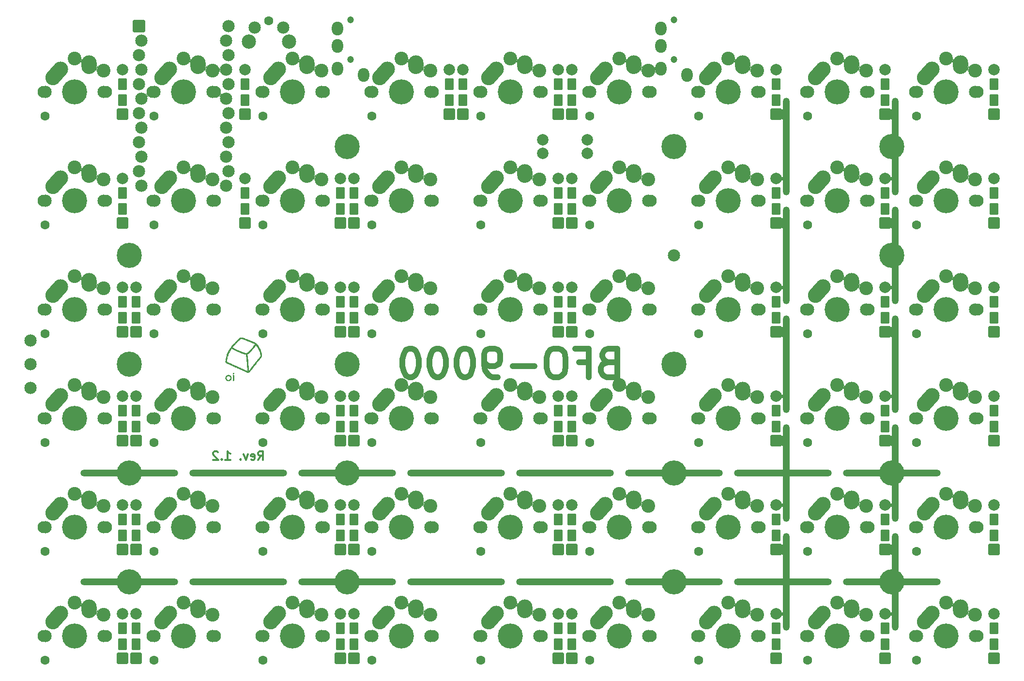
<source format=gbr>
G04 #@! TF.GenerationSoftware,KiCad,Pcbnew,(6.0.11-0)*
G04 #@! TF.CreationDate,2023-02-07T15:52:57-05:00*
G04 #@! TF.ProjectId,bfo9000,62666f39-3030-4302-9e6b-696361645f70,rev?*
G04 #@! TF.SameCoordinates,Original*
G04 #@! TF.FileFunction,Soldermask,Bot*
G04 #@! TF.FilePolarity,Negative*
%FSLAX46Y46*%
G04 Gerber Fmt 4.6, Leading zero omitted, Abs format (unit mm)*
G04 Created by KiCad (PCBNEW (6.0.11-0)) date 2023-02-07 15:52:57*
%MOMM*%
%LPD*%
G01*
G04 APERTURE LIST*
G04 Aperture macros list*
%AMRoundRect*
0 Rectangle with rounded corners*
0 $1 Rounding radius*
0 $2 $3 $4 $5 $6 $7 $8 $9 X,Y pos of 4 corners*
0 Add a 4 corners polygon primitive as box body*
4,1,4,$2,$3,$4,$5,$6,$7,$8,$9,$2,$3,0*
0 Add four circle primitives for the rounded corners*
1,1,$1+$1,$2,$3*
1,1,$1+$1,$4,$5*
1,1,$1+$1,$6,$7*
1,1,$1+$1,$8,$9*
0 Add four rect primitives between the rounded corners*
20,1,$1+$1,$2,$3,$4,$5,0*
20,1,$1+$1,$4,$5,$6,$7,0*
20,1,$1+$1,$6,$7,$8,$9,0*
20,1,$1+$1,$8,$9,$2,$3,0*%
%AMHorizOval*
0 Thick line with rounded ends*
0 $1 width*
0 $2 $3 position (X,Y) of the first rounded end (center of the circle)*
0 $4 $5 position (X,Y) of the second rounded end (center of the circle)*
0 Add line between two ends*
20,1,$1,$2,$3,$4,$5,0*
0 Add two circle primitives to create the rounded ends*
1,1,$1,$2,$3*
1,1,$1,$4,$5*%
G04 Aperture macros list end*
%ADD10C,0.300000*%
%ADD11C,1.000000*%
%ADD12C,0.010000*%
%ADD13C,2.152600*%
%ADD14RoundRect,0.200000X-0.876300X0.876300X-0.876300X-0.876300X0.876300X-0.876300X0.876300X0.876300X0*%
%ADD15RoundRect,0.200000X-0.800000X0.800000X-0.800000X-0.800000X0.800000X-0.800000X0.800000X0.800000X0*%
%ADD16C,2.000000*%
%ADD17RoundRect,0.200000X-0.600000X0.800000X-0.600000X-0.800000X0.600000X-0.800000X0.600000X0.800000X0*%
%ADD18C,1.600000*%
%ADD19C,2.100000*%
%ADD20C,2.400000*%
%ADD21C,2.150000*%
%ADD22C,2.650000*%
%ADD23C,4.387800*%
%ADD24HorizOval,2.650000X0.654995X0.730004X-0.654995X-0.730004X0*%
%ADD25HorizOval,2.650000X0.019771X0.290016X-0.019771X-0.290016X0*%
%ADD26O,17.068750X1.200000*%
%ADD27O,1.200000X17.068750*%
%ADD28C,4.400000*%
%ADD29C,2.500000*%
%ADD30O,2.000000X2.400000*%
%ADD31C,1.200000*%
G04 APERTURE END LIST*
D10*
X89189357Y-121527110D02*
X89689357Y-120812824D01*
X90046500Y-121527110D02*
X90046500Y-120027110D01*
X89475072Y-120027110D01*
X89332214Y-120098539D01*
X89260786Y-120169967D01*
X89189357Y-120312824D01*
X89189357Y-120527110D01*
X89260786Y-120669967D01*
X89332214Y-120741396D01*
X89475072Y-120812824D01*
X90046500Y-120812824D01*
X87975072Y-121455681D02*
X88117929Y-121527110D01*
X88403643Y-121527110D01*
X88546500Y-121455681D01*
X88617929Y-121312824D01*
X88617929Y-120741396D01*
X88546500Y-120598539D01*
X88403643Y-120527110D01*
X88117929Y-120527110D01*
X87975072Y-120598539D01*
X87903643Y-120741396D01*
X87903643Y-120884253D01*
X88617929Y-121027110D01*
X87403643Y-120527110D02*
X87046500Y-121527110D01*
X86689357Y-120527110D01*
X86117929Y-121384253D02*
X86046500Y-121455681D01*
X86117929Y-121527110D01*
X86189357Y-121455681D01*
X86117929Y-121384253D01*
X86117929Y-121527110D01*
X83475072Y-121527110D02*
X84332214Y-121527110D01*
X83903643Y-121527110D02*
X83903643Y-120027110D01*
X84046500Y-120241396D01*
X84189357Y-120384253D01*
X84332214Y-120455681D01*
X82832214Y-121384253D02*
X82760786Y-121455681D01*
X82832214Y-121527110D01*
X82903643Y-121455681D01*
X82832214Y-121384253D01*
X82832214Y-121527110D01*
X82189357Y-120169967D02*
X82117929Y-120098539D01*
X81975072Y-120027110D01*
X81617929Y-120027110D01*
X81475072Y-120098539D01*
X81403643Y-120169967D01*
X81332214Y-120312824D01*
X81332214Y-120455681D01*
X81403643Y-120669967D01*
X82260786Y-121527110D01*
X81332214Y-121527110D01*
D11*
X150373921Y-104417769D02*
X149659635Y-104655864D01*
X149421540Y-104893959D01*
X149183445Y-105370150D01*
X149183445Y-106084435D01*
X149421540Y-106560626D01*
X149659635Y-106798721D01*
X150135826Y-107036816D01*
X152040588Y-107036816D01*
X152040588Y-102036816D01*
X150373921Y-102036816D01*
X149897731Y-102274912D01*
X149659635Y-102513007D01*
X149421540Y-102989197D01*
X149421540Y-103465388D01*
X149659635Y-103941578D01*
X149897731Y-104179673D01*
X150373921Y-104417769D01*
X152040588Y-104417769D01*
X145373921Y-104417769D02*
X147040588Y-104417769D01*
X147040588Y-107036816D02*
X147040588Y-102036816D01*
X144659635Y-102036816D01*
X141802492Y-102036816D02*
X140850112Y-102036816D01*
X140373921Y-102274912D01*
X139897731Y-102751102D01*
X139659635Y-103703483D01*
X139659635Y-105370150D01*
X139897731Y-106322531D01*
X140373921Y-106798721D01*
X140850112Y-107036816D01*
X141802492Y-107036816D01*
X142278683Y-106798721D01*
X142754873Y-106322531D01*
X142992969Y-105370150D01*
X142992969Y-103703483D01*
X142754873Y-102751102D01*
X142278683Y-102274912D01*
X141802492Y-102036816D01*
X137516778Y-105132054D02*
X133707254Y-105132054D01*
X131088207Y-107036816D02*
X130135826Y-107036816D01*
X129659635Y-106798721D01*
X129421540Y-106560626D01*
X128945350Y-105846340D01*
X128707254Y-104893959D01*
X128707254Y-102989197D01*
X128945350Y-102513007D01*
X129183445Y-102274912D01*
X129659635Y-102036816D01*
X130612016Y-102036816D01*
X131088207Y-102274912D01*
X131326302Y-102513007D01*
X131564397Y-102989197D01*
X131564397Y-104179673D01*
X131326302Y-104655864D01*
X131088207Y-104893959D01*
X130612016Y-105132054D01*
X129659635Y-105132054D01*
X129183445Y-104893959D01*
X128945350Y-104655864D01*
X128707254Y-104179673D01*
X125612016Y-102036816D02*
X125135826Y-102036816D01*
X124659635Y-102274912D01*
X124421540Y-102513007D01*
X124183445Y-102989197D01*
X123945350Y-103941578D01*
X123945350Y-105132054D01*
X124183445Y-106084435D01*
X124421540Y-106560626D01*
X124659635Y-106798721D01*
X125135826Y-107036816D01*
X125612016Y-107036816D01*
X126088207Y-106798721D01*
X126326302Y-106560626D01*
X126564397Y-106084435D01*
X126802492Y-105132054D01*
X126802492Y-103941578D01*
X126564397Y-102989197D01*
X126326302Y-102513007D01*
X126088207Y-102274912D01*
X125612016Y-102036816D01*
X120850112Y-102036816D02*
X120373921Y-102036816D01*
X119897731Y-102274912D01*
X119659635Y-102513007D01*
X119421540Y-102989197D01*
X119183445Y-103941578D01*
X119183445Y-105132054D01*
X119421540Y-106084435D01*
X119659635Y-106560626D01*
X119897731Y-106798721D01*
X120373921Y-107036816D01*
X120850112Y-107036816D01*
X121326302Y-106798721D01*
X121564397Y-106560626D01*
X121802492Y-106084435D01*
X122040588Y-105132054D01*
X122040588Y-103941578D01*
X121802492Y-102989197D01*
X121564397Y-102513007D01*
X121326302Y-102274912D01*
X120850112Y-102036816D01*
X116088207Y-102036816D02*
X115612016Y-102036816D01*
X115135826Y-102274912D01*
X114897731Y-102513007D01*
X114659635Y-102989197D01*
X114421540Y-103941578D01*
X114421540Y-105132054D01*
X114659635Y-106084435D01*
X114897731Y-106560626D01*
X115135826Y-106798721D01*
X115612016Y-107036816D01*
X116088207Y-107036816D01*
X116564397Y-106798721D01*
X116802492Y-106560626D01*
X117040588Y-106084435D01*
X117278683Y-105132054D01*
X117278683Y-103941578D01*
X117040588Y-102989197D01*
X116802492Y-102513007D01*
X116564397Y-102274912D01*
X116088207Y-102036816D01*
G36*
X89815799Y-103371327D02*
G01*
X89816533Y-103388028D01*
X89815939Y-103390073D01*
X89812717Y-103395954D01*
X89806487Y-103405486D01*
X89797012Y-103418974D01*
X89784056Y-103436723D01*
X89767380Y-103459036D01*
X89746750Y-103486219D01*
X89721926Y-103518575D01*
X89692673Y-103556410D01*
X89658753Y-103600027D01*
X89619930Y-103649732D01*
X89575966Y-103705828D01*
X89526624Y-103768621D01*
X89471668Y-103838414D01*
X89410861Y-103915512D01*
X89343964Y-104000221D01*
X89270743Y-104092843D01*
X89190959Y-104193684D01*
X89104375Y-104303048D01*
X89052183Y-104368954D01*
X88975496Y-104465792D01*
X88897898Y-104563782D01*
X88819953Y-104662209D01*
X88742228Y-104760360D01*
X88665288Y-104857519D01*
X88589700Y-104952973D01*
X88516028Y-105046006D01*
X88444839Y-105135905D01*
X88376699Y-105221955D01*
X88312172Y-105303442D01*
X88251826Y-105379651D01*
X88196225Y-105449868D01*
X88145935Y-105513378D01*
X88101522Y-105569467D01*
X88063552Y-105617420D01*
X88011529Y-105683067D01*
X87955978Y-105752989D01*
X87906499Y-105815003D01*
X87862623Y-105869649D01*
X87823880Y-105917466D01*
X87789798Y-105958994D01*
X87762725Y-105991400D01*
X87759908Y-105994772D01*
X87733739Y-106025341D01*
X87710822Y-106051239D01*
X87690686Y-106073007D01*
X87672860Y-106091183D01*
X87656875Y-106106308D01*
X87642260Y-106118921D01*
X87628545Y-106129562D01*
X87615259Y-106138770D01*
X87601933Y-106147084D01*
X87558625Y-106169100D01*
X87506333Y-106187678D01*
X87454819Y-106198146D01*
X87409175Y-106200842D01*
X87342698Y-106195936D01*
X87271978Y-106180924D01*
X87269076Y-106180057D01*
X87252279Y-106174043D01*
X87226971Y-106164048D01*
X87194524Y-106150651D01*
X87156311Y-106134433D01*
X87113705Y-106115975D01*
X87068077Y-106095857D01*
X87020801Y-106074660D01*
X87020701Y-106074615D01*
X86998261Y-106064474D01*
X86966001Y-106049902D01*
X86924389Y-106031110D01*
X86873892Y-106008310D01*
X86814976Y-105981712D01*
X86748110Y-105951527D01*
X86673761Y-105917966D01*
X86592396Y-105881241D01*
X86504482Y-105841561D01*
X86410487Y-105799138D01*
X86310878Y-105754183D01*
X86206123Y-105706907D01*
X86096689Y-105657520D01*
X85983042Y-105606234D01*
X85865652Y-105553259D01*
X85744984Y-105498807D01*
X85621506Y-105443088D01*
X85495686Y-105386313D01*
X85367991Y-105328693D01*
X85238889Y-105270440D01*
X85206941Y-105256025D01*
X85080508Y-105198970D01*
X84956615Y-105143053D01*
X84835671Y-105088459D01*
X84718082Y-105035371D01*
X84604258Y-104983975D01*
X84494606Y-104934454D01*
X84389534Y-104886992D01*
X84289449Y-104841775D01*
X84194760Y-104798987D01*
X84105875Y-104758812D01*
X84023202Y-104721434D01*
X83947148Y-104687038D01*
X83878121Y-104655808D01*
X83816529Y-104627928D01*
X83762781Y-104603584D01*
X83717284Y-104582959D01*
X83680446Y-104566238D01*
X83652675Y-104553605D01*
X83634378Y-104545244D01*
X83625964Y-104541341D01*
X83619334Y-104538031D01*
X83576314Y-104511021D01*
X83539600Y-104478140D01*
X83510436Y-104440933D01*
X83490067Y-104400947D01*
X83479739Y-104359727D01*
X83479391Y-104356162D01*
X83478889Y-104334433D01*
X83479720Y-104315295D01*
X83680254Y-104315295D01*
X83680405Y-104327894D01*
X83681609Y-104336601D01*
X83683824Y-104342583D01*
X83687013Y-104347010D01*
X83691134Y-104351053D01*
X83704152Y-104361019D01*
X83716929Y-104367602D01*
X83719562Y-104368713D01*
X83731889Y-104374159D01*
X83753896Y-104383977D01*
X83785208Y-104398001D01*
X83825453Y-104416061D01*
X83874257Y-104437991D01*
X83931249Y-104463621D01*
X83996054Y-104492783D01*
X84068301Y-104525311D01*
X84147615Y-104561034D01*
X84233625Y-104599787D01*
X84325957Y-104641400D01*
X84424238Y-104685705D01*
X84528096Y-104732534D01*
X84637157Y-104781720D01*
X84751048Y-104833094D01*
X84869397Y-104886488D01*
X84991831Y-104941734D01*
X85117977Y-104998665D01*
X85247461Y-105057111D01*
X85379911Y-105116905D01*
X85514954Y-105177879D01*
X85600524Y-105216515D01*
X85733999Y-105276767D01*
X85864656Y-105335731D01*
X85992121Y-105393240D01*
X86116021Y-105449125D01*
X86235983Y-105503217D01*
X86351633Y-105555350D01*
X86462597Y-105605355D01*
X86568503Y-105653063D01*
X86668977Y-105698307D01*
X86763644Y-105740919D01*
X86852133Y-105780731D01*
X86934069Y-105817574D01*
X87009079Y-105851281D01*
X87076789Y-105881684D01*
X87136826Y-105908614D01*
X87188817Y-105931904D01*
X87232388Y-105951385D01*
X87267165Y-105966889D01*
X87292776Y-105978249D01*
X87308846Y-105985296D01*
X87315003Y-105987862D01*
X87329097Y-105991400D01*
X87325231Y-105910133D01*
X87318773Y-105780382D01*
X87308245Y-105588104D01*
X87296352Y-105390225D01*
X87283236Y-105188620D01*
X87269036Y-104985167D01*
X87253895Y-104781743D01*
X87237952Y-104580224D01*
X87221350Y-104382487D01*
X87204229Y-104190408D01*
X87186730Y-104005865D01*
X87168994Y-103830733D01*
X87164138Y-103784971D01*
X87157241Y-103721533D01*
X87149930Y-103655816D01*
X87142323Y-103588785D01*
X87134537Y-103521404D01*
X87126693Y-103454638D01*
X87118908Y-103389450D01*
X87111300Y-103326805D01*
X87103988Y-103267667D01*
X87097090Y-103213000D01*
X87090724Y-103163769D01*
X87085010Y-103120937D01*
X87080065Y-103085468D01*
X87076008Y-103058327D01*
X87072957Y-103040478D01*
X87071031Y-103032885D01*
X87068500Y-103031557D01*
X87056680Y-103029031D01*
X87037701Y-103026581D01*
X87014187Y-103024588D01*
X87011712Y-103024423D01*
X86988806Y-103022628D01*
X86966549Y-103020248D01*
X86944076Y-103017026D01*
X86920523Y-103012705D01*
X86895027Y-103007029D01*
X86892068Y-103006267D01*
X87272995Y-103006267D01*
X87273532Y-103016000D01*
X87275330Y-103035299D01*
X87278256Y-103062961D01*
X87282175Y-103097786D01*
X87286953Y-103138569D01*
X87292456Y-103184109D01*
X87298549Y-103233204D01*
X87302439Y-103264286D01*
X87333103Y-103519918D01*
X87361874Y-103779509D01*
X87388828Y-104043966D01*
X87414045Y-104314198D01*
X87437601Y-104591110D01*
X87459575Y-104875610D01*
X87480043Y-105168605D01*
X87499083Y-105471003D01*
X87516774Y-105783711D01*
X87517621Y-105799396D01*
X87519921Y-105840683D01*
X87522082Y-105877676D01*
X87524016Y-105908978D01*
X87525635Y-105933194D01*
X87526850Y-105948927D01*
X87527574Y-105954782D01*
X87528735Y-105954995D01*
X87532637Y-105952725D01*
X87539193Y-105946877D01*
X87548658Y-105937140D01*
X87561284Y-105923200D01*
X87577326Y-105904746D01*
X87597036Y-105881466D01*
X87620668Y-105853048D01*
X87648476Y-105819178D01*
X87680714Y-105779546D01*
X87717634Y-105733839D01*
X87759490Y-105681745D01*
X87806536Y-105622951D01*
X87859026Y-105557146D01*
X87917212Y-105484017D01*
X87981349Y-105403253D01*
X88051690Y-105314540D01*
X88128488Y-105217567D01*
X88211997Y-105112022D01*
X88236921Y-105080510D01*
X88310805Y-104987100D01*
X88387033Y-104890732D01*
X88464887Y-104792317D01*
X88543647Y-104692761D01*
X88622595Y-104592975D01*
X88701011Y-104493865D01*
X88778176Y-104396342D01*
X88853372Y-104301314D01*
X88925880Y-104209688D01*
X88994981Y-104122375D01*
X89059955Y-104040282D01*
X89120084Y-103964318D01*
X89174649Y-103895392D01*
X89222930Y-103834412D01*
X89231588Y-103823477D01*
X89299622Y-103737431D01*
X89360670Y-103660001D01*
X89414838Y-103591049D01*
X89462233Y-103530436D01*
X89502962Y-103478023D01*
X89537132Y-103433672D01*
X89564849Y-103397245D01*
X89586221Y-103368601D01*
X89601355Y-103347604D01*
X89610356Y-103334114D01*
X89613333Y-103327993D01*
X89613331Y-103327745D01*
X89612563Y-103317571D01*
X89610566Y-103298298D01*
X89607564Y-103271916D01*
X89603785Y-103240414D01*
X89599454Y-103205781D01*
X89580347Y-103074729D01*
X89542541Y-102878749D01*
X89494187Y-102686787D01*
X89435294Y-102498862D01*
X89365869Y-102314995D01*
X89285922Y-102135207D01*
X89195460Y-101959518D01*
X89094493Y-101787947D01*
X88983029Y-101620516D01*
X88861076Y-101457244D01*
X88849103Y-101442165D01*
X88831155Y-101419935D01*
X88816283Y-101401979D01*
X88805775Y-101389841D01*
X88800917Y-101385065D01*
X88800409Y-101384992D01*
X88795189Y-101389681D01*
X88789120Y-101401100D01*
X88783728Y-101412691D01*
X88775255Y-101427876D01*
X88763522Y-101446441D01*
X88747891Y-101469289D01*
X88727727Y-101497322D01*
X88702393Y-101531441D01*
X88671253Y-101572550D01*
X88633671Y-101621551D01*
X88593602Y-101673458D01*
X88506766Y-101785062D01*
X88425100Y-101888651D01*
X88347808Y-101985153D01*
X88274090Y-102075498D01*
X88203149Y-102160614D01*
X88134187Y-102241431D01*
X88066404Y-102318878D01*
X87999003Y-102393883D01*
X87931185Y-102467376D01*
X87862153Y-102540285D01*
X87791107Y-102613539D01*
X87717251Y-102688068D01*
X87680655Y-102724465D01*
X87633319Y-102770768D01*
X87591728Y-102810201D01*
X87554760Y-102843613D01*
X87521291Y-102871854D01*
X87490198Y-102895774D01*
X87460357Y-102916224D01*
X87430645Y-102934053D01*
X87399940Y-102950112D01*
X87367117Y-102965250D01*
X87331053Y-102980317D01*
X87313716Y-102987380D01*
X87293563Y-102995845D01*
X87279261Y-103002166D01*
X87273134Y-103005340D01*
X87272995Y-103006267D01*
X86892068Y-103006267D01*
X86866723Y-102999741D01*
X86834746Y-102990583D01*
X86798234Y-102979300D01*
X86756321Y-102965633D01*
X86708144Y-102949327D01*
X86652839Y-102930124D01*
X86589541Y-102907767D01*
X86517386Y-102882001D01*
X86435511Y-102852566D01*
X86376908Y-102831420D01*
X86274540Y-102794284D01*
X86181164Y-102760102D01*
X86095672Y-102728434D01*
X86016958Y-102698840D01*
X85943915Y-102670878D01*
X85875434Y-102644110D01*
X85810408Y-102618094D01*
X85747730Y-102592391D01*
X85686292Y-102566560D01*
X85624988Y-102540161D01*
X85562710Y-102512754D01*
X85498349Y-102483898D01*
X85430800Y-102453154D01*
X85401910Y-102439757D01*
X85351888Y-102416022D01*
X85294984Y-102388517D01*
X85233038Y-102358162D01*
X85167889Y-102325879D01*
X85101376Y-102292592D01*
X85035339Y-102259221D01*
X84971616Y-102226688D01*
X84912049Y-102195916D01*
X84858474Y-102167827D01*
X84812733Y-102143342D01*
X84808309Y-102140938D01*
X84759916Y-102114274D01*
X84719954Y-102091382D01*
X84686823Y-102071204D01*
X84658923Y-102052683D01*
X84634656Y-102034762D01*
X84612422Y-102016383D01*
X84590621Y-101996489D01*
X84584214Y-101990414D01*
X84567480Y-101974893D01*
X84556547Y-101965920D01*
X84549643Y-101962488D01*
X84544992Y-101963590D01*
X84540823Y-101968221D01*
X84540771Y-101968290D01*
X84532190Y-101980770D01*
X84518772Y-102001481D01*
X84501416Y-102028949D01*
X84481022Y-102061702D01*
X84458490Y-102098267D01*
X84434721Y-102137170D01*
X84410615Y-102176938D01*
X84387071Y-102216098D01*
X84364990Y-102253177D01*
X84345271Y-102286702D01*
X84328816Y-102315200D01*
X84264255Y-102431073D01*
X84162748Y-102625429D01*
X84071458Y-102817000D01*
X83990145Y-103006481D01*
X83918570Y-103194567D01*
X83856493Y-103381951D01*
X83803673Y-103569327D01*
X83759870Y-103757391D01*
X83724844Y-103946835D01*
X83698355Y-104138355D01*
X83696666Y-104152961D01*
X83690962Y-104202570D01*
X83686508Y-104242439D01*
X83683266Y-104273736D01*
X83681194Y-104297632D01*
X83680254Y-104315295D01*
X83479720Y-104315295D01*
X83480053Y-104307637D01*
X83482698Y-104280754D01*
X83484492Y-104266719D01*
X83487962Y-104238441D01*
X83492053Y-104204136D01*
X83496397Y-104166916D01*
X83500623Y-104129889D01*
X83506783Y-104077865D01*
X83534777Y-103885956D01*
X83570977Y-103695848D01*
X83615595Y-103507007D01*
X83668842Y-103318898D01*
X83730928Y-103130988D01*
X83802064Y-102942742D01*
X83882463Y-102753626D01*
X83972334Y-102563107D01*
X84071889Y-102370650D01*
X84181338Y-102175721D01*
X84300894Y-101977786D01*
X84425708Y-101784159D01*
X84686011Y-101784159D01*
X84690924Y-101807926D01*
X84705770Y-101832416D01*
X84730876Y-101858355D01*
X84766567Y-101886470D01*
X84776941Y-101893530D01*
X84803137Y-101909798D01*
X84837933Y-101930051D01*
X84880288Y-101953754D01*
X84929164Y-101980371D01*
X84983521Y-102009367D01*
X85042320Y-102040207D01*
X85104523Y-102072354D01*
X85169089Y-102105275D01*
X85234980Y-102138432D01*
X85301157Y-102171292D01*
X85366580Y-102203318D01*
X85430209Y-102233975D01*
X85491007Y-102262728D01*
X85547933Y-102289041D01*
X85604204Y-102314552D01*
X85662142Y-102340451D01*
X85718337Y-102365117D01*
X85773823Y-102388960D01*
X85829634Y-102412388D01*
X85886807Y-102435810D01*
X85946375Y-102459635D01*
X86009373Y-102484273D01*
X86076837Y-102510131D01*
X86149801Y-102537618D01*
X86229300Y-102567144D01*
X86316369Y-102599118D01*
X86412042Y-102633947D01*
X86517355Y-102672042D01*
X86568432Y-102690460D01*
X86633073Y-102713713D01*
X86688703Y-102733626D01*
X86736259Y-102750511D01*
X86776679Y-102764680D01*
X86810901Y-102776442D01*
X86839863Y-102786111D01*
X86864503Y-102793997D01*
X86885758Y-102800411D01*
X86904566Y-102805666D01*
X86921864Y-102810072D01*
X86938592Y-102813941D01*
X86955686Y-102817584D01*
X86984941Y-102822323D01*
X87024102Y-102826124D01*
X87066128Y-102828145D01*
X87107531Y-102828303D01*
X87144820Y-102826518D01*
X87174509Y-102822707D01*
X87185620Y-102820322D01*
X87237613Y-102804533D01*
X87292393Y-102781167D01*
X87346999Y-102751617D01*
X87398471Y-102717277D01*
X87413401Y-102705294D01*
X87437125Y-102684468D01*
X87466631Y-102657260D01*
X87500894Y-102624686D01*
X87538887Y-102587763D01*
X87579584Y-102547507D01*
X87621959Y-102504934D01*
X87664986Y-102461061D01*
X87707638Y-102416903D01*
X87748889Y-102373477D01*
X87787713Y-102331799D01*
X87796581Y-102322156D01*
X87902938Y-102204213D01*
X88010388Y-102080793D01*
X88119703Y-101950963D01*
X88231658Y-101813791D01*
X88347027Y-101668343D01*
X88466584Y-101513689D01*
X88468350Y-101511377D01*
X88491808Y-101480770D01*
X88514714Y-101451034D01*
X88535498Y-101424199D01*
X88552588Y-101402291D01*
X88564415Y-101387340D01*
X88568388Y-101382283D01*
X88587499Y-101354875D01*
X88604649Y-101325560D01*
X88618524Y-101296984D01*
X88627812Y-101271797D01*
X88631200Y-101252645D01*
X88630963Y-101247742D01*
X88625358Y-101228802D01*
X88611840Y-101209748D01*
X88589790Y-101190094D01*
X88558592Y-101169354D01*
X88517629Y-101147042D01*
X88466285Y-101122672D01*
X88460343Y-101120033D01*
X88436429Y-101109786D01*
X88404092Y-101096309D01*
X88364901Y-101080240D01*
X88320423Y-101062214D01*
X88272226Y-101042869D01*
X88221879Y-101022841D01*
X88170949Y-101002766D01*
X88159333Y-100998210D01*
X88122563Y-100983786D01*
X88076468Y-100965702D01*
X88021899Y-100944292D01*
X87959708Y-100919890D01*
X87890747Y-100892831D01*
X87815867Y-100863449D01*
X87735920Y-100832078D01*
X87651756Y-100799052D01*
X87564229Y-100764705D01*
X87474189Y-100729371D01*
X87382489Y-100693385D01*
X87289979Y-100657081D01*
X87197511Y-100620793D01*
X87101801Y-100583267D01*
X86986827Y-100538298D01*
X86882226Y-100497519D01*
X86787945Y-100460912D01*
X86703930Y-100428454D01*
X86630129Y-100400127D01*
X86566488Y-100375910D01*
X86512954Y-100355781D01*
X86469474Y-100339722D01*
X86435994Y-100327712D01*
X86412461Y-100319730D01*
X86398822Y-100315756D01*
X86366649Y-100309878D01*
X86315814Y-100304837D01*
X86262846Y-100303735D01*
X86211967Y-100306613D01*
X86167400Y-100313511D01*
X86157264Y-100316051D01*
X86128736Y-100325001D01*
X86097603Y-100336663D01*
X86068997Y-100349177D01*
X86059043Y-100354029D01*
X86038062Y-100365113D01*
X86020248Y-100376446D01*
X86002913Y-100390057D01*
X85983370Y-100407975D01*
X85958930Y-100432227D01*
X85954802Y-100436406D01*
X85929920Y-100461724D01*
X85899160Y-100493199D01*
X85863032Y-100530304D01*
X85822042Y-100572508D01*
X85776699Y-100619285D01*
X85727511Y-100670104D01*
X85674986Y-100724437D01*
X85619633Y-100781755D01*
X85561960Y-100841530D01*
X85502475Y-100903233D01*
X85441687Y-100966335D01*
X85380102Y-101030307D01*
X85318231Y-101094620D01*
X85256580Y-101158746D01*
X85195658Y-101222156D01*
X85135974Y-101284322D01*
X85078035Y-101344714D01*
X85022349Y-101402803D01*
X84969426Y-101458062D01*
X84919773Y-101509961D01*
X84873898Y-101557971D01*
X84832309Y-101601564D01*
X84795516Y-101640211D01*
X84764025Y-101673383D01*
X84738345Y-101700551D01*
X84718985Y-101721188D01*
X84706452Y-101734763D01*
X84701255Y-101740748D01*
X84690707Y-101760390D01*
X84686011Y-101784159D01*
X84425708Y-101784159D01*
X84430767Y-101776311D01*
X84535627Y-101618422D01*
X84643217Y-101508200D01*
X84648463Y-101502819D01*
X84669140Y-101481550D01*
X84696794Y-101453035D01*
X84730784Y-101417939D01*
X84770468Y-101376925D01*
X84815206Y-101330657D01*
X84864356Y-101279797D01*
X84917278Y-101225010D01*
X84973330Y-101166958D01*
X85031872Y-101106306D01*
X85092262Y-101043716D01*
X85153859Y-100979852D01*
X85216023Y-100915378D01*
X85245932Y-100884352D01*
X85326802Y-100800474D01*
X85400362Y-100724206D01*
X85466995Y-100655162D01*
X85527086Y-100592954D01*
X85581019Y-100537195D01*
X85629180Y-100487498D01*
X85671953Y-100443475D01*
X85709721Y-100404740D01*
X85742871Y-100370904D01*
X85771786Y-100341582D01*
X85796851Y-100316385D01*
X85818451Y-100294926D01*
X85836970Y-100276818D01*
X85852792Y-100261673D01*
X85866303Y-100249105D01*
X85877887Y-100238727D01*
X85887928Y-100230150D01*
X85896810Y-100222988D01*
X85904920Y-100216854D01*
X85912640Y-100211360D01*
X85920356Y-100206119D01*
X85947711Y-100189014D01*
X86017301Y-100154590D01*
X86092299Y-100129064D01*
X86171442Y-100112578D01*
X86253467Y-100105276D01*
X86337112Y-100107300D01*
X86421113Y-100118794D01*
X86504209Y-100139902D01*
X86508020Y-100141206D01*
X86523235Y-100146799D01*
X86548117Y-100156195D01*
X86582106Y-100169176D01*
X86624643Y-100185525D01*
X86675169Y-100205023D01*
X86733123Y-100227455D01*
X86797946Y-100252602D01*
X86869079Y-100280246D01*
X86945962Y-100310172D01*
X87028034Y-100342161D01*
X87114738Y-100375995D01*
X87205512Y-100411458D01*
X87299798Y-100448332D01*
X87397036Y-100486400D01*
X87496666Y-100525443D01*
X87546000Y-100544785D01*
X87644616Y-100583438D01*
X87740601Y-100621047D01*
X87833391Y-100657393D01*
X87922425Y-100692253D01*
X88007138Y-100725410D01*
X88086970Y-100756643D01*
X88161356Y-100785733D01*
X88229735Y-100812458D01*
X88291544Y-100836599D01*
X88346219Y-100857937D01*
X88393200Y-100876251D01*
X88431921Y-100891322D01*
X88461822Y-100902929D01*
X88482340Y-100910852D01*
X88492911Y-100914872D01*
X88521460Y-100925884D01*
X88619005Y-100971224D01*
X88711359Y-101026460D01*
X88797711Y-101091122D01*
X88806093Y-101098178D01*
X88829080Y-101118442D01*
X88851478Y-101139805D01*
X88874503Y-101163598D01*
X88899369Y-101191152D01*
X88927291Y-101223799D01*
X88951060Y-101252645D01*
X88959484Y-101262869D01*
X88997161Y-101309694D01*
X89086097Y-101425188D01*
X89205997Y-101595770D01*
X89315290Y-101770202D01*
X89413996Y-101948525D01*
X89502133Y-102130783D01*
X89579719Y-102317019D01*
X89646775Y-102507275D01*
X89703318Y-102701596D01*
X89749368Y-102900023D01*
X89784944Y-103102600D01*
X89786498Y-103113246D01*
X89791687Y-103150911D01*
X89796920Y-103191722D01*
X89801969Y-103233633D01*
X89806608Y-103274596D01*
X89810610Y-103312563D01*
X89812082Y-103327993D01*
X89813750Y-103345490D01*
X89815799Y-103371327D01*
G37*
D12*
X89815799Y-103371327D02*
X89816533Y-103388028D01*
X89815939Y-103390073D01*
X89812717Y-103395954D01*
X89806487Y-103405486D01*
X89797012Y-103418974D01*
X89784056Y-103436723D01*
X89767380Y-103459036D01*
X89746750Y-103486219D01*
X89721926Y-103518575D01*
X89692673Y-103556410D01*
X89658753Y-103600027D01*
X89619930Y-103649732D01*
X89575966Y-103705828D01*
X89526624Y-103768621D01*
X89471668Y-103838414D01*
X89410861Y-103915512D01*
X89343964Y-104000221D01*
X89270743Y-104092843D01*
X89190959Y-104193684D01*
X89104375Y-104303048D01*
X89052183Y-104368954D01*
X88975496Y-104465792D01*
X88897898Y-104563782D01*
X88819953Y-104662209D01*
X88742228Y-104760360D01*
X88665288Y-104857519D01*
X88589700Y-104952973D01*
X88516028Y-105046006D01*
X88444839Y-105135905D01*
X88376699Y-105221955D01*
X88312172Y-105303442D01*
X88251826Y-105379651D01*
X88196225Y-105449868D01*
X88145935Y-105513378D01*
X88101522Y-105569467D01*
X88063552Y-105617420D01*
X88011529Y-105683067D01*
X87955978Y-105752989D01*
X87906499Y-105815003D01*
X87862623Y-105869649D01*
X87823880Y-105917466D01*
X87789798Y-105958994D01*
X87762725Y-105991400D01*
X87759908Y-105994772D01*
X87733739Y-106025341D01*
X87710822Y-106051239D01*
X87690686Y-106073007D01*
X87672860Y-106091183D01*
X87656875Y-106106308D01*
X87642260Y-106118921D01*
X87628545Y-106129562D01*
X87615259Y-106138770D01*
X87601933Y-106147084D01*
X87558625Y-106169100D01*
X87506333Y-106187678D01*
X87454819Y-106198146D01*
X87409175Y-106200842D01*
X87342698Y-106195936D01*
X87271978Y-106180924D01*
X87269076Y-106180057D01*
X87252279Y-106174043D01*
X87226971Y-106164048D01*
X87194524Y-106150651D01*
X87156311Y-106134433D01*
X87113705Y-106115975D01*
X87068077Y-106095857D01*
X87020801Y-106074660D01*
X87020701Y-106074615D01*
X86998261Y-106064474D01*
X86966001Y-106049902D01*
X86924389Y-106031110D01*
X86873892Y-106008310D01*
X86814976Y-105981712D01*
X86748110Y-105951527D01*
X86673761Y-105917966D01*
X86592396Y-105881241D01*
X86504482Y-105841561D01*
X86410487Y-105799138D01*
X86310878Y-105754183D01*
X86206123Y-105706907D01*
X86096689Y-105657520D01*
X85983042Y-105606234D01*
X85865652Y-105553259D01*
X85744984Y-105498807D01*
X85621506Y-105443088D01*
X85495686Y-105386313D01*
X85367991Y-105328693D01*
X85238889Y-105270440D01*
X85206941Y-105256025D01*
X85080508Y-105198970D01*
X84956615Y-105143053D01*
X84835671Y-105088459D01*
X84718082Y-105035371D01*
X84604258Y-104983975D01*
X84494606Y-104934454D01*
X84389534Y-104886992D01*
X84289449Y-104841775D01*
X84194760Y-104798987D01*
X84105875Y-104758812D01*
X84023202Y-104721434D01*
X83947148Y-104687038D01*
X83878121Y-104655808D01*
X83816529Y-104627928D01*
X83762781Y-104603584D01*
X83717284Y-104582959D01*
X83680446Y-104566238D01*
X83652675Y-104553605D01*
X83634378Y-104545244D01*
X83625964Y-104541341D01*
X83619334Y-104538031D01*
X83576314Y-104511021D01*
X83539600Y-104478140D01*
X83510436Y-104440933D01*
X83490067Y-104400947D01*
X83479739Y-104359727D01*
X83479391Y-104356162D01*
X83478889Y-104334433D01*
X83479720Y-104315295D01*
X83680254Y-104315295D01*
X83680405Y-104327894D01*
X83681609Y-104336601D01*
X83683824Y-104342583D01*
X83687013Y-104347010D01*
X83691134Y-104351053D01*
X83704152Y-104361019D01*
X83716929Y-104367602D01*
X83719562Y-104368713D01*
X83731889Y-104374159D01*
X83753896Y-104383977D01*
X83785208Y-104398001D01*
X83825453Y-104416061D01*
X83874257Y-104437991D01*
X83931249Y-104463621D01*
X83996054Y-104492783D01*
X84068301Y-104525311D01*
X84147615Y-104561034D01*
X84233625Y-104599787D01*
X84325957Y-104641400D01*
X84424238Y-104685705D01*
X84528096Y-104732534D01*
X84637157Y-104781720D01*
X84751048Y-104833094D01*
X84869397Y-104886488D01*
X84991831Y-104941734D01*
X85117977Y-104998665D01*
X85247461Y-105057111D01*
X85379911Y-105116905D01*
X85514954Y-105177879D01*
X85600524Y-105216515D01*
X85733999Y-105276767D01*
X85864656Y-105335731D01*
X85992121Y-105393240D01*
X86116021Y-105449125D01*
X86235983Y-105503217D01*
X86351633Y-105555350D01*
X86462597Y-105605355D01*
X86568503Y-105653063D01*
X86668977Y-105698307D01*
X86763644Y-105740919D01*
X86852133Y-105780731D01*
X86934069Y-105817574D01*
X87009079Y-105851281D01*
X87076789Y-105881684D01*
X87136826Y-105908614D01*
X87188817Y-105931904D01*
X87232388Y-105951385D01*
X87267165Y-105966889D01*
X87292776Y-105978249D01*
X87308846Y-105985296D01*
X87315003Y-105987862D01*
X87329097Y-105991400D01*
X87325231Y-105910133D01*
X87318773Y-105780382D01*
X87308245Y-105588104D01*
X87296352Y-105390225D01*
X87283236Y-105188620D01*
X87269036Y-104985167D01*
X87253895Y-104781743D01*
X87237952Y-104580224D01*
X87221350Y-104382487D01*
X87204229Y-104190408D01*
X87186730Y-104005865D01*
X87168994Y-103830733D01*
X87164138Y-103784971D01*
X87157241Y-103721533D01*
X87149930Y-103655816D01*
X87142323Y-103588785D01*
X87134537Y-103521404D01*
X87126693Y-103454638D01*
X87118908Y-103389450D01*
X87111300Y-103326805D01*
X87103988Y-103267667D01*
X87097090Y-103213000D01*
X87090724Y-103163769D01*
X87085010Y-103120937D01*
X87080065Y-103085468D01*
X87076008Y-103058327D01*
X87072957Y-103040478D01*
X87071031Y-103032885D01*
X87068500Y-103031557D01*
X87056680Y-103029031D01*
X87037701Y-103026581D01*
X87014187Y-103024588D01*
X87011712Y-103024423D01*
X86988806Y-103022628D01*
X86966549Y-103020248D01*
X86944076Y-103017026D01*
X86920523Y-103012705D01*
X86895027Y-103007029D01*
X86892068Y-103006267D01*
X87272995Y-103006267D01*
X87273532Y-103016000D01*
X87275330Y-103035299D01*
X87278256Y-103062961D01*
X87282175Y-103097786D01*
X87286953Y-103138569D01*
X87292456Y-103184109D01*
X87298549Y-103233204D01*
X87302439Y-103264286D01*
X87333103Y-103519918D01*
X87361874Y-103779509D01*
X87388828Y-104043966D01*
X87414045Y-104314198D01*
X87437601Y-104591110D01*
X87459575Y-104875610D01*
X87480043Y-105168605D01*
X87499083Y-105471003D01*
X87516774Y-105783711D01*
X87517621Y-105799396D01*
X87519921Y-105840683D01*
X87522082Y-105877676D01*
X87524016Y-105908978D01*
X87525635Y-105933194D01*
X87526850Y-105948927D01*
X87527574Y-105954782D01*
X87528735Y-105954995D01*
X87532637Y-105952725D01*
X87539193Y-105946877D01*
X87548658Y-105937140D01*
X87561284Y-105923200D01*
X87577326Y-105904746D01*
X87597036Y-105881466D01*
X87620668Y-105853048D01*
X87648476Y-105819178D01*
X87680714Y-105779546D01*
X87717634Y-105733839D01*
X87759490Y-105681745D01*
X87806536Y-105622951D01*
X87859026Y-105557146D01*
X87917212Y-105484017D01*
X87981349Y-105403253D01*
X88051690Y-105314540D01*
X88128488Y-105217567D01*
X88211997Y-105112022D01*
X88236921Y-105080510D01*
X88310805Y-104987100D01*
X88387033Y-104890732D01*
X88464887Y-104792317D01*
X88543647Y-104692761D01*
X88622595Y-104592975D01*
X88701011Y-104493865D01*
X88778176Y-104396342D01*
X88853372Y-104301314D01*
X88925880Y-104209688D01*
X88994981Y-104122375D01*
X89059955Y-104040282D01*
X89120084Y-103964318D01*
X89174649Y-103895392D01*
X89222930Y-103834412D01*
X89231588Y-103823477D01*
X89299622Y-103737431D01*
X89360670Y-103660001D01*
X89414838Y-103591049D01*
X89462233Y-103530436D01*
X89502962Y-103478023D01*
X89537132Y-103433672D01*
X89564849Y-103397245D01*
X89586221Y-103368601D01*
X89601355Y-103347604D01*
X89610356Y-103334114D01*
X89613333Y-103327993D01*
X89613331Y-103327745D01*
X89612563Y-103317571D01*
X89610566Y-103298298D01*
X89607564Y-103271916D01*
X89603785Y-103240414D01*
X89599454Y-103205781D01*
X89580347Y-103074729D01*
X89542541Y-102878749D01*
X89494187Y-102686787D01*
X89435294Y-102498862D01*
X89365869Y-102314995D01*
X89285922Y-102135207D01*
X89195460Y-101959518D01*
X89094493Y-101787947D01*
X88983029Y-101620516D01*
X88861076Y-101457244D01*
X88849103Y-101442165D01*
X88831155Y-101419935D01*
X88816283Y-101401979D01*
X88805775Y-101389841D01*
X88800917Y-101385065D01*
X88800409Y-101384992D01*
X88795189Y-101389681D01*
X88789120Y-101401100D01*
X88783728Y-101412691D01*
X88775255Y-101427876D01*
X88763522Y-101446441D01*
X88747891Y-101469289D01*
X88727727Y-101497322D01*
X88702393Y-101531441D01*
X88671253Y-101572550D01*
X88633671Y-101621551D01*
X88593602Y-101673458D01*
X88506766Y-101785062D01*
X88425100Y-101888651D01*
X88347808Y-101985153D01*
X88274090Y-102075498D01*
X88203149Y-102160614D01*
X88134187Y-102241431D01*
X88066404Y-102318878D01*
X87999003Y-102393883D01*
X87931185Y-102467376D01*
X87862153Y-102540285D01*
X87791107Y-102613539D01*
X87717251Y-102688068D01*
X87680655Y-102724465D01*
X87633319Y-102770768D01*
X87591728Y-102810201D01*
X87554760Y-102843613D01*
X87521291Y-102871854D01*
X87490198Y-102895774D01*
X87460357Y-102916224D01*
X87430645Y-102934053D01*
X87399940Y-102950112D01*
X87367117Y-102965250D01*
X87331053Y-102980317D01*
X87313716Y-102987380D01*
X87293563Y-102995845D01*
X87279261Y-103002166D01*
X87273134Y-103005340D01*
X87272995Y-103006267D01*
X86892068Y-103006267D01*
X86866723Y-102999741D01*
X86834746Y-102990583D01*
X86798234Y-102979300D01*
X86756321Y-102965633D01*
X86708144Y-102949327D01*
X86652839Y-102930124D01*
X86589541Y-102907767D01*
X86517386Y-102882001D01*
X86435511Y-102852566D01*
X86376908Y-102831420D01*
X86274540Y-102794284D01*
X86181164Y-102760102D01*
X86095672Y-102728434D01*
X86016958Y-102698840D01*
X85943915Y-102670878D01*
X85875434Y-102644110D01*
X85810408Y-102618094D01*
X85747730Y-102592391D01*
X85686292Y-102566560D01*
X85624988Y-102540161D01*
X85562710Y-102512754D01*
X85498349Y-102483898D01*
X85430800Y-102453154D01*
X85401910Y-102439757D01*
X85351888Y-102416022D01*
X85294984Y-102388517D01*
X85233038Y-102358162D01*
X85167889Y-102325879D01*
X85101376Y-102292592D01*
X85035339Y-102259221D01*
X84971616Y-102226688D01*
X84912049Y-102195916D01*
X84858474Y-102167827D01*
X84812733Y-102143342D01*
X84808309Y-102140938D01*
X84759916Y-102114274D01*
X84719954Y-102091382D01*
X84686823Y-102071204D01*
X84658923Y-102052683D01*
X84634656Y-102034762D01*
X84612422Y-102016383D01*
X84590621Y-101996489D01*
X84584214Y-101990414D01*
X84567480Y-101974893D01*
X84556547Y-101965920D01*
X84549643Y-101962488D01*
X84544992Y-101963590D01*
X84540823Y-101968221D01*
X84540771Y-101968290D01*
X84532190Y-101980770D01*
X84518772Y-102001481D01*
X84501416Y-102028949D01*
X84481022Y-102061702D01*
X84458490Y-102098267D01*
X84434721Y-102137170D01*
X84410615Y-102176938D01*
X84387071Y-102216098D01*
X84364990Y-102253177D01*
X84345271Y-102286702D01*
X84328816Y-102315200D01*
X84264255Y-102431073D01*
X84162748Y-102625429D01*
X84071458Y-102817000D01*
X83990145Y-103006481D01*
X83918570Y-103194567D01*
X83856493Y-103381951D01*
X83803673Y-103569327D01*
X83759870Y-103757391D01*
X83724844Y-103946835D01*
X83698355Y-104138355D01*
X83696666Y-104152961D01*
X83690962Y-104202570D01*
X83686508Y-104242439D01*
X83683266Y-104273736D01*
X83681194Y-104297632D01*
X83680254Y-104315295D01*
X83479720Y-104315295D01*
X83480053Y-104307637D01*
X83482698Y-104280754D01*
X83484492Y-104266719D01*
X83487962Y-104238441D01*
X83492053Y-104204136D01*
X83496397Y-104166916D01*
X83500623Y-104129889D01*
X83506783Y-104077865D01*
X83534777Y-103885956D01*
X83570977Y-103695848D01*
X83615595Y-103507007D01*
X83668842Y-103318898D01*
X83730928Y-103130988D01*
X83802064Y-102942742D01*
X83882463Y-102753626D01*
X83972334Y-102563107D01*
X84071889Y-102370650D01*
X84181338Y-102175721D01*
X84300894Y-101977786D01*
X84425708Y-101784159D01*
X84686011Y-101784159D01*
X84690924Y-101807926D01*
X84705770Y-101832416D01*
X84730876Y-101858355D01*
X84766567Y-101886470D01*
X84776941Y-101893530D01*
X84803137Y-101909798D01*
X84837933Y-101930051D01*
X84880288Y-101953754D01*
X84929164Y-101980371D01*
X84983521Y-102009367D01*
X85042320Y-102040207D01*
X85104523Y-102072354D01*
X85169089Y-102105275D01*
X85234980Y-102138432D01*
X85301157Y-102171292D01*
X85366580Y-102203318D01*
X85430209Y-102233975D01*
X85491007Y-102262728D01*
X85547933Y-102289041D01*
X85604204Y-102314552D01*
X85662142Y-102340451D01*
X85718337Y-102365117D01*
X85773823Y-102388960D01*
X85829634Y-102412388D01*
X85886807Y-102435810D01*
X85946375Y-102459635D01*
X86009373Y-102484273D01*
X86076837Y-102510131D01*
X86149801Y-102537618D01*
X86229300Y-102567144D01*
X86316369Y-102599118D01*
X86412042Y-102633947D01*
X86517355Y-102672042D01*
X86568432Y-102690460D01*
X86633073Y-102713713D01*
X86688703Y-102733626D01*
X86736259Y-102750511D01*
X86776679Y-102764680D01*
X86810901Y-102776442D01*
X86839863Y-102786111D01*
X86864503Y-102793997D01*
X86885758Y-102800411D01*
X86904566Y-102805666D01*
X86921864Y-102810072D01*
X86938592Y-102813941D01*
X86955686Y-102817584D01*
X86984941Y-102822323D01*
X87024102Y-102826124D01*
X87066128Y-102828145D01*
X87107531Y-102828303D01*
X87144820Y-102826518D01*
X87174509Y-102822707D01*
X87185620Y-102820322D01*
X87237613Y-102804533D01*
X87292393Y-102781167D01*
X87346999Y-102751617D01*
X87398471Y-102717277D01*
X87413401Y-102705294D01*
X87437125Y-102684468D01*
X87466631Y-102657260D01*
X87500894Y-102624686D01*
X87538887Y-102587763D01*
X87579584Y-102547507D01*
X87621959Y-102504934D01*
X87664986Y-102461061D01*
X87707638Y-102416903D01*
X87748889Y-102373477D01*
X87787713Y-102331799D01*
X87796581Y-102322156D01*
X87902938Y-102204213D01*
X88010388Y-102080793D01*
X88119703Y-101950963D01*
X88231658Y-101813791D01*
X88347027Y-101668343D01*
X88466584Y-101513689D01*
X88468350Y-101511377D01*
X88491808Y-101480770D01*
X88514714Y-101451034D01*
X88535498Y-101424199D01*
X88552588Y-101402291D01*
X88564415Y-101387340D01*
X88568388Y-101382283D01*
X88587499Y-101354875D01*
X88604649Y-101325560D01*
X88618524Y-101296984D01*
X88627812Y-101271797D01*
X88631200Y-101252645D01*
X88630963Y-101247742D01*
X88625358Y-101228802D01*
X88611840Y-101209748D01*
X88589790Y-101190094D01*
X88558592Y-101169354D01*
X88517629Y-101147042D01*
X88466285Y-101122672D01*
X88460343Y-101120033D01*
X88436429Y-101109786D01*
X88404092Y-101096309D01*
X88364901Y-101080240D01*
X88320423Y-101062214D01*
X88272226Y-101042869D01*
X88221879Y-101022841D01*
X88170949Y-101002766D01*
X88159333Y-100998210D01*
X88122563Y-100983786D01*
X88076468Y-100965702D01*
X88021899Y-100944292D01*
X87959708Y-100919890D01*
X87890747Y-100892831D01*
X87815867Y-100863449D01*
X87735920Y-100832078D01*
X87651756Y-100799052D01*
X87564229Y-100764705D01*
X87474189Y-100729371D01*
X87382489Y-100693385D01*
X87289979Y-100657081D01*
X87197511Y-100620793D01*
X87101801Y-100583267D01*
X86986827Y-100538298D01*
X86882226Y-100497519D01*
X86787945Y-100460912D01*
X86703930Y-100428454D01*
X86630129Y-100400127D01*
X86566488Y-100375910D01*
X86512954Y-100355781D01*
X86469474Y-100339722D01*
X86435994Y-100327712D01*
X86412461Y-100319730D01*
X86398822Y-100315756D01*
X86366649Y-100309878D01*
X86315814Y-100304837D01*
X86262846Y-100303735D01*
X86211967Y-100306613D01*
X86167400Y-100313511D01*
X86157264Y-100316051D01*
X86128736Y-100325001D01*
X86097603Y-100336663D01*
X86068997Y-100349177D01*
X86059043Y-100354029D01*
X86038062Y-100365113D01*
X86020248Y-100376446D01*
X86002913Y-100390057D01*
X85983370Y-100407975D01*
X85958930Y-100432227D01*
X85954802Y-100436406D01*
X85929920Y-100461724D01*
X85899160Y-100493199D01*
X85863032Y-100530304D01*
X85822042Y-100572508D01*
X85776699Y-100619285D01*
X85727511Y-100670104D01*
X85674986Y-100724437D01*
X85619633Y-100781755D01*
X85561960Y-100841530D01*
X85502475Y-100903233D01*
X85441687Y-100966335D01*
X85380102Y-101030307D01*
X85318231Y-101094620D01*
X85256580Y-101158746D01*
X85195658Y-101222156D01*
X85135974Y-101284322D01*
X85078035Y-101344714D01*
X85022349Y-101402803D01*
X84969426Y-101458062D01*
X84919773Y-101509961D01*
X84873898Y-101557971D01*
X84832309Y-101601564D01*
X84795516Y-101640211D01*
X84764025Y-101673383D01*
X84738345Y-101700551D01*
X84718985Y-101721188D01*
X84706452Y-101734763D01*
X84701255Y-101740748D01*
X84690707Y-101760390D01*
X84686011Y-101784159D01*
X84425708Y-101784159D01*
X84430767Y-101776311D01*
X84535627Y-101618422D01*
X84643217Y-101508200D01*
X84648463Y-101502819D01*
X84669140Y-101481550D01*
X84696794Y-101453035D01*
X84730784Y-101417939D01*
X84770468Y-101376925D01*
X84815206Y-101330657D01*
X84864356Y-101279797D01*
X84917278Y-101225010D01*
X84973330Y-101166958D01*
X85031872Y-101106306D01*
X85092262Y-101043716D01*
X85153859Y-100979852D01*
X85216023Y-100915378D01*
X85245932Y-100884352D01*
X85326802Y-100800474D01*
X85400362Y-100724206D01*
X85466995Y-100655162D01*
X85527086Y-100592954D01*
X85581019Y-100537195D01*
X85629180Y-100487498D01*
X85671953Y-100443475D01*
X85709721Y-100404740D01*
X85742871Y-100370904D01*
X85771786Y-100341582D01*
X85796851Y-100316385D01*
X85818451Y-100294926D01*
X85836970Y-100276818D01*
X85852792Y-100261673D01*
X85866303Y-100249105D01*
X85877887Y-100238727D01*
X85887928Y-100230150D01*
X85896810Y-100222988D01*
X85904920Y-100216854D01*
X85912640Y-100211360D01*
X85920356Y-100206119D01*
X85947711Y-100189014D01*
X86017301Y-100154590D01*
X86092299Y-100129064D01*
X86171442Y-100112578D01*
X86253467Y-100105276D01*
X86337112Y-100107300D01*
X86421113Y-100118794D01*
X86504209Y-100139902D01*
X86508020Y-100141206D01*
X86523235Y-100146799D01*
X86548117Y-100156195D01*
X86582106Y-100169176D01*
X86624643Y-100185525D01*
X86675169Y-100205023D01*
X86733123Y-100227455D01*
X86797946Y-100252602D01*
X86869079Y-100280246D01*
X86945962Y-100310172D01*
X87028034Y-100342161D01*
X87114738Y-100375995D01*
X87205512Y-100411458D01*
X87299798Y-100448332D01*
X87397036Y-100486400D01*
X87496666Y-100525443D01*
X87546000Y-100544785D01*
X87644616Y-100583438D01*
X87740601Y-100621047D01*
X87833391Y-100657393D01*
X87922425Y-100692253D01*
X88007138Y-100725410D01*
X88086970Y-100756643D01*
X88161356Y-100785733D01*
X88229735Y-100812458D01*
X88291544Y-100836599D01*
X88346219Y-100857937D01*
X88393200Y-100876251D01*
X88431921Y-100891322D01*
X88461822Y-100902929D01*
X88482340Y-100910852D01*
X88492911Y-100914872D01*
X88521460Y-100925884D01*
X88619005Y-100971224D01*
X88711359Y-101026460D01*
X88797711Y-101091122D01*
X88806093Y-101098178D01*
X88829080Y-101118442D01*
X88851478Y-101139805D01*
X88874503Y-101163598D01*
X88899369Y-101191152D01*
X88927291Y-101223799D01*
X88951060Y-101252645D01*
X88959484Y-101262869D01*
X88997161Y-101309694D01*
X89086097Y-101425188D01*
X89205997Y-101595770D01*
X89315290Y-101770202D01*
X89413996Y-101948525D01*
X89502133Y-102130783D01*
X89579719Y-102317019D01*
X89646775Y-102507275D01*
X89703318Y-102701596D01*
X89749368Y-102900023D01*
X89784944Y-103102600D01*
X89786498Y-103113246D01*
X89791687Y-103150911D01*
X89796920Y-103191722D01*
X89801969Y-103233633D01*
X89806608Y-103274596D01*
X89810610Y-103312563D01*
X89812082Y-103327993D01*
X89813750Y-103345490D01*
X89815799Y-103371327D01*
G36*
X84896613Y-106293604D02*
G01*
X84919531Y-106306886D01*
X84935087Y-106324790D01*
X84942924Y-106348630D01*
X84944098Y-106380336D01*
X84942149Y-106399666D01*
X84934476Y-106424360D01*
X84920025Y-106442351D01*
X84897400Y-106455898D01*
X84894518Y-106457110D01*
X84866674Y-106463157D01*
X84837696Y-106461034D01*
X84811129Y-106451433D01*
X84790518Y-106435046D01*
X84790381Y-106434882D01*
X84782821Y-106424479D01*
X84778484Y-106413441D01*
X84776511Y-106398223D01*
X84776044Y-106375280D01*
X84776121Y-106360171D01*
X84777089Y-106343545D01*
X84780157Y-106332275D01*
X84786535Y-106322742D01*
X84797434Y-106311326D01*
X84809730Y-106300661D01*
X84836450Y-106287250D01*
X84865445Y-106284892D01*
X84896613Y-106293604D01*
G37*
X84896613Y-106293604D02*
X84919531Y-106306886D01*
X84935087Y-106324790D01*
X84942924Y-106348630D01*
X84944098Y-106380336D01*
X84942149Y-106399666D01*
X84934476Y-106424360D01*
X84920025Y-106442351D01*
X84897400Y-106455898D01*
X84894518Y-106457110D01*
X84866674Y-106463157D01*
X84837696Y-106461034D01*
X84811129Y-106451433D01*
X84790518Y-106435046D01*
X84790381Y-106434882D01*
X84782821Y-106424479D01*
X84778484Y-106413441D01*
X84776511Y-106398223D01*
X84776044Y-106375280D01*
X84776121Y-106360171D01*
X84777089Y-106343545D01*
X84780157Y-106332275D01*
X84786535Y-106322742D01*
X84797434Y-106311326D01*
X84809730Y-106300661D01*
X84836450Y-106287250D01*
X84865445Y-106284892D01*
X84896613Y-106293604D01*
G36*
X84873221Y-106664512D02*
G01*
X84876020Y-106665210D01*
X84898317Y-106676386D01*
X84916989Y-106694790D01*
X84928248Y-106716818D01*
X84929027Y-106722875D01*
X84929972Y-106740000D01*
X84930817Y-106766510D01*
X84931563Y-106801320D01*
X84932210Y-106843347D01*
X84932756Y-106891506D01*
X84933201Y-106944712D01*
X84933545Y-107001883D01*
X84933787Y-107061933D01*
X84933927Y-107123778D01*
X84933965Y-107186335D01*
X84933900Y-107248519D01*
X84933732Y-107309246D01*
X84933459Y-107367432D01*
X84933083Y-107421992D01*
X84932601Y-107471843D01*
X84932015Y-107515901D01*
X84931323Y-107553080D01*
X84930525Y-107582298D01*
X84929620Y-107602470D01*
X84928609Y-107612511D01*
X84921216Y-107631123D01*
X84906077Y-107650611D01*
X84896736Y-107657293D01*
X84872931Y-107665419D01*
X84846274Y-107665515D01*
X84820475Y-107657291D01*
X84818232Y-107656145D01*
X84812654Y-107653212D01*
X84807791Y-107649968D01*
X84803594Y-107645679D01*
X84800013Y-107639614D01*
X84797000Y-107631043D01*
X84794507Y-107619232D01*
X84792483Y-107603450D01*
X84790880Y-107582965D01*
X84789648Y-107557045D01*
X84788740Y-107524960D01*
X84788106Y-107485976D01*
X84787697Y-107439362D01*
X84787465Y-107384386D01*
X84787359Y-107320317D01*
X84787331Y-107246423D01*
X84787333Y-107161971D01*
X84787333Y-106713891D01*
X84800239Y-106694712D01*
X84805340Y-106688234D01*
X84825254Y-106672981D01*
X84849329Y-106664474D01*
X84873221Y-106664512D01*
G37*
X84873221Y-106664512D02*
X84876020Y-106665210D01*
X84898317Y-106676386D01*
X84916989Y-106694790D01*
X84928248Y-106716818D01*
X84929027Y-106722875D01*
X84929972Y-106740000D01*
X84930817Y-106766510D01*
X84931563Y-106801320D01*
X84932210Y-106843347D01*
X84932756Y-106891506D01*
X84933201Y-106944712D01*
X84933545Y-107001883D01*
X84933787Y-107061933D01*
X84933927Y-107123778D01*
X84933965Y-107186335D01*
X84933900Y-107248519D01*
X84933732Y-107309246D01*
X84933459Y-107367432D01*
X84933083Y-107421992D01*
X84932601Y-107471843D01*
X84932015Y-107515901D01*
X84931323Y-107553080D01*
X84930525Y-107582298D01*
X84929620Y-107602470D01*
X84928609Y-107612511D01*
X84921216Y-107631123D01*
X84906077Y-107650611D01*
X84896736Y-107657293D01*
X84872931Y-107665419D01*
X84846274Y-107665515D01*
X84820475Y-107657291D01*
X84818232Y-107656145D01*
X84812654Y-107653212D01*
X84807791Y-107649968D01*
X84803594Y-107645679D01*
X84800013Y-107639614D01*
X84797000Y-107631043D01*
X84794507Y-107619232D01*
X84792483Y-107603450D01*
X84790880Y-107582965D01*
X84789648Y-107557045D01*
X84788740Y-107524960D01*
X84788106Y-107485976D01*
X84787697Y-107439362D01*
X84787465Y-107384386D01*
X84787359Y-107320317D01*
X84787331Y-107246423D01*
X84787333Y-107161971D01*
X84787333Y-106713891D01*
X84800239Y-106694712D01*
X84805340Y-106688234D01*
X84825254Y-106672981D01*
X84849329Y-106664474D01*
X84873221Y-106664512D01*
G36*
X84495616Y-107238977D02*
G01*
X84490375Y-107281361D01*
X84482878Y-107316178D01*
X84480859Y-107323015D01*
X84454558Y-107391323D01*
X84419114Y-107454396D01*
X84375477Y-107511409D01*
X84324598Y-107561538D01*
X84267427Y-107603956D01*
X84204915Y-107637839D01*
X84138011Y-107662362D01*
X84067666Y-107676699D01*
X84054171Y-107678245D01*
X83974310Y-107681401D01*
X83897883Y-107674054D01*
X83825362Y-107656391D01*
X83757221Y-107628598D01*
X83693933Y-107590861D01*
X83635973Y-107543367D01*
X83583814Y-107486301D01*
X83569735Y-107467737D01*
X83530560Y-107404186D01*
X83501465Y-107336181D01*
X83482615Y-107264521D01*
X83474180Y-107190004D01*
X83474757Y-107169422D01*
X83627771Y-107169422D01*
X83627838Y-107197647D01*
X83628211Y-107225266D01*
X83629195Y-107245979D01*
X83631100Y-107262238D01*
X83634239Y-107276496D01*
X83638922Y-107291203D01*
X83645459Y-107308812D01*
X83657359Y-107336959D01*
X83689241Y-107393234D01*
X83728761Y-107442417D01*
X83775025Y-107483646D01*
X83827143Y-107516064D01*
X83884222Y-107538812D01*
X83899128Y-107542252D01*
X83926139Y-107546250D01*
X83957551Y-107549265D01*
X83989489Y-107551024D01*
X84018078Y-107551256D01*
X84039444Y-107549690D01*
X84082009Y-107540414D01*
X84139308Y-107518737D01*
X84191410Y-107488037D01*
X84237561Y-107449237D01*
X84277008Y-107403259D01*
X84308999Y-107351023D01*
X84332782Y-107293453D01*
X84347603Y-107231468D01*
X84352711Y-107165993D01*
X84352175Y-107144182D01*
X84344059Y-107079433D01*
X84326728Y-107018572D01*
X84300884Y-106962534D01*
X84267229Y-106912256D01*
X84226466Y-106868672D01*
X84179298Y-106832720D01*
X84126426Y-106805334D01*
X84068555Y-106787452D01*
X84065569Y-106786834D01*
X84018560Y-106781181D01*
X83967718Y-106781490D01*
X83917670Y-106787491D01*
X83873041Y-106798913D01*
X83848164Y-106808728D01*
X83794947Y-106838121D01*
X83746632Y-106876619D01*
X83704376Y-106923036D01*
X83669337Y-106976188D01*
X83642672Y-107034887D01*
X83640123Y-107042035D01*
X83635203Y-107057272D01*
X83631786Y-107071673D01*
X83629603Y-107087665D01*
X83628385Y-107107670D01*
X83627864Y-107134114D01*
X83627771Y-107169422D01*
X83474757Y-107169422D01*
X83476325Y-107113430D01*
X83489220Y-107035596D01*
X83506126Y-106978782D01*
X83532710Y-106920165D01*
X83568459Y-106864727D01*
X83614427Y-106810574D01*
X83658424Y-106768481D01*
X83714943Y-106726154D01*
X83774941Y-106693967D01*
X83839420Y-106671498D01*
X83909380Y-106658327D01*
X83985822Y-106654030D01*
X84046742Y-106656360D01*
X84101672Y-106663937D01*
X84152599Y-106677396D01*
X84202700Y-106697372D01*
X84233885Y-106713064D01*
X84297025Y-106753723D01*
X84352990Y-106802525D01*
X84401087Y-106858597D01*
X84440623Y-106921061D01*
X84470903Y-106989043D01*
X84491235Y-107061666D01*
X84491717Y-107064113D01*
X84496652Y-107101594D01*
X84498870Y-107145577D01*
X84498703Y-107165993D01*
X84498486Y-107192543D01*
X84495616Y-107238977D01*
G37*
X84495616Y-107238977D02*
X84490375Y-107281361D01*
X84482878Y-107316178D01*
X84480859Y-107323015D01*
X84454558Y-107391323D01*
X84419114Y-107454396D01*
X84375477Y-107511409D01*
X84324598Y-107561538D01*
X84267427Y-107603956D01*
X84204915Y-107637839D01*
X84138011Y-107662362D01*
X84067666Y-107676699D01*
X84054171Y-107678245D01*
X83974310Y-107681401D01*
X83897883Y-107674054D01*
X83825362Y-107656391D01*
X83757221Y-107628598D01*
X83693933Y-107590861D01*
X83635973Y-107543367D01*
X83583814Y-107486301D01*
X83569735Y-107467737D01*
X83530560Y-107404186D01*
X83501465Y-107336181D01*
X83482615Y-107264521D01*
X83474180Y-107190004D01*
X83474757Y-107169422D01*
X83627771Y-107169422D01*
X83627838Y-107197647D01*
X83628211Y-107225266D01*
X83629195Y-107245979D01*
X83631100Y-107262238D01*
X83634239Y-107276496D01*
X83638922Y-107291203D01*
X83645459Y-107308812D01*
X83657359Y-107336959D01*
X83689241Y-107393234D01*
X83728761Y-107442417D01*
X83775025Y-107483646D01*
X83827143Y-107516064D01*
X83884222Y-107538812D01*
X83899128Y-107542252D01*
X83926139Y-107546250D01*
X83957551Y-107549265D01*
X83989489Y-107551024D01*
X84018078Y-107551256D01*
X84039444Y-107549690D01*
X84082009Y-107540414D01*
X84139308Y-107518737D01*
X84191410Y-107488037D01*
X84237561Y-107449237D01*
X84277008Y-107403259D01*
X84308999Y-107351023D01*
X84332782Y-107293453D01*
X84347603Y-107231468D01*
X84352711Y-107165993D01*
X84352175Y-107144182D01*
X84344059Y-107079433D01*
X84326728Y-107018572D01*
X84300884Y-106962534D01*
X84267229Y-106912256D01*
X84226466Y-106868672D01*
X84179298Y-106832720D01*
X84126426Y-106805334D01*
X84068555Y-106787452D01*
X84065569Y-106786834D01*
X84018560Y-106781181D01*
X83967718Y-106781490D01*
X83917670Y-106787491D01*
X83873041Y-106798913D01*
X83848164Y-106808728D01*
X83794947Y-106838121D01*
X83746632Y-106876619D01*
X83704376Y-106923036D01*
X83669337Y-106976188D01*
X83642672Y-107034887D01*
X83640123Y-107042035D01*
X83635203Y-107057272D01*
X83631786Y-107071673D01*
X83629603Y-107087665D01*
X83628385Y-107107670D01*
X83627864Y-107134114D01*
X83627771Y-107169422D01*
X83474757Y-107169422D01*
X83476325Y-107113430D01*
X83489220Y-107035596D01*
X83506126Y-106978782D01*
X83532710Y-106920165D01*
X83568459Y-106864727D01*
X83614427Y-106810574D01*
X83658424Y-106768481D01*
X83714943Y-106726154D01*
X83774941Y-106693967D01*
X83839420Y-106671498D01*
X83909380Y-106658327D01*
X83985822Y-106654030D01*
X84046742Y-106656360D01*
X84101672Y-106663937D01*
X84152599Y-106677396D01*
X84202700Y-106697372D01*
X84233885Y-106713064D01*
X84297025Y-106753723D01*
X84352990Y-106802525D01*
X84401087Y-106858597D01*
X84440623Y-106921061D01*
X84470903Y-106989043D01*
X84491235Y-107061666D01*
X84491717Y-107064113D01*
X84496652Y-107101594D01*
X84498870Y-107145577D01*
X84498703Y-107165993D01*
X84498486Y-107192543D01*
X84495616Y-107238977D01*
D10*
X89189357Y-121527110D02*
X89689357Y-120812824D01*
X90046500Y-121527110D02*
X90046500Y-120027110D01*
X89475072Y-120027110D01*
X89332214Y-120098539D01*
X89260786Y-120169967D01*
X89189357Y-120312824D01*
X89189357Y-120527110D01*
X89260786Y-120669967D01*
X89332214Y-120741396D01*
X89475072Y-120812824D01*
X90046500Y-120812824D01*
X87975072Y-121455681D02*
X88117929Y-121527110D01*
X88403643Y-121527110D01*
X88546500Y-121455681D01*
X88617929Y-121312824D01*
X88617929Y-120741396D01*
X88546500Y-120598539D01*
X88403643Y-120527110D01*
X88117929Y-120527110D01*
X87975072Y-120598539D01*
X87903643Y-120741396D01*
X87903643Y-120884253D01*
X88617929Y-121027110D01*
X87403643Y-120527110D02*
X87046500Y-121527110D01*
X86689357Y-120527110D01*
X86117929Y-121384253D02*
X86046500Y-121455681D01*
X86117929Y-121527110D01*
X86189357Y-121455681D01*
X86117929Y-121384253D01*
X86117929Y-121527110D01*
X83475072Y-121527110D02*
X84332214Y-121527110D01*
X83903643Y-121527110D02*
X83903643Y-120027110D01*
X84046500Y-120241396D01*
X84189357Y-120384253D01*
X84332214Y-120455681D01*
X82832214Y-121384253D02*
X82760786Y-121455681D01*
X82832214Y-121527110D01*
X82903643Y-121455681D01*
X82832214Y-121384253D01*
X82832214Y-121527110D01*
X82189357Y-120169967D02*
X82117929Y-120098539D01*
X81975072Y-120027110D01*
X81617929Y-120027110D01*
X81475072Y-120098539D01*
X81403643Y-120169967D01*
X81332214Y-120312824D01*
X81332214Y-120455681D01*
X81403643Y-120669967D01*
X82260786Y-121527110D01*
X81332214Y-121527110D01*
D11*
X150373921Y-104417769D02*
X149659635Y-104655864D01*
X149421540Y-104893959D01*
X149183445Y-105370150D01*
X149183445Y-106084435D01*
X149421540Y-106560626D01*
X149659635Y-106798721D01*
X150135826Y-107036816D01*
X152040588Y-107036816D01*
X152040588Y-102036816D01*
X150373921Y-102036816D01*
X149897731Y-102274912D01*
X149659635Y-102513007D01*
X149421540Y-102989197D01*
X149421540Y-103465388D01*
X149659635Y-103941578D01*
X149897731Y-104179673D01*
X150373921Y-104417769D01*
X152040588Y-104417769D01*
X145373921Y-104417769D02*
X147040588Y-104417769D01*
X147040588Y-107036816D02*
X147040588Y-102036816D01*
X144659635Y-102036816D01*
X141802492Y-102036816D02*
X140850112Y-102036816D01*
X140373921Y-102274912D01*
X139897731Y-102751102D01*
X139659635Y-103703483D01*
X139659635Y-105370150D01*
X139897731Y-106322531D01*
X140373921Y-106798721D01*
X140850112Y-107036816D01*
X141802492Y-107036816D01*
X142278683Y-106798721D01*
X142754873Y-106322531D01*
X142992969Y-105370150D01*
X142992969Y-103703483D01*
X142754873Y-102751102D01*
X142278683Y-102274912D01*
X141802492Y-102036816D01*
X137516778Y-105132054D02*
X133707254Y-105132054D01*
X131088207Y-107036816D02*
X130135826Y-107036816D01*
X129659635Y-106798721D01*
X129421540Y-106560626D01*
X128945350Y-105846340D01*
X128707254Y-104893959D01*
X128707254Y-102989197D01*
X128945350Y-102513007D01*
X129183445Y-102274912D01*
X129659635Y-102036816D01*
X130612016Y-102036816D01*
X131088207Y-102274912D01*
X131326302Y-102513007D01*
X131564397Y-102989197D01*
X131564397Y-104179673D01*
X131326302Y-104655864D01*
X131088207Y-104893959D01*
X130612016Y-105132054D01*
X129659635Y-105132054D01*
X129183445Y-104893959D01*
X128945350Y-104655864D01*
X128707254Y-104179673D01*
X125612016Y-102036816D02*
X125135826Y-102036816D01*
X124659635Y-102274912D01*
X124421540Y-102513007D01*
X124183445Y-102989197D01*
X123945350Y-103941578D01*
X123945350Y-105132054D01*
X124183445Y-106084435D01*
X124421540Y-106560626D01*
X124659635Y-106798721D01*
X125135826Y-107036816D01*
X125612016Y-107036816D01*
X126088207Y-106798721D01*
X126326302Y-106560626D01*
X126564397Y-106084435D01*
X126802492Y-105132054D01*
X126802492Y-103941578D01*
X126564397Y-102989197D01*
X126326302Y-102513007D01*
X126088207Y-102274912D01*
X125612016Y-102036816D01*
X120850112Y-102036816D02*
X120373921Y-102036816D01*
X119897731Y-102274912D01*
X119659635Y-102513007D01*
X119421540Y-102989197D01*
X119183445Y-103941578D01*
X119183445Y-105132054D01*
X119421540Y-106084435D01*
X119659635Y-106560626D01*
X119897731Y-106798721D01*
X120373921Y-107036816D01*
X120850112Y-107036816D01*
X121326302Y-106798721D01*
X121564397Y-106560626D01*
X121802492Y-106084435D01*
X122040588Y-105132054D01*
X122040588Y-103941578D01*
X121802492Y-102989197D01*
X121564397Y-102513007D01*
X121326302Y-102274912D01*
X120850112Y-102036816D01*
X116088207Y-102036816D02*
X115612016Y-102036816D01*
X115135826Y-102274912D01*
X114897731Y-102513007D01*
X114659635Y-102989197D01*
X114421540Y-103941578D01*
X114421540Y-105132054D01*
X114659635Y-106084435D01*
X114897731Y-106560626D01*
X115135826Y-106798721D01*
X115612016Y-107036816D01*
X116088207Y-107036816D01*
X116564397Y-106798721D01*
X116802492Y-106560626D01*
X117040588Y-106084435D01*
X117278683Y-105132054D01*
X117278683Y-103941578D01*
X117040588Y-102989197D01*
X116802492Y-102513007D01*
X116564397Y-102274912D01*
X116088207Y-102036816D01*
G36*
X89815799Y-103371327D02*
G01*
X89816533Y-103388028D01*
X89815939Y-103390073D01*
X89812717Y-103395954D01*
X89806487Y-103405486D01*
X89797012Y-103418974D01*
X89784056Y-103436723D01*
X89767380Y-103459036D01*
X89746750Y-103486219D01*
X89721926Y-103518575D01*
X89692673Y-103556410D01*
X89658753Y-103600027D01*
X89619930Y-103649732D01*
X89575966Y-103705828D01*
X89526624Y-103768621D01*
X89471668Y-103838414D01*
X89410861Y-103915512D01*
X89343964Y-104000221D01*
X89270743Y-104092843D01*
X89190959Y-104193684D01*
X89104375Y-104303048D01*
X89052183Y-104368954D01*
X88975496Y-104465792D01*
X88897898Y-104563782D01*
X88819953Y-104662209D01*
X88742228Y-104760360D01*
X88665288Y-104857519D01*
X88589700Y-104952973D01*
X88516028Y-105046006D01*
X88444839Y-105135905D01*
X88376699Y-105221955D01*
X88312172Y-105303442D01*
X88251826Y-105379651D01*
X88196225Y-105449868D01*
X88145935Y-105513378D01*
X88101522Y-105569467D01*
X88063552Y-105617420D01*
X88011529Y-105683067D01*
X87955978Y-105752989D01*
X87906499Y-105815003D01*
X87862623Y-105869649D01*
X87823880Y-105917466D01*
X87789798Y-105958994D01*
X87762725Y-105991400D01*
X87759908Y-105994772D01*
X87733739Y-106025341D01*
X87710822Y-106051239D01*
X87690686Y-106073007D01*
X87672860Y-106091183D01*
X87656875Y-106106308D01*
X87642260Y-106118921D01*
X87628545Y-106129562D01*
X87615259Y-106138770D01*
X87601933Y-106147084D01*
X87558625Y-106169100D01*
X87506333Y-106187678D01*
X87454819Y-106198146D01*
X87409175Y-106200842D01*
X87342698Y-106195936D01*
X87271978Y-106180924D01*
X87269076Y-106180057D01*
X87252279Y-106174043D01*
X87226971Y-106164048D01*
X87194524Y-106150651D01*
X87156311Y-106134433D01*
X87113705Y-106115975D01*
X87068077Y-106095857D01*
X87020801Y-106074660D01*
X87020701Y-106074615D01*
X86998261Y-106064474D01*
X86966001Y-106049902D01*
X86924389Y-106031110D01*
X86873892Y-106008310D01*
X86814976Y-105981712D01*
X86748110Y-105951527D01*
X86673761Y-105917966D01*
X86592396Y-105881241D01*
X86504482Y-105841561D01*
X86410487Y-105799138D01*
X86310878Y-105754183D01*
X86206123Y-105706907D01*
X86096689Y-105657520D01*
X85983042Y-105606234D01*
X85865652Y-105553259D01*
X85744984Y-105498807D01*
X85621506Y-105443088D01*
X85495686Y-105386313D01*
X85367991Y-105328693D01*
X85238889Y-105270440D01*
X85206941Y-105256025D01*
X85080508Y-105198970D01*
X84956615Y-105143053D01*
X84835671Y-105088459D01*
X84718082Y-105035371D01*
X84604258Y-104983975D01*
X84494606Y-104934454D01*
X84389534Y-104886992D01*
X84289449Y-104841775D01*
X84194760Y-104798987D01*
X84105875Y-104758812D01*
X84023202Y-104721434D01*
X83947148Y-104687038D01*
X83878121Y-104655808D01*
X83816529Y-104627928D01*
X83762781Y-104603584D01*
X83717284Y-104582959D01*
X83680446Y-104566238D01*
X83652675Y-104553605D01*
X83634378Y-104545244D01*
X83625964Y-104541341D01*
X83619334Y-104538031D01*
X83576314Y-104511021D01*
X83539600Y-104478140D01*
X83510436Y-104440933D01*
X83490067Y-104400947D01*
X83479739Y-104359727D01*
X83479391Y-104356162D01*
X83478889Y-104334433D01*
X83479720Y-104315295D01*
X83680254Y-104315295D01*
X83680405Y-104327894D01*
X83681609Y-104336601D01*
X83683824Y-104342583D01*
X83687013Y-104347010D01*
X83691134Y-104351053D01*
X83704152Y-104361019D01*
X83716929Y-104367602D01*
X83719562Y-104368713D01*
X83731889Y-104374159D01*
X83753896Y-104383977D01*
X83785208Y-104398001D01*
X83825453Y-104416061D01*
X83874257Y-104437991D01*
X83931249Y-104463621D01*
X83996054Y-104492783D01*
X84068301Y-104525311D01*
X84147615Y-104561034D01*
X84233625Y-104599787D01*
X84325957Y-104641400D01*
X84424238Y-104685705D01*
X84528096Y-104732534D01*
X84637157Y-104781720D01*
X84751048Y-104833094D01*
X84869397Y-104886488D01*
X84991831Y-104941734D01*
X85117977Y-104998665D01*
X85247461Y-105057111D01*
X85379911Y-105116905D01*
X85514954Y-105177879D01*
X85600524Y-105216515D01*
X85733999Y-105276767D01*
X85864656Y-105335731D01*
X85992121Y-105393240D01*
X86116021Y-105449125D01*
X86235983Y-105503217D01*
X86351633Y-105555350D01*
X86462597Y-105605355D01*
X86568503Y-105653063D01*
X86668977Y-105698307D01*
X86763644Y-105740919D01*
X86852133Y-105780731D01*
X86934069Y-105817574D01*
X87009079Y-105851281D01*
X87076789Y-105881684D01*
X87136826Y-105908614D01*
X87188817Y-105931904D01*
X87232388Y-105951385D01*
X87267165Y-105966889D01*
X87292776Y-105978249D01*
X87308846Y-105985296D01*
X87315003Y-105987862D01*
X87329097Y-105991400D01*
X87325231Y-105910133D01*
X87318773Y-105780382D01*
X87308245Y-105588104D01*
X87296352Y-105390225D01*
X87283236Y-105188620D01*
X87269036Y-104985167D01*
X87253895Y-104781743D01*
X87237952Y-104580224D01*
X87221350Y-104382487D01*
X87204229Y-104190408D01*
X87186730Y-104005865D01*
X87168994Y-103830733D01*
X87164138Y-103784971D01*
X87157241Y-103721533D01*
X87149930Y-103655816D01*
X87142323Y-103588785D01*
X87134537Y-103521404D01*
X87126693Y-103454638D01*
X87118908Y-103389450D01*
X87111300Y-103326805D01*
X87103988Y-103267667D01*
X87097090Y-103213000D01*
X87090724Y-103163769D01*
X87085010Y-103120937D01*
X87080065Y-103085468D01*
X87076008Y-103058327D01*
X87072957Y-103040478D01*
X87071031Y-103032885D01*
X87068500Y-103031557D01*
X87056680Y-103029031D01*
X87037701Y-103026581D01*
X87014187Y-103024588D01*
X87011712Y-103024423D01*
X86988806Y-103022628D01*
X86966549Y-103020248D01*
X86944076Y-103017026D01*
X86920523Y-103012705D01*
X86895027Y-103007029D01*
X86892068Y-103006267D01*
X87272995Y-103006267D01*
X87273532Y-103016000D01*
X87275330Y-103035299D01*
X87278256Y-103062961D01*
X87282175Y-103097786D01*
X87286953Y-103138569D01*
X87292456Y-103184109D01*
X87298549Y-103233204D01*
X87302439Y-103264286D01*
X87333103Y-103519918D01*
X87361874Y-103779509D01*
X87388828Y-104043966D01*
X87414045Y-104314198D01*
X87437601Y-104591110D01*
X87459575Y-104875610D01*
X87480043Y-105168605D01*
X87499083Y-105471003D01*
X87516774Y-105783711D01*
X87517621Y-105799396D01*
X87519921Y-105840683D01*
X87522082Y-105877676D01*
X87524016Y-105908978D01*
X87525635Y-105933194D01*
X87526850Y-105948927D01*
X87527574Y-105954782D01*
X87528735Y-105954995D01*
X87532637Y-105952725D01*
X87539193Y-105946877D01*
X87548658Y-105937140D01*
X87561284Y-105923200D01*
X87577326Y-105904746D01*
X87597036Y-105881466D01*
X87620668Y-105853048D01*
X87648476Y-105819178D01*
X87680714Y-105779546D01*
X87717634Y-105733839D01*
X87759490Y-105681745D01*
X87806536Y-105622951D01*
X87859026Y-105557146D01*
X87917212Y-105484017D01*
X87981349Y-105403253D01*
X88051690Y-105314540D01*
X88128488Y-105217567D01*
X88211997Y-105112022D01*
X88236921Y-105080510D01*
X88310805Y-104987100D01*
X88387033Y-104890732D01*
X88464887Y-104792317D01*
X88543647Y-104692761D01*
X88622595Y-104592975D01*
X88701011Y-104493865D01*
X88778176Y-104396342D01*
X88853372Y-104301314D01*
X88925880Y-104209688D01*
X88994981Y-104122375D01*
X89059955Y-104040282D01*
X89120084Y-103964318D01*
X89174649Y-103895392D01*
X89222930Y-103834412D01*
X89231588Y-103823477D01*
X89299622Y-103737431D01*
X89360670Y-103660001D01*
X89414838Y-103591049D01*
X89462233Y-103530436D01*
X89502962Y-103478023D01*
X89537132Y-103433672D01*
X89564849Y-103397245D01*
X89586221Y-103368601D01*
X89601355Y-103347604D01*
X89610356Y-103334114D01*
X89613333Y-103327993D01*
X89613331Y-103327745D01*
X89612563Y-103317571D01*
X89610566Y-103298298D01*
X89607564Y-103271916D01*
X89603785Y-103240414D01*
X89599454Y-103205781D01*
X89580347Y-103074729D01*
X89542541Y-102878749D01*
X89494187Y-102686787D01*
X89435294Y-102498862D01*
X89365869Y-102314995D01*
X89285922Y-102135207D01*
X89195460Y-101959518D01*
X89094493Y-101787947D01*
X88983029Y-101620516D01*
X88861076Y-101457244D01*
X88849103Y-101442165D01*
X88831155Y-101419935D01*
X88816283Y-101401979D01*
X88805775Y-101389841D01*
X88800917Y-101385065D01*
X88800409Y-101384992D01*
X88795189Y-101389681D01*
X88789120Y-101401100D01*
X88783728Y-101412691D01*
X88775255Y-101427876D01*
X88763522Y-101446441D01*
X88747891Y-101469289D01*
X88727727Y-101497322D01*
X88702393Y-101531441D01*
X88671253Y-101572550D01*
X88633671Y-101621551D01*
X88593602Y-101673458D01*
X88506766Y-101785062D01*
X88425100Y-101888651D01*
X88347808Y-101985153D01*
X88274090Y-102075498D01*
X88203149Y-102160614D01*
X88134187Y-102241431D01*
X88066404Y-102318878D01*
X87999003Y-102393883D01*
X87931185Y-102467376D01*
X87862153Y-102540285D01*
X87791107Y-102613539D01*
X87717251Y-102688068D01*
X87680655Y-102724465D01*
X87633319Y-102770768D01*
X87591728Y-102810201D01*
X87554760Y-102843613D01*
X87521291Y-102871854D01*
X87490198Y-102895774D01*
X87460357Y-102916224D01*
X87430645Y-102934053D01*
X87399940Y-102950112D01*
X87367117Y-102965250D01*
X87331053Y-102980317D01*
X87313716Y-102987380D01*
X87293563Y-102995845D01*
X87279261Y-103002166D01*
X87273134Y-103005340D01*
X87272995Y-103006267D01*
X86892068Y-103006267D01*
X86866723Y-102999741D01*
X86834746Y-102990583D01*
X86798234Y-102979300D01*
X86756321Y-102965633D01*
X86708144Y-102949327D01*
X86652839Y-102930124D01*
X86589541Y-102907767D01*
X86517386Y-102882001D01*
X86435511Y-102852566D01*
X86376908Y-102831420D01*
X86274540Y-102794284D01*
X86181164Y-102760102D01*
X86095672Y-102728434D01*
X86016958Y-102698840D01*
X85943915Y-102670878D01*
X85875434Y-102644110D01*
X85810408Y-102618094D01*
X85747730Y-102592391D01*
X85686292Y-102566560D01*
X85624988Y-102540161D01*
X85562710Y-102512754D01*
X85498349Y-102483898D01*
X85430800Y-102453154D01*
X85401910Y-102439757D01*
X85351888Y-102416022D01*
X85294984Y-102388517D01*
X85233038Y-102358162D01*
X85167889Y-102325879D01*
X85101376Y-102292592D01*
X85035339Y-102259221D01*
X84971616Y-102226688D01*
X84912049Y-102195916D01*
X84858474Y-102167827D01*
X84812733Y-102143342D01*
X84808309Y-102140938D01*
X84759916Y-102114274D01*
X84719954Y-102091382D01*
X84686823Y-102071204D01*
X84658923Y-102052683D01*
X84634656Y-102034762D01*
X84612422Y-102016383D01*
X84590621Y-101996489D01*
X84584214Y-101990414D01*
X84567480Y-101974893D01*
X84556547Y-101965920D01*
X84549643Y-101962488D01*
X84544992Y-101963590D01*
X84540823Y-101968221D01*
X84540771Y-101968290D01*
X84532190Y-101980770D01*
X84518772Y-102001481D01*
X84501416Y-102028949D01*
X84481022Y-102061702D01*
X84458490Y-102098267D01*
X84434721Y-102137170D01*
X84410615Y-102176938D01*
X84387071Y-102216098D01*
X84364990Y-102253177D01*
X84345271Y-102286702D01*
X84328816Y-102315200D01*
X84264255Y-102431073D01*
X84162748Y-102625429D01*
X84071458Y-102817000D01*
X83990145Y-103006481D01*
X83918570Y-103194567D01*
X83856493Y-103381951D01*
X83803673Y-103569327D01*
X83759870Y-103757391D01*
X83724844Y-103946835D01*
X83698355Y-104138355D01*
X83696666Y-104152961D01*
X83690962Y-104202570D01*
X83686508Y-104242439D01*
X83683266Y-104273736D01*
X83681194Y-104297632D01*
X83680254Y-104315295D01*
X83479720Y-104315295D01*
X83480053Y-104307637D01*
X83482698Y-104280754D01*
X83484492Y-104266719D01*
X83487962Y-104238441D01*
X83492053Y-104204136D01*
X83496397Y-104166916D01*
X83500623Y-104129889D01*
X83506783Y-104077865D01*
X83534777Y-103885956D01*
X83570977Y-103695848D01*
X83615595Y-103507007D01*
X83668842Y-103318898D01*
X83730928Y-103130988D01*
X83802064Y-102942742D01*
X83882463Y-102753626D01*
X83972334Y-102563107D01*
X84071889Y-102370650D01*
X84181338Y-102175721D01*
X84300894Y-101977786D01*
X84425708Y-101784159D01*
X84686011Y-101784159D01*
X84690924Y-101807926D01*
X84705770Y-101832416D01*
X84730876Y-101858355D01*
X84766567Y-101886470D01*
X84776941Y-101893530D01*
X84803137Y-101909798D01*
X84837933Y-101930051D01*
X84880288Y-101953754D01*
X84929164Y-101980371D01*
X84983521Y-102009367D01*
X85042320Y-102040207D01*
X85104523Y-102072354D01*
X85169089Y-102105275D01*
X85234980Y-102138432D01*
X85301157Y-102171292D01*
X85366580Y-102203318D01*
X85430209Y-102233975D01*
X85491007Y-102262728D01*
X85547933Y-102289041D01*
X85604204Y-102314552D01*
X85662142Y-102340451D01*
X85718337Y-102365117D01*
X85773823Y-102388960D01*
X85829634Y-102412388D01*
X85886807Y-102435810D01*
X85946375Y-102459635D01*
X86009373Y-102484273D01*
X86076837Y-102510131D01*
X86149801Y-102537618D01*
X86229300Y-102567144D01*
X86316369Y-102599118D01*
X86412042Y-102633947D01*
X86517355Y-102672042D01*
X86568432Y-102690460D01*
X86633073Y-102713713D01*
X86688703Y-102733626D01*
X86736259Y-102750511D01*
X86776679Y-102764680D01*
X86810901Y-102776442D01*
X86839863Y-102786111D01*
X86864503Y-102793997D01*
X86885758Y-102800411D01*
X86904566Y-102805666D01*
X86921864Y-102810072D01*
X86938592Y-102813941D01*
X86955686Y-102817584D01*
X86984941Y-102822323D01*
X87024102Y-102826124D01*
X87066128Y-102828145D01*
X87107531Y-102828303D01*
X87144820Y-102826518D01*
X87174509Y-102822707D01*
X87185620Y-102820322D01*
X87237613Y-102804533D01*
X87292393Y-102781167D01*
X87346999Y-102751617D01*
X87398471Y-102717277D01*
X87413401Y-102705294D01*
X87437125Y-102684468D01*
X87466631Y-102657260D01*
X87500894Y-102624686D01*
X87538887Y-102587763D01*
X87579584Y-102547507D01*
X87621959Y-102504934D01*
X87664986Y-102461061D01*
X87707638Y-102416903D01*
X87748889Y-102373477D01*
X87787713Y-102331799D01*
X87796581Y-102322156D01*
X87902938Y-102204213D01*
X88010388Y-102080793D01*
X88119703Y-101950963D01*
X88231658Y-101813791D01*
X88347027Y-101668343D01*
X88466584Y-101513689D01*
X88468350Y-101511377D01*
X88491808Y-101480770D01*
X88514714Y-101451034D01*
X88535498Y-101424199D01*
X88552588Y-101402291D01*
X88564415Y-101387340D01*
X88568388Y-101382283D01*
X88587499Y-101354875D01*
X88604649Y-101325560D01*
X88618524Y-101296984D01*
X88627812Y-101271797D01*
X88631200Y-101252645D01*
X88630963Y-101247742D01*
X88625358Y-101228802D01*
X88611840Y-101209748D01*
X88589790Y-101190094D01*
X88558592Y-101169354D01*
X88517629Y-101147042D01*
X88466285Y-101122672D01*
X88460343Y-101120033D01*
X88436429Y-101109786D01*
X88404092Y-101096309D01*
X88364901Y-101080240D01*
X88320423Y-101062214D01*
X88272226Y-101042869D01*
X88221879Y-101022841D01*
X88170949Y-101002766D01*
X88159333Y-100998210D01*
X88122563Y-100983786D01*
X88076468Y-100965702D01*
X88021899Y-100944292D01*
X87959708Y-100919890D01*
X87890747Y-100892831D01*
X87815867Y-100863449D01*
X87735920Y-100832078D01*
X87651756Y-100799052D01*
X87564229Y-100764705D01*
X87474189Y-100729371D01*
X87382489Y-100693385D01*
X87289979Y-100657081D01*
X87197511Y-100620793D01*
X87101801Y-100583267D01*
X86986827Y-100538298D01*
X86882226Y-100497519D01*
X86787945Y-100460912D01*
X86703930Y-100428454D01*
X86630129Y-100400127D01*
X86566488Y-100375910D01*
X86512954Y-100355781D01*
X86469474Y-100339722D01*
X86435994Y-100327712D01*
X86412461Y-100319730D01*
X86398822Y-100315756D01*
X86366649Y-100309878D01*
X86315814Y-100304837D01*
X86262846Y-100303735D01*
X86211967Y-100306613D01*
X86167400Y-100313511D01*
X86157264Y-100316051D01*
X86128736Y-100325001D01*
X86097603Y-100336663D01*
X86068997Y-100349177D01*
X86059043Y-100354029D01*
X86038062Y-100365113D01*
X86020248Y-100376446D01*
X86002913Y-100390057D01*
X85983370Y-100407975D01*
X85958930Y-100432227D01*
X85954802Y-100436406D01*
X85929920Y-100461724D01*
X85899160Y-100493199D01*
X85863032Y-100530304D01*
X85822042Y-100572508D01*
X85776699Y-100619285D01*
X85727511Y-100670104D01*
X85674986Y-100724437D01*
X85619633Y-100781755D01*
X85561960Y-100841530D01*
X85502475Y-100903233D01*
X85441687Y-100966335D01*
X85380102Y-101030307D01*
X85318231Y-101094620D01*
X85256580Y-101158746D01*
X85195658Y-101222156D01*
X85135974Y-101284322D01*
X85078035Y-101344714D01*
X85022349Y-101402803D01*
X84969426Y-101458062D01*
X84919773Y-101509961D01*
X84873898Y-101557971D01*
X84832309Y-101601564D01*
X84795516Y-101640211D01*
X84764025Y-101673383D01*
X84738345Y-101700551D01*
X84718985Y-101721188D01*
X84706452Y-101734763D01*
X84701255Y-101740748D01*
X84690707Y-101760390D01*
X84686011Y-101784159D01*
X84425708Y-101784159D01*
X84430767Y-101776311D01*
X84535627Y-101618422D01*
X84643217Y-101508200D01*
X84648463Y-101502819D01*
X84669140Y-101481550D01*
X84696794Y-101453035D01*
X84730784Y-101417939D01*
X84770468Y-101376925D01*
X84815206Y-101330657D01*
X84864356Y-101279797D01*
X84917278Y-101225010D01*
X84973330Y-101166958D01*
X85031872Y-101106306D01*
X85092262Y-101043716D01*
X85153859Y-100979852D01*
X85216023Y-100915378D01*
X85245932Y-100884352D01*
X85326802Y-100800474D01*
X85400362Y-100724206D01*
X85466995Y-100655162D01*
X85527086Y-100592954D01*
X85581019Y-100537195D01*
X85629180Y-100487498D01*
X85671953Y-100443475D01*
X85709721Y-100404740D01*
X85742871Y-100370904D01*
X85771786Y-100341582D01*
X85796851Y-100316385D01*
X85818451Y-100294926D01*
X85836970Y-100276818D01*
X85852792Y-100261673D01*
X85866303Y-100249105D01*
X85877887Y-100238727D01*
X85887928Y-100230150D01*
X85896810Y-100222988D01*
X85904920Y-100216854D01*
X85912640Y-100211360D01*
X85920356Y-100206119D01*
X85947711Y-100189014D01*
X86017301Y-100154590D01*
X86092299Y-100129064D01*
X86171442Y-100112578D01*
X86253467Y-100105276D01*
X86337112Y-100107300D01*
X86421113Y-100118794D01*
X86504209Y-100139902D01*
X86508020Y-100141206D01*
X86523235Y-100146799D01*
X86548117Y-100156195D01*
X86582106Y-100169176D01*
X86624643Y-100185525D01*
X86675169Y-100205023D01*
X86733123Y-100227455D01*
X86797946Y-100252602D01*
X86869079Y-100280246D01*
X86945962Y-100310172D01*
X87028034Y-100342161D01*
X87114738Y-100375995D01*
X87205512Y-100411458D01*
X87299798Y-100448332D01*
X87397036Y-100486400D01*
X87496666Y-100525443D01*
X87546000Y-100544785D01*
X87644616Y-100583438D01*
X87740601Y-100621047D01*
X87833391Y-100657393D01*
X87922425Y-100692253D01*
X88007138Y-100725410D01*
X88086970Y-100756643D01*
X88161356Y-100785733D01*
X88229735Y-100812458D01*
X88291544Y-100836599D01*
X88346219Y-100857937D01*
X88393200Y-100876251D01*
X88431921Y-100891322D01*
X88461822Y-100902929D01*
X88482340Y-100910852D01*
X88492911Y-100914872D01*
X88521460Y-100925884D01*
X88619005Y-100971224D01*
X88711359Y-101026460D01*
X88797711Y-101091122D01*
X88806093Y-101098178D01*
X88829080Y-101118442D01*
X88851478Y-101139805D01*
X88874503Y-101163598D01*
X88899369Y-101191152D01*
X88927291Y-101223799D01*
X88951060Y-101252645D01*
X88959484Y-101262869D01*
X88997161Y-101309694D01*
X89086097Y-101425188D01*
X89205997Y-101595770D01*
X89315290Y-101770202D01*
X89413996Y-101948525D01*
X89502133Y-102130783D01*
X89579719Y-102317019D01*
X89646775Y-102507275D01*
X89703318Y-102701596D01*
X89749368Y-102900023D01*
X89784944Y-103102600D01*
X89786498Y-103113246D01*
X89791687Y-103150911D01*
X89796920Y-103191722D01*
X89801969Y-103233633D01*
X89806608Y-103274596D01*
X89810610Y-103312563D01*
X89812082Y-103327993D01*
X89813750Y-103345490D01*
X89815799Y-103371327D01*
G37*
D12*
X89815799Y-103371327D02*
X89816533Y-103388028D01*
X89815939Y-103390073D01*
X89812717Y-103395954D01*
X89806487Y-103405486D01*
X89797012Y-103418974D01*
X89784056Y-103436723D01*
X89767380Y-103459036D01*
X89746750Y-103486219D01*
X89721926Y-103518575D01*
X89692673Y-103556410D01*
X89658753Y-103600027D01*
X89619930Y-103649732D01*
X89575966Y-103705828D01*
X89526624Y-103768621D01*
X89471668Y-103838414D01*
X89410861Y-103915512D01*
X89343964Y-104000221D01*
X89270743Y-104092843D01*
X89190959Y-104193684D01*
X89104375Y-104303048D01*
X89052183Y-104368954D01*
X88975496Y-104465792D01*
X88897898Y-104563782D01*
X88819953Y-104662209D01*
X88742228Y-104760360D01*
X88665288Y-104857519D01*
X88589700Y-104952973D01*
X88516028Y-105046006D01*
X88444839Y-105135905D01*
X88376699Y-105221955D01*
X88312172Y-105303442D01*
X88251826Y-105379651D01*
X88196225Y-105449868D01*
X88145935Y-105513378D01*
X88101522Y-105569467D01*
X88063552Y-105617420D01*
X88011529Y-105683067D01*
X87955978Y-105752989D01*
X87906499Y-105815003D01*
X87862623Y-105869649D01*
X87823880Y-105917466D01*
X87789798Y-105958994D01*
X87762725Y-105991400D01*
X87759908Y-105994772D01*
X87733739Y-106025341D01*
X87710822Y-106051239D01*
X87690686Y-106073007D01*
X87672860Y-106091183D01*
X87656875Y-106106308D01*
X87642260Y-106118921D01*
X87628545Y-106129562D01*
X87615259Y-106138770D01*
X87601933Y-106147084D01*
X87558625Y-106169100D01*
X87506333Y-106187678D01*
X87454819Y-106198146D01*
X87409175Y-106200842D01*
X87342698Y-106195936D01*
X87271978Y-106180924D01*
X87269076Y-106180057D01*
X87252279Y-106174043D01*
X87226971Y-106164048D01*
X87194524Y-106150651D01*
X87156311Y-106134433D01*
X87113705Y-106115975D01*
X87068077Y-106095857D01*
X87020801Y-106074660D01*
X87020701Y-106074615D01*
X86998261Y-106064474D01*
X86966001Y-106049902D01*
X86924389Y-106031110D01*
X86873892Y-106008310D01*
X86814976Y-105981712D01*
X86748110Y-105951527D01*
X86673761Y-105917966D01*
X86592396Y-105881241D01*
X86504482Y-105841561D01*
X86410487Y-105799138D01*
X86310878Y-105754183D01*
X86206123Y-105706907D01*
X86096689Y-105657520D01*
X85983042Y-105606234D01*
X85865652Y-105553259D01*
X85744984Y-105498807D01*
X85621506Y-105443088D01*
X85495686Y-105386313D01*
X85367991Y-105328693D01*
X85238889Y-105270440D01*
X85206941Y-105256025D01*
X85080508Y-105198970D01*
X84956615Y-105143053D01*
X84835671Y-105088459D01*
X84718082Y-105035371D01*
X84604258Y-104983975D01*
X84494606Y-104934454D01*
X84389534Y-104886992D01*
X84289449Y-104841775D01*
X84194760Y-104798987D01*
X84105875Y-104758812D01*
X84023202Y-104721434D01*
X83947148Y-104687038D01*
X83878121Y-104655808D01*
X83816529Y-104627928D01*
X83762781Y-104603584D01*
X83717284Y-104582959D01*
X83680446Y-104566238D01*
X83652675Y-104553605D01*
X83634378Y-104545244D01*
X83625964Y-104541341D01*
X83619334Y-104538031D01*
X83576314Y-104511021D01*
X83539600Y-104478140D01*
X83510436Y-104440933D01*
X83490067Y-104400947D01*
X83479739Y-104359727D01*
X83479391Y-104356162D01*
X83478889Y-104334433D01*
X83479720Y-104315295D01*
X83680254Y-104315295D01*
X83680405Y-104327894D01*
X83681609Y-104336601D01*
X83683824Y-104342583D01*
X83687013Y-104347010D01*
X83691134Y-104351053D01*
X83704152Y-104361019D01*
X83716929Y-104367602D01*
X83719562Y-104368713D01*
X83731889Y-104374159D01*
X83753896Y-104383977D01*
X83785208Y-104398001D01*
X83825453Y-104416061D01*
X83874257Y-104437991D01*
X83931249Y-104463621D01*
X83996054Y-104492783D01*
X84068301Y-104525311D01*
X84147615Y-104561034D01*
X84233625Y-104599787D01*
X84325957Y-104641400D01*
X84424238Y-104685705D01*
X84528096Y-104732534D01*
X84637157Y-104781720D01*
X84751048Y-104833094D01*
X84869397Y-104886488D01*
X84991831Y-104941734D01*
X85117977Y-104998665D01*
X85247461Y-105057111D01*
X85379911Y-105116905D01*
X85514954Y-105177879D01*
X85600524Y-105216515D01*
X85733999Y-105276767D01*
X85864656Y-105335731D01*
X85992121Y-105393240D01*
X86116021Y-105449125D01*
X86235983Y-105503217D01*
X86351633Y-105555350D01*
X86462597Y-105605355D01*
X86568503Y-105653063D01*
X86668977Y-105698307D01*
X86763644Y-105740919D01*
X86852133Y-105780731D01*
X86934069Y-105817574D01*
X87009079Y-105851281D01*
X87076789Y-105881684D01*
X87136826Y-105908614D01*
X87188817Y-105931904D01*
X87232388Y-105951385D01*
X87267165Y-105966889D01*
X87292776Y-105978249D01*
X87308846Y-105985296D01*
X87315003Y-105987862D01*
X87329097Y-105991400D01*
X87325231Y-105910133D01*
X87318773Y-105780382D01*
X87308245Y-105588104D01*
X87296352Y-105390225D01*
X87283236Y-105188620D01*
X87269036Y-104985167D01*
X87253895Y-104781743D01*
X87237952Y-104580224D01*
X87221350Y-104382487D01*
X87204229Y-104190408D01*
X87186730Y-104005865D01*
X87168994Y-103830733D01*
X87164138Y-103784971D01*
X87157241Y-103721533D01*
X87149930Y-103655816D01*
X87142323Y-103588785D01*
X87134537Y-103521404D01*
X87126693Y-103454638D01*
X87118908Y-103389450D01*
X87111300Y-103326805D01*
X87103988Y-103267667D01*
X87097090Y-103213000D01*
X87090724Y-103163769D01*
X87085010Y-103120937D01*
X87080065Y-103085468D01*
X87076008Y-103058327D01*
X87072957Y-103040478D01*
X87071031Y-103032885D01*
X87068500Y-103031557D01*
X87056680Y-103029031D01*
X87037701Y-103026581D01*
X87014187Y-103024588D01*
X87011712Y-103024423D01*
X86988806Y-103022628D01*
X86966549Y-103020248D01*
X86944076Y-103017026D01*
X86920523Y-103012705D01*
X86895027Y-103007029D01*
X86892068Y-103006267D01*
X87272995Y-103006267D01*
X87273532Y-103016000D01*
X87275330Y-103035299D01*
X87278256Y-103062961D01*
X87282175Y-103097786D01*
X87286953Y-103138569D01*
X87292456Y-103184109D01*
X87298549Y-103233204D01*
X87302439Y-103264286D01*
X87333103Y-103519918D01*
X87361874Y-103779509D01*
X87388828Y-104043966D01*
X87414045Y-104314198D01*
X87437601Y-104591110D01*
X87459575Y-104875610D01*
X87480043Y-105168605D01*
X87499083Y-105471003D01*
X87516774Y-105783711D01*
X87517621Y-105799396D01*
X87519921Y-105840683D01*
X87522082Y-105877676D01*
X87524016Y-105908978D01*
X87525635Y-105933194D01*
X87526850Y-105948927D01*
X87527574Y-105954782D01*
X87528735Y-105954995D01*
X87532637Y-105952725D01*
X87539193Y-105946877D01*
X87548658Y-105937140D01*
X87561284Y-105923200D01*
X87577326Y-105904746D01*
X87597036Y-105881466D01*
X87620668Y-105853048D01*
X87648476Y-105819178D01*
X87680714Y-105779546D01*
X87717634Y-105733839D01*
X87759490Y-105681745D01*
X87806536Y-105622951D01*
X87859026Y-105557146D01*
X87917212Y-105484017D01*
X87981349Y-105403253D01*
X88051690Y-105314540D01*
X88128488Y-105217567D01*
X88211997Y-105112022D01*
X88236921Y-105080510D01*
X88310805Y-104987100D01*
X88387033Y-104890732D01*
X88464887Y-104792317D01*
X88543647Y-104692761D01*
X88622595Y-104592975D01*
X88701011Y-104493865D01*
X88778176Y-104396342D01*
X88853372Y-104301314D01*
X88925880Y-104209688D01*
X88994981Y-104122375D01*
X89059955Y-104040282D01*
X89120084Y-103964318D01*
X89174649Y-103895392D01*
X89222930Y-103834412D01*
X89231588Y-103823477D01*
X89299622Y-103737431D01*
X89360670Y-103660001D01*
X89414838Y-103591049D01*
X89462233Y-103530436D01*
X89502962Y-103478023D01*
X89537132Y-103433672D01*
X89564849Y-103397245D01*
X89586221Y-103368601D01*
X89601355Y-103347604D01*
X89610356Y-103334114D01*
X89613333Y-103327993D01*
X89613331Y-103327745D01*
X89612563Y-103317571D01*
X89610566Y-103298298D01*
X89607564Y-103271916D01*
X89603785Y-103240414D01*
X89599454Y-103205781D01*
X89580347Y-103074729D01*
X89542541Y-102878749D01*
X89494187Y-102686787D01*
X89435294Y-102498862D01*
X89365869Y-102314995D01*
X89285922Y-102135207D01*
X89195460Y-101959518D01*
X89094493Y-101787947D01*
X88983029Y-101620516D01*
X88861076Y-101457244D01*
X88849103Y-101442165D01*
X88831155Y-101419935D01*
X88816283Y-101401979D01*
X88805775Y-101389841D01*
X88800917Y-101385065D01*
X88800409Y-101384992D01*
X88795189Y-101389681D01*
X88789120Y-101401100D01*
X88783728Y-101412691D01*
X88775255Y-101427876D01*
X88763522Y-101446441D01*
X88747891Y-101469289D01*
X88727727Y-101497322D01*
X88702393Y-101531441D01*
X88671253Y-101572550D01*
X88633671Y-101621551D01*
X88593602Y-101673458D01*
X88506766Y-101785062D01*
X88425100Y-101888651D01*
X88347808Y-101985153D01*
X88274090Y-102075498D01*
X88203149Y-102160614D01*
X88134187Y-102241431D01*
X88066404Y-102318878D01*
X87999003Y-102393883D01*
X87931185Y-102467376D01*
X87862153Y-102540285D01*
X87791107Y-102613539D01*
X87717251Y-102688068D01*
X87680655Y-102724465D01*
X87633319Y-102770768D01*
X87591728Y-102810201D01*
X87554760Y-102843613D01*
X87521291Y-102871854D01*
X87490198Y-102895774D01*
X87460357Y-102916224D01*
X87430645Y-102934053D01*
X87399940Y-102950112D01*
X87367117Y-102965250D01*
X87331053Y-102980317D01*
X87313716Y-102987380D01*
X87293563Y-102995845D01*
X87279261Y-103002166D01*
X87273134Y-103005340D01*
X87272995Y-103006267D01*
X86892068Y-103006267D01*
X86866723Y-102999741D01*
X86834746Y-102990583D01*
X86798234Y-102979300D01*
X86756321Y-102965633D01*
X86708144Y-102949327D01*
X86652839Y-102930124D01*
X86589541Y-102907767D01*
X86517386Y-102882001D01*
X86435511Y-102852566D01*
X86376908Y-102831420D01*
X86274540Y-102794284D01*
X86181164Y-102760102D01*
X86095672Y-102728434D01*
X86016958Y-102698840D01*
X85943915Y-102670878D01*
X85875434Y-102644110D01*
X85810408Y-102618094D01*
X85747730Y-102592391D01*
X85686292Y-102566560D01*
X85624988Y-102540161D01*
X85562710Y-102512754D01*
X85498349Y-102483898D01*
X85430800Y-102453154D01*
X85401910Y-102439757D01*
X85351888Y-102416022D01*
X85294984Y-102388517D01*
X85233038Y-102358162D01*
X85167889Y-102325879D01*
X85101376Y-102292592D01*
X85035339Y-102259221D01*
X84971616Y-102226688D01*
X84912049Y-102195916D01*
X84858474Y-102167827D01*
X84812733Y-102143342D01*
X84808309Y-102140938D01*
X84759916Y-102114274D01*
X84719954Y-102091382D01*
X84686823Y-102071204D01*
X84658923Y-102052683D01*
X84634656Y-102034762D01*
X84612422Y-102016383D01*
X84590621Y-101996489D01*
X84584214Y-101990414D01*
X84567480Y-101974893D01*
X84556547Y-101965920D01*
X84549643Y-101962488D01*
X84544992Y-101963590D01*
X84540823Y-101968221D01*
X84540771Y-101968290D01*
X84532190Y-101980770D01*
X84518772Y-102001481D01*
X84501416Y-102028949D01*
X84481022Y-102061702D01*
X84458490Y-102098267D01*
X84434721Y-102137170D01*
X84410615Y-102176938D01*
X84387071Y-102216098D01*
X84364990Y-102253177D01*
X84345271Y-102286702D01*
X84328816Y-102315200D01*
X84264255Y-102431073D01*
X84162748Y-102625429D01*
X84071458Y-102817000D01*
X83990145Y-103006481D01*
X83918570Y-103194567D01*
X83856493Y-103381951D01*
X83803673Y-103569327D01*
X83759870Y-103757391D01*
X83724844Y-103946835D01*
X83698355Y-104138355D01*
X83696666Y-104152961D01*
X83690962Y-104202570D01*
X83686508Y-104242439D01*
X83683266Y-104273736D01*
X83681194Y-104297632D01*
X83680254Y-104315295D01*
X83479720Y-104315295D01*
X83480053Y-104307637D01*
X83482698Y-104280754D01*
X83484492Y-104266719D01*
X83487962Y-104238441D01*
X83492053Y-104204136D01*
X83496397Y-104166916D01*
X83500623Y-104129889D01*
X83506783Y-104077865D01*
X83534777Y-103885956D01*
X83570977Y-103695848D01*
X83615595Y-103507007D01*
X83668842Y-103318898D01*
X83730928Y-103130988D01*
X83802064Y-102942742D01*
X83882463Y-102753626D01*
X83972334Y-102563107D01*
X84071889Y-102370650D01*
X84181338Y-102175721D01*
X84300894Y-101977786D01*
X84425708Y-101784159D01*
X84686011Y-101784159D01*
X84690924Y-101807926D01*
X84705770Y-101832416D01*
X84730876Y-101858355D01*
X84766567Y-101886470D01*
X84776941Y-101893530D01*
X84803137Y-101909798D01*
X84837933Y-101930051D01*
X84880288Y-101953754D01*
X84929164Y-101980371D01*
X84983521Y-102009367D01*
X85042320Y-102040207D01*
X85104523Y-102072354D01*
X85169089Y-102105275D01*
X85234980Y-102138432D01*
X85301157Y-102171292D01*
X85366580Y-102203318D01*
X85430209Y-102233975D01*
X85491007Y-102262728D01*
X85547933Y-102289041D01*
X85604204Y-102314552D01*
X85662142Y-102340451D01*
X85718337Y-102365117D01*
X85773823Y-102388960D01*
X85829634Y-102412388D01*
X85886807Y-102435810D01*
X85946375Y-102459635D01*
X86009373Y-102484273D01*
X86076837Y-102510131D01*
X86149801Y-102537618D01*
X86229300Y-102567144D01*
X86316369Y-102599118D01*
X86412042Y-102633947D01*
X86517355Y-102672042D01*
X86568432Y-102690460D01*
X86633073Y-102713713D01*
X86688703Y-102733626D01*
X86736259Y-102750511D01*
X86776679Y-102764680D01*
X86810901Y-102776442D01*
X86839863Y-102786111D01*
X86864503Y-102793997D01*
X86885758Y-102800411D01*
X86904566Y-102805666D01*
X86921864Y-102810072D01*
X86938592Y-102813941D01*
X86955686Y-102817584D01*
X86984941Y-102822323D01*
X87024102Y-102826124D01*
X87066128Y-102828145D01*
X87107531Y-102828303D01*
X87144820Y-102826518D01*
X87174509Y-102822707D01*
X87185620Y-102820322D01*
X87237613Y-102804533D01*
X87292393Y-102781167D01*
X87346999Y-102751617D01*
X87398471Y-102717277D01*
X87413401Y-102705294D01*
X87437125Y-102684468D01*
X87466631Y-102657260D01*
X87500894Y-102624686D01*
X87538887Y-102587763D01*
X87579584Y-102547507D01*
X87621959Y-102504934D01*
X87664986Y-102461061D01*
X87707638Y-102416903D01*
X87748889Y-102373477D01*
X87787713Y-102331799D01*
X87796581Y-102322156D01*
X87902938Y-102204213D01*
X88010388Y-102080793D01*
X88119703Y-101950963D01*
X88231658Y-101813791D01*
X88347027Y-101668343D01*
X88466584Y-101513689D01*
X88468350Y-101511377D01*
X88491808Y-101480770D01*
X88514714Y-101451034D01*
X88535498Y-101424199D01*
X88552588Y-101402291D01*
X88564415Y-101387340D01*
X88568388Y-101382283D01*
X88587499Y-101354875D01*
X88604649Y-101325560D01*
X88618524Y-101296984D01*
X88627812Y-101271797D01*
X88631200Y-101252645D01*
X88630963Y-101247742D01*
X88625358Y-101228802D01*
X88611840Y-101209748D01*
X88589790Y-101190094D01*
X88558592Y-101169354D01*
X88517629Y-101147042D01*
X88466285Y-101122672D01*
X88460343Y-101120033D01*
X88436429Y-101109786D01*
X88404092Y-101096309D01*
X88364901Y-101080240D01*
X88320423Y-101062214D01*
X88272226Y-101042869D01*
X88221879Y-101022841D01*
X88170949Y-101002766D01*
X88159333Y-100998210D01*
X88122563Y-100983786D01*
X88076468Y-100965702D01*
X88021899Y-100944292D01*
X87959708Y-100919890D01*
X87890747Y-100892831D01*
X87815867Y-100863449D01*
X87735920Y-100832078D01*
X87651756Y-100799052D01*
X87564229Y-100764705D01*
X87474189Y-100729371D01*
X87382489Y-100693385D01*
X87289979Y-100657081D01*
X87197511Y-100620793D01*
X87101801Y-100583267D01*
X86986827Y-100538298D01*
X86882226Y-100497519D01*
X86787945Y-100460912D01*
X86703930Y-100428454D01*
X86630129Y-100400127D01*
X86566488Y-100375910D01*
X86512954Y-100355781D01*
X86469474Y-100339722D01*
X86435994Y-100327712D01*
X86412461Y-100319730D01*
X86398822Y-100315756D01*
X86366649Y-100309878D01*
X86315814Y-100304837D01*
X86262846Y-100303735D01*
X86211967Y-100306613D01*
X86167400Y-100313511D01*
X86157264Y-100316051D01*
X86128736Y-100325001D01*
X86097603Y-100336663D01*
X86068997Y-100349177D01*
X86059043Y-100354029D01*
X86038062Y-100365113D01*
X86020248Y-100376446D01*
X86002913Y-100390057D01*
X85983370Y-100407975D01*
X85958930Y-100432227D01*
X85954802Y-100436406D01*
X85929920Y-100461724D01*
X85899160Y-100493199D01*
X85863032Y-100530304D01*
X85822042Y-100572508D01*
X85776699Y-100619285D01*
X85727511Y-100670104D01*
X85674986Y-100724437D01*
X85619633Y-100781755D01*
X85561960Y-100841530D01*
X85502475Y-100903233D01*
X85441687Y-100966335D01*
X85380102Y-101030307D01*
X85318231Y-101094620D01*
X85256580Y-101158746D01*
X85195658Y-101222156D01*
X85135974Y-101284322D01*
X85078035Y-101344714D01*
X85022349Y-101402803D01*
X84969426Y-101458062D01*
X84919773Y-101509961D01*
X84873898Y-101557971D01*
X84832309Y-101601564D01*
X84795516Y-101640211D01*
X84764025Y-101673383D01*
X84738345Y-101700551D01*
X84718985Y-101721188D01*
X84706452Y-101734763D01*
X84701255Y-101740748D01*
X84690707Y-101760390D01*
X84686011Y-101784159D01*
X84425708Y-101784159D01*
X84430767Y-101776311D01*
X84535627Y-101618422D01*
X84643217Y-101508200D01*
X84648463Y-101502819D01*
X84669140Y-101481550D01*
X84696794Y-101453035D01*
X84730784Y-101417939D01*
X84770468Y-101376925D01*
X84815206Y-101330657D01*
X84864356Y-101279797D01*
X84917278Y-101225010D01*
X84973330Y-101166958D01*
X85031872Y-101106306D01*
X85092262Y-101043716D01*
X85153859Y-100979852D01*
X85216023Y-100915378D01*
X85245932Y-100884352D01*
X85326802Y-100800474D01*
X85400362Y-100724206D01*
X85466995Y-100655162D01*
X85527086Y-100592954D01*
X85581019Y-100537195D01*
X85629180Y-100487498D01*
X85671953Y-100443475D01*
X85709721Y-100404740D01*
X85742871Y-100370904D01*
X85771786Y-100341582D01*
X85796851Y-100316385D01*
X85818451Y-100294926D01*
X85836970Y-100276818D01*
X85852792Y-100261673D01*
X85866303Y-100249105D01*
X85877887Y-100238727D01*
X85887928Y-100230150D01*
X85896810Y-100222988D01*
X85904920Y-100216854D01*
X85912640Y-100211360D01*
X85920356Y-100206119D01*
X85947711Y-100189014D01*
X86017301Y-100154590D01*
X86092299Y-100129064D01*
X86171442Y-100112578D01*
X86253467Y-100105276D01*
X86337112Y-100107300D01*
X86421113Y-100118794D01*
X86504209Y-100139902D01*
X86508020Y-100141206D01*
X86523235Y-100146799D01*
X86548117Y-100156195D01*
X86582106Y-100169176D01*
X86624643Y-100185525D01*
X86675169Y-100205023D01*
X86733123Y-100227455D01*
X86797946Y-100252602D01*
X86869079Y-100280246D01*
X86945962Y-100310172D01*
X87028034Y-100342161D01*
X87114738Y-100375995D01*
X87205512Y-100411458D01*
X87299798Y-100448332D01*
X87397036Y-100486400D01*
X87496666Y-100525443D01*
X87546000Y-100544785D01*
X87644616Y-100583438D01*
X87740601Y-100621047D01*
X87833391Y-100657393D01*
X87922425Y-100692253D01*
X88007138Y-100725410D01*
X88086970Y-100756643D01*
X88161356Y-100785733D01*
X88229735Y-100812458D01*
X88291544Y-100836599D01*
X88346219Y-100857937D01*
X88393200Y-100876251D01*
X88431921Y-100891322D01*
X88461822Y-100902929D01*
X88482340Y-100910852D01*
X88492911Y-100914872D01*
X88521460Y-100925884D01*
X88619005Y-100971224D01*
X88711359Y-101026460D01*
X88797711Y-101091122D01*
X88806093Y-101098178D01*
X88829080Y-101118442D01*
X88851478Y-101139805D01*
X88874503Y-101163598D01*
X88899369Y-101191152D01*
X88927291Y-101223799D01*
X88951060Y-101252645D01*
X88959484Y-101262869D01*
X88997161Y-101309694D01*
X89086097Y-101425188D01*
X89205997Y-101595770D01*
X89315290Y-101770202D01*
X89413996Y-101948525D01*
X89502133Y-102130783D01*
X89579719Y-102317019D01*
X89646775Y-102507275D01*
X89703318Y-102701596D01*
X89749368Y-102900023D01*
X89784944Y-103102600D01*
X89786498Y-103113246D01*
X89791687Y-103150911D01*
X89796920Y-103191722D01*
X89801969Y-103233633D01*
X89806608Y-103274596D01*
X89810610Y-103312563D01*
X89812082Y-103327993D01*
X89813750Y-103345490D01*
X89815799Y-103371327D01*
G36*
X84896613Y-106293604D02*
G01*
X84919531Y-106306886D01*
X84935087Y-106324790D01*
X84942924Y-106348630D01*
X84944098Y-106380336D01*
X84942149Y-106399666D01*
X84934476Y-106424360D01*
X84920025Y-106442351D01*
X84897400Y-106455898D01*
X84894518Y-106457110D01*
X84866674Y-106463157D01*
X84837696Y-106461034D01*
X84811129Y-106451433D01*
X84790518Y-106435046D01*
X84790381Y-106434882D01*
X84782821Y-106424479D01*
X84778484Y-106413441D01*
X84776511Y-106398223D01*
X84776044Y-106375280D01*
X84776121Y-106360171D01*
X84777089Y-106343545D01*
X84780157Y-106332275D01*
X84786535Y-106322742D01*
X84797434Y-106311326D01*
X84809730Y-106300661D01*
X84836450Y-106287250D01*
X84865445Y-106284892D01*
X84896613Y-106293604D01*
G37*
X84896613Y-106293604D02*
X84919531Y-106306886D01*
X84935087Y-106324790D01*
X84942924Y-106348630D01*
X84944098Y-106380336D01*
X84942149Y-106399666D01*
X84934476Y-106424360D01*
X84920025Y-106442351D01*
X84897400Y-106455898D01*
X84894518Y-106457110D01*
X84866674Y-106463157D01*
X84837696Y-106461034D01*
X84811129Y-106451433D01*
X84790518Y-106435046D01*
X84790381Y-106434882D01*
X84782821Y-106424479D01*
X84778484Y-106413441D01*
X84776511Y-106398223D01*
X84776044Y-106375280D01*
X84776121Y-106360171D01*
X84777089Y-106343545D01*
X84780157Y-106332275D01*
X84786535Y-106322742D01*
X84797434Y-106311326D01*
X84809730Y-106300661D01*
X84836450Y-106287250D01*
X84865445Y-106284892D01*
X84896613Y-106293604D01*
G36*
X84873221Y-106664512D02*
G01*
X84876020Y-106665210D01*
X84898317Y-106676386D01*
X84916989Y-106694790D01*
X84928248Y-106716818D01*
X84929027Y-106722875D01*
X84929972Y-106740000D01*
X84930817Y-106766510D01*
X84931563Y-106801320D01*
X84932210Y-106843347D01*
X84932756Y-106891506D01*
X84933201Y-106944712D01*
X84933545Y-107001883D01*
X84933787Y-107061933D01*
X84933927Y-107123778D01*
X84933965Y-107186335D01*
X84933900Y-107248519D01*
X84933732Y-107309246D01*
X84933459Y-107367432D01*
X84933083Y-107421992D01*
X84932601Y-107471843D01*
X84932015Y-107515901D01*
X84931323Y-107553080D01*
X84930525Y-107582298D01*
X84929620Y-107602470D01*
X84928609Y-107612511D01*
X84921216Y-107631123D01*
X84906077Y-107650611D01*
X84896736Y-107657293D01*
X84872931Y-107665419D01*
X84846274Y-107665515D01*
X84820475Y-107657291D01*
X84818232Y-107656145D01*
X84812654Y-107653212D01*
X84807791Y-107649968D01*
X84803594Y-107645679D01*
X84800013Y-107639614D01*
X84797000Y-107631043D01*
X84794507Y-107619232D01*
X84792483Y-107603450D01*
X84790880Y-107582965D01*
X84789648Y-107557045D01*
X84788740Y-107524960D01*
X84788106Y-107485976D01*
X84787697Y-107439362D01*
X84787465Y-107384386D01*
X84787359Y-107320317D01*
X84787331Y-107246423D01*
X84787333Y-107161971D01*
X84787333Y-106713891D01*
X84800239Y-106694712D01*
X84805340Y-106688234D01*
X84825254Y-106672981D01*
X84849329Y-106664474D01*
X84873221Y-106664512D01*
G37*
X84873221Y-106664512D02*
X84876020Y-106665210D01*
X84898317Y-106676386D01*
X84916989Y-106694790D01*
X84928248Y-106716818D01*
X84929027Y-106722875D01*
X84929972Y-106740000D01*
X84930817Y-106766510D01*
X84931563Y-106801320D01*
X84932210Y-106843347D01*
X84932756Y-106891506D01*
X84933201Y-106944712D01*
X84933545Y-107001883D01*
X84933787Y-107061933D01*
X84933927Y-107123778D01*
X84933965Y-107186335D01*
X84933900Y-107248519D01*
X84933732Y-107309246D01*
X84933459Y-107367432D01*
X84933083Y-107421992D01*
X84932601Y-107471843D01*
X84932015Y-107515901D01*
X84931323Y-107553080D01*
X84930525Y-107582298D01*
X84929620Y-107602470D01*
X84928609Y-107612511D01*
X84921216Y-107631123D01*
X84906077Y-107650611D01*
X84896736Y-107657293D01*
X84872931Y-107665419D01*
X84846274Y-107665515D01*
X84820475Y-107657291D01*
X84818232Y-107656145D01*
X84812654Y-107653212D01*
X84807791Y-107649968D01*
X84803594Y-107645679D01*
X84800013Y-107639614D01*
X84797000Y-107631043D01*
X84794507Y-107619232D01*
X84792483Y-107603450D01*
X84790880Y-107582965D01*
X84789648Y-107557045D01*
X84788740Y-107524960D01*
X84788106Y-107485976D01*
X84787697Y-107439362D01*
X84787465Y-107384386D01*
X84787359Y-107320317D01*
X84787331Y-107246423D01*
X84787333Y-107161971D01*
X84787333Y-106713891D01*
X84800239Y-106694712D01*
X84805340Y-106688234D01*
X84825254Y-106672981D01*
X84849329Y-106664474D01*
X84873221Y-106664512D01*
G36*
X84495616Y-107238977D02*
G01*
X84490375Y-107281361D01*
X84482878Y-107316178D01*
X84480859Y-107323015D01*
X84454558Y-107391323D01*
X84419114Y-107454396D01*
X84375477Y-107511409D01*
X84324598Y-107561538D01*
X84267427Y-107603956D01*
X84204915Y-107637839D01*
X84138011Y-107662362D01*
X84067666Y-107676699D01*
X84054171Y-107678245D01*
X83974310Y-107681401D01*
X83897883Y-107674054D01*
X83825362Y-107656391D01*
X83757221Y-107628598D01*
X83693933Y-107590861D01*
X83635973Y-107543367D01*
X83583814Y-107486301D01*
X83569735Y-107467737D01*
X83530560Y-107404186D01*
X83501465Y-107336181D01*
X83482615Y-107264521D01*
X83474180Y-107190004D01*
X83474757Y-107169422D01*
X83627771Y-107169422D01*
X83627838Y-107197647D01*
X83628211Y-107225266D01*
X83629195Y-107245979D01*
X83631100Y-107262238D01*
X83634239Y-107276496D01*
X83638922Y-107291203D01*
X83645459Y-107308812D01*
X83657359Y-107336959D01*
X83689241Y-107393234D01*
X83728761Y-107442417D01*
X83775025Y-107483646D01*
X83827143Y-107516064D01*
X83884222Y-107538812D01*
X83899128Y-107542252D01*
X83926139Y-107546250D01*
X83957551Y-107549265D01*
X83989489Y-107551024D01*
X84018078Y-107551256D01*
X84039444Y-107549690D01*
X84082009Y-107540414D01*
X84139308Y-107518737D01*
X84191410Y-107488037D01*
X84237561Y-107449237D01*
X84277008Y-107403259D01*
X84308999Y-107351023D01*
X84332782Y-107293453D01*
X84347603Y-107231468D01*
X84352711Y-107165993D01*
X84352175Y-107144182D01*
X84344059Y-107079433D01*
X84326728Y-107018572D01*
X84300884Y-106962534D01*
X84267229Y-106912256D01*
X84226466Y-106868672D01*
X84179298Y-106832720D01*
X84126426Y-106805334D01*
X84068555Y-106787452D01*
X84065569Y-106786834D01*
X84018560Y-106781181D01*
X83967718Y-106781490D01*
X83917670Y-106787491D01*
X83873041Y-106798913D01*
X83848164Y-106808728D01*
X83794947Y-106838121D01*
X83746632Y-106876619D01*
X83704376Y-106923036D01*
X83669337Y-106976188D01*
X83642672Y-107034887D01*
X83640123Y-107042035D01*
X83635203Y-107057272D01*
X83631786Y-107071673D01*
X83629603Y-107087665D01*
X83628385Y-107107670D01*
X83627864Y-107134114D01*
X83627771Y-107169422D01*
X83474757Y-107169422D01*
X83476325Y-107113430D01*
X83489220Y-107035596D01*
X83506126Y-106978782D01*
X83532710Y-106920165D01*
X83568459Y-106864727D01*
X83614427Y-106810574D01*
X83658424Y-106768481D01*
X83714943Y-106726154D01*
X83774941Y-106693967D01*
X83839420Y-106671498D01*
X83909380Y-106658327D01*
X83985822Y-106654030D01*
X84046742Y-106656360D01*
X84101672Y-106663937D01*
X84152599Y-106677396D01*
X84202700Y-106697372D01*
X84233885Y-106713064D01*
X84297025Y-106753723D01*
X84352990Y-106802525D01*
X84401087Y-106858597D01*
X84440623Y-106921061D01*
X84470903Y-106989043D01*
X84491235Y-107061666D01*
X84491717Y-107064113D01*
X84496652Y-107101594D01*
X84498870Y-107145577D01*
X84498703Y-107165993D01*
X84498486Y-107192543D01*
X84495616Y-107238977D01*
G37*
X84495616Y-107238977D02*
X84490375Y-107281361D01*
X84482878Y-107316178D01*
X84480859Y-107323015D01*
X84454558Y-107391323D01*
X84419114Y-107454396D01*
X84375477Y-107511409D01*
X84324598Y-107561538D01*
X84267427Y-107603956D01*
X84204915Y-107637839D01*
X84138011Y-107662362D01*
X84067666Y-107676699D01*
X84054171Y-107678245D01*
X83974310Y-107681401D01*
X83897883Y-107674054D01*
X83825362Y-107656391D01*
X83757221Y-107628598D01*
X83693933Y-107590861D01*
X83635973Y-107543367D01*
X83583814Y-107486301D01*
X83569735Y-107467737D01*
X83530560Y-107404186D01*
X83501465Y-107336181D01*
X83482615Y-107264521D01*
X83474180Y-107190004D01*
X83474757Y-107169422D01*
X83627771Y-107169422D01*
X83627838Y-107197647D01*
X83628211Y-107225266D01*
X83629195Y-107245979D01*
X83631100Y-107262238D01*
X83634239Y-107276496D01*
X83638922Y-107291203D01*
X83645459Y-107308812D01*
X83657359Y-107336959D01*
X83689241Y-107393234D01*
X83728761Y-107442417D01*
X83775025Y-107483646D01*
X83827143Y-107516064D01*
X83884222Y-107538812D01*
X83899128Y-107542252D01*
X83926139Y-107546250D01*
X83957551Y-107549265D01*
X83989489Y-107551024D01*
X84018078Y-107551256D01*
X84039444Y-107549690D01*
X84082009Y-107540414D01*
X84139308Y-107518737D01*
X84191410Y-107488037D01*
X84237561Y-107449237D01*
X84277008Y-107403259D01*
X84308999Y-107351023D01*
X84332782Y-107293453D01*
X84347603Y-107231468D01*
X84352711Y-107165993D01*
X84352175Y-107144182D01*
X84344059Y-107079433D01*
X84326728Y-107018572D01*
X84300884Y-106962534D01*
X84267229Y-106912256D01*
X84226466Y-106868672D01*
X84179298Y-106832720D01*
X84126426Y-106805334D01*
X84068555Y-106787452D01*
X84065569Y-106786834D01*
X84018560Y-106781181D01*
X83967718Y-106781490D01*
X83917670Y-106787491D01*
X83873041Y-106798913D01*
X83848164Y-106808728D01*
X83794947Y-106838121D01*
X83746632Y-106876619D01*
X83704376Y-106923036D01*
X83669337Y-106976188D01*
X83642672Y-107034887D01*
X83640123Y-107042035D01*
X83635203Y-107057272D01*
X83631786Y-107071673D01*
X83629603Y-107087665D01*
X83628385Y-107107670D01*
X83627864Y-107134114D01*
X83627771Y-107169422D01*
X83474757Y-107169422D01*
X83476325Y-107113430D01*
X83489220Y-107035596D01*
X83506126Y-106978782D01*
X83532710Y-106920165D01*
X83568459Y-106864727D01*
X83614427Y-106810574D01*
X83658424Y-106768481D01*
X83714943Y-106726154D01*
X83774941Y-106693967D01*
X83839420Y-106671498D01*
X83909380Y-106658327D01*
X83985822Y-106654030D01*
X84046742Y-106656360D01*
X84101672Y-106663937D01*
X84152599Y-106677396D01*
X84202700Y-106697372D01*
X84233885Y-106713064D01*
X84297025Y-106753723D01*
X84352990Y-106802525D01*
X84401087Y-106858597D01*
X84440623Y-106921061D01*
X84470903Y-106989043D01*
X84491235Y-107061666D01*
X84491717Y-107064113D01*
X84496652Y-107101594D01*
X84498870Y-107145577D01*
X84498703Y-107165993D01*
X84498486Y-107192543D01*
X84495616Y-107238977D01*
D13*
X84048664Y-45561300D03*
X68808664Y-73501300D03*
X83591464Y-48101300D03*
X84048664Y-50641300D03*
X83591464Y-53181300D03*
X84048664Y-55721300D03*
X83591464Y-58261300D03*
X84048664Y-60801300D03*
X83591464Y-63341300D03*
X84048664Y-65881300D03*
X83591464Y-68421300D03*
X84048664Y-70961300D03*
X83591464Y-73501300D03*
X68351464Y-70961300D03*
X68808664Y-68421300D03*
X68351464Y-65881300D03*
X68808664Y-63341300D03*
X68351464Y-60801300D03*
X68808664Y-58261300D03*
X68351464Y-55721300D03*
X68808664Y-53181300D03*
X68351464Y-50641300D03*
X68808664Y-48101300D03*
D14*
X68351464Y-45561300D03*
D15*
X65484430Y-61050048D03*
D16*
X65484430Y-53250048D03*
D17*
X65484430Y-58550048D03*
X65484430Y-55750048D03*
D15*
X86915698Y-61050048D03*
D16*
X86915698Y-53250048D03*
D17*
X86915698Y-58550048D03*
X86915698Y-55750048D03*
D15*
X122634478Y-61050048D03*
D16*
X122634478Y-53250048D03*
D17*
X122634478Y-58550048D03*
X122634478Y-55750048D03*
D15*
X125015730Y-61050048D03*
D16*
X125015730Y-53250048D03*
D17*
X125015730Y-58550048D03*
X125015730Y-55750048D03*
D15*
X141684494Y-61050000D03*
D16*
X141684494Y-53250000D03*
D17*
X141684494Y-58550000D03*
X141684494Y-55750000D03*
D15*
X144065746Y-61050048D03*
D16*
X144065746Y-53250048D03*
D17*
X144065746Y-58550048D03*
X144065746Y-55750048D03*
D15*
X179784526Y-61050000D03*
D16*
X179784526Y-53250000D03*
D17*
X179784526Y-58550000D03*
X179784526Y-55750000D03*
D15*
X198834542Y-61050048D03*
D16*
X198834542Y-53250048D03*
D17*
X198834542Y-58550048D03*
X198834542Y-55750048D03*
D15*
X217884558Y-61050048D03*
D16*
X217884558Y-53250048D03*
D17*
X217884558Y-58550048D03*
X217884558Y-55750048D03*
D15*
X65484430Y-80100064D03*
D16*
X65484430Y-72300064D03*
D17*
X65484430Y-77600064D03*
X65484430Y-74800064D03*
D15*
X86915698Y-80100000D03*
D16*
X86915698Y-72300000D03*
D17*
X86915698Y-77600000D03*
X86915698Y-74800000D03*
D15*
X103584462Y-80100000D03*
D16*
X103584462Y-72300000D03*
D17*
X103584462Y-77600000D03*
X103584462Y-74800000D03*
D15*
X105965714Y-80100000D03*
D16*
X105965714Y-72300000D03*
D17*
X105965714Y-77600000D03*
X105965714Y-74800000D03*
D15*
X141684494Y-80100064D03*
D16*
X141684494Y-72300064D03*
D17*
X141684494Y-77600064D03*
X141684494Y-74800064D03*
D15*
X144065746Y-80100064D03*
D16*
X144065746Y-72300064D03*
D17*
X144065746Y-77600064D03*
X144065746Y-74800064D03*
D15*
X179784526Y-80100000D03*
D16*
X179784526Y-72300000D03*
D17*
X179784526Y-77600000D03*
X179784526Y-74800000D03*
D15*
X198834542Y-80100064D03*
D16*
X198834542Y-72300064D03*
D17*
X198834542Y-77600064D03*
X198834542Y-74800064D03*
D15*
X217884558Y-80100064D03*
D16*
X217884558Y-72300064D03*
D17*
X217884558Y-77600064D03*
X217884558Y-74800064D03*
D15*
X65484430Y-99150000D03*
D16*
X65484430Y-91350000D03*
D17*
X65484430Y-96650000D03*
X65484430Y-93850000D03*
D15*
X67865682Y-99150000D03*
D16*
X67865682Y-91350000D03*
D17*
X67865682Y-96650000D03*
X67865682Y-93850000D03*
D15*
X105965714Y-99150080D03*
D16*
X105965714Y-91350080D03*
D17*
X105965714Y-96650080D03*
X105965714Y-93850080D03*
D15*
X141684494Y-99150080D03*
D16*
X141684494Y-91350080D03*
D17*
X141684494Y-96650080D03*
X141684494Y-93850080D03*
D15*
X144065746Y-99150080D03*
D16*
X144065746Y-91350080D03*
D17*
X144065746Y-96650080D03*
X144065746Y-93850080D03*
D15*
X179784526Y-99150000D03*
D16*
X179784526Y-91350000D03*
D17*
X179784526Y-96650000D03*
X179784526Y-93850000D03*
D15*
X198834542Y-99150080D03*
D16*
X198834542Y-91350080D03*
D17*
X198834542Y-96650080D03*
X198834542Y-93850080D03*
D15*
X217884558Y-99150000D03*
D16*
X217884558Y-91350000D03*
D17*
X217884558Y-96650000D03*
X217884558Y-93850000D03*
D15*
X65484430Y-118200096D03*
D16*
X65484430Y-110400096D03*
D17*
X65484430Y-115700096D03*
X65484430Y-112900096D03*
D15*
X67865682Y-118200000D03*
D16*
X67865682Y-110400000D03*
D17*
X67865682Y-115700000D03*
X67865682Y-112900000D03*
D15*
X103584462Y-118200000D03*
D16*
X103584462Y-110400000D03*
D17*
X103584462Y-115700000D03*
X103584462Y-112900000D03*
D15*
X105965714Y-118200000D03*
D16*
X105965714Y-110400000D03*
D17*
X105965714Y-115700000D03*
X105965714Y-112900000D03*
D15*
X141684494Y-118200096D03*
D16*
X141684494Y-110400096D03*
D17*
X141684494Y-115700096D03*
X141684494Y-112900096D03*
D15*
X144065746Y-118200096D03*
D16*
X144065746Y-110400096D03*
D17*
X144065746Y-115700096D03*
X144065746Y-112900096D03*
D15*
X179784526Y-118200000D03*
D16*
X179784526Y-110400000D03*
D17*
X179784526Y-115700000D03*
X179784526Y-112900000D03*
D15*
X198834542Y-118200000D03*
D16*
X198834542Y-110400000D03*
D17*
X198834542Y-115700000D03*
X198834542Y-112900000D03*
D15*
X217884558Y-118200096D03*
D16*
X217884558Y-110400096D03*
D17*
X217884558Y-115700096D03*
X217884558Y-112900096D03*
D15*
X65484430Y-137250000D03*
D16*
X65484430Y-129450000D03*
D17*
X65484430Y-134750000D03*
X65484430Y-131950000D03*
D15*
X67865682Y-137250000D03*
D16*
X67865682Y-129450000D03*
D17*
X67865682Y-134750000D03*
X67865682Y-131950000D03*
D15*
X103584462Y-137250000D03*
D16*
X103584462Y-129450000D03*
D17*
X103584462Y-134750000D03*
X103584462Y-131950000D03*
D15*
X105965714Y-137250112D03*
D16*
X105965714Y-129450112D03*
D17*
X105965714Y-134750112D03*
X105965714Y-131950112D03*
D15*
X141684494Y-137250112D03*
D16*
X141684494Y-129450112D03*
D17*
X141684494Y-134750112D03*
X141684494Y-131950112D03*
D15*
X144065746Y-137250000D03*
D16*
X144065746Y-129450000D03*
D17*
X144065746Y-134750000D03*
X144065746Y-131950000D03*
D15*
X179784526Y-137250112D03*
D16*
X179784526Y-129450112D03*
D17*
X179784526Y-134750112D03*
X179784526Y-131950112D03*
D15*
X198834542Y-137250112D03*
D16*
X198834542Y-129450112D03*
D17*
X198834542Y-134750112D03*
X198834542Y-131950112D03*
D15*
X217884558Y-137250000D03*
D16*
X217884558Y-129450000D03*
D17*
X217884558Y-134750000D03*
X217884558Y-131950000D03*
D15*
X65484430Y-156300128D03*
D16*
X65484430Y-148500128D03*
D17*
X65484430Y-153800128D03*
X65484430Y-151000128D03*
D15*
X67865682Y-156300000D03*
D16*
X67865682Y-148500000D03*
D17*
X67865682Y-153800000D03*
X67865682Y-151000000D03*
D15*
X103584462Y-156300000D03*
D16*
X103584462Y-148500000D03*
D17*
X103584462Y-153800000D03*
X103584462Y-151000000D03*
D15*
X105965714Y-156300000D03*
D16*
X105965714Y-148500000D03*
D17*
X105965714Y-153800000D03*
X105965714Y-151000000D03*
D15*
X141684494Y-156300000D03*
D16*
X141684494Y-148500000D03*
D17*
X141684494Y-153800000D03*
X141684494Y-151000000D03*
D15*
X144065746Y-156300128D03*
D16*
X144065746Y-148500128D03*
D17*
X144065746Y-153800128D03*
X144065746Y-151000128D03*
D15*
X179784526Y-156300128D03*
D16*
X179784526Y-148500128D03*
D17*
X179784526Y-153800128D03*
X179784526Y-151000128D03*
D15*
X198834542Y-156300128D03*
D16*
X198834542Y-148500128D03*
D17*
X198834542Y-153800128D03*
X198834542Y-151000128D03*
D15*
X217884558Y-156300128D03*
D16*
X217884558Y-148500128D03*
D17*
X217884558Y-153800128D03*
X217884558Y-151000128D03*
D15*
X103584462Y-99150000D03*
D16*
X103584462Y-91350000D03*
D17*
X103584462Y-96650000D03*
X103584462Y-93850000D03*
D18*
X90030000Y-80400000D03*
D19*
X100750000Y-76200000D03*
X89750000Y-76200000D03*
D20*
X95250000Y-70300000D03*
X100250000Y-72400000D03*
D21*
X100330000Y-76200000D03*
X90170000Y-76200000D03*
D22*
X92750000Y-72200000D03*
D23*
X95250000Y-76200000D03*
D24*
X92094995Y-72929996D03*
D22*
X97790000Y-71120000D03*
D25*
X97769771Y-71409984D03*
D18*
X128130000Y-61350000D03*
D19*
X138850000Y-57150000D03*
X127850000Y-57150000D03*
D20*
X133350000Y-51250000D03*
X138350000Y-53350000D03*
D21*
X138430000Y-57150000D03*
X128270000Y-57150000D03*
D22*
X130850000Y-53150000D03*
D23*
X133350000Y-57150000D03*
D24*
X130194995Y-53879996D03*
D22*
X135890000Y-52070000D03*
D25*
X135869771Y-52359984D03*
D18*
X51930000Y-61350000D03*
D19*
X62650000Y-57150000D03*
X51650000Y-57150000D03*
D20*
X57150000Y-51250000D03*
X62150000Y-53350000D03*
D21*
X62230000Y-57150000D03*
X52070000Y-57150000D03*
D22*
X54650000Y-53150000D03*
D23*
X57150000Y-57150000D03*
D24*
X53994995Y-53879996D03*
D22*
X59690000Y-52070000D03*
D25*
X59669771Y-52359984D03*
D18*
X70980000Y-61350000D03*
D19*
X81700000Y-57150000D03*
X70700000Y-57150000D03*
D20*
X76200000Y-51250000D03*
X81200000Y-53350000D03*
D21*
X81280000Y-57150000D03*
X71120000Y-57150000D03*
D22*
X73700000Y-53150000D03*
D23*
X76200000Y-57150000D03*
D24*
X73044995Y-53879996D03*
D22*
X78740000Y-52070000D03*
D25*
X78719771Y-52359984D03*
D18*
X90030000Y-61350000D03*
D19*
X100750000Y-57150000D03*
X89750000Y-57150000D03*
D20*
X95250000Y-51250000D03*
X100250000Y-53350000D03*
D21*
X100330000Y-57150000D03*
X90170000Y-57150000D03*
D22*
X92750000Y-53150000D03*
D23*
X95250000Y-57150000D03*
D24*
X92094995Y-53879996D03*
D22*
X97790000Y-52070000D03*
D25*
X97769771Y-52359984D03*
D18*
X109080000Y-61350000D03*
D19*
X119800000Y-57150000D03*
X108800000Y-57150000D03*
D20*
X114300000Y-51250000D03*
X119300000Y-53350000D03*
D21*
X119380000Y-57150000D03*
X109220000Y-57150000D03*
D22*
X111800000Y-53150000D03*
D23*
X114300000Y-57150000D03*
D24*
X111144995Y-53879996D03*
D22*
X116840000Y-52070000D03*
D25*
X116819771Y-52359984D03*
D18*
X166230000Y-61350000D03*
D19*
X176950000Y-57150000D03*
X165950000Y-57150000D03*
D20*
X171450000Y-51250000D03*
X176450000Y-53350000D03*
D21*
X176530000Y-57150000D03*
X166370000Y-57150000D03*
D22*
X168950000Y-53150000D03*
D23*
X171450000Y-57150000D03*
D24*
X168294995Y-53879996D03*
D22*
X173990000Y-52070000D03*
D25*
X173969771Y-52359984D03*
D18*
X185280000Y-61350000D03*
D19*
X196000000Y-57150000D03*
X185000000Y-57150000D03*
D20*
X190500000Y-51250000D03*
X195500000Y-53350000D03*
D21*
X195580000Y-57150000D03*
X185420000Y-57150000D03*
D22*
X188000000Y-53150000D03*
D23*
X190500000Y-57150000D03*
D24*
X187344995Y-53879996D03*
D22*
X193040000Y-52070000D03*
D25*
X193019771Y-52359984D03*
D18*
X204330000Y-61350000D03*
D19*
X215050000Y-57150000D03*
X204050000Y-57150000D03*
D20*
X209550000Y-51250000D03*
X214550000Y-53350000D03*
D21*
X214630000Y-57150000D03*
X204470000Y-57150000D03*
D22*
X207050000Y-53150000D03*
D23*
X209550000Y-57150000D03*
D24*
X206394995Y-53879996D03*
D22*
X212090000Y-52070000D03*
D25*
X212069771Y-52359984D03*
D18*
X51930000Y-80400000D03*
D19*
X62650000Y-76200000D03*
X51650000Y-76200000D03*
D20*
X57150000Y-70300000D03*
X62150000Y-72400000D03*
D21*
X62230000Y-76200000D03*
X52070000Y-76200000D03*
D22*
X54650000Y-72200000D03*
D23*
X57150000Y-76200000D03*
D24*
X53994995Y-72929996D03*
D22*
X59690000Y-71120000D03*
D25*
X59669771Y-71409984D03*
D18*
X70980000Y-80400000D03*
D19*
X81700000Y-76200000D03*
X70700000Y-76200000D03*
D20*
X76200000Y-70300000D03*
X81200000Y-72400000D03*
D21*
X81280000Y-76200000D03*
X71120000Y-76200000D03*
D22*
X73700000Y-72200000D03*
D23*
X76200000Y-76200000D03*
D24*
X73044995Y-72929996D03*
D22*
X78740000Y-71120000D03*
D25*
X78719771Y-71409984D03*
D18*
X109080000Y-80400000D03*
D19*
X119800000Y-76200000D03*
X108800000Y-76200000D03*
D20*
X114300000Y-70300000D03*
X119300000Y-72400000D03*
D21*
X119380000Y-76200000D03*
X109220000Y-76200000D03*
D22*
X111800000Y-72200000D03*
D23*
X114300000Y-76200000D03*
D24*
X111144995Y-72929996D03*
D22*
X116840000Y-71120000D03*
D25*
X116819771Y-71409984D03*
D18*
X128130000Y-80400000D03*
D19*
X138850000Y-76200000D03*
X127850000Y-76200000D03*
D20*
X133350000Y-70300000D03*
X138350000Y-72400000D03*
D21*
X138430000Y-76200000D03*
X128270000Y-76200000D03*
D22*
X130850000Y-72200000D03*
D23*
X133350000Y-76200000D03*
D24*
X130194995Y-72929996D03*
D22*
X135890000Y-71120000D03*
D25*
X135869771Y-71409984D03*
D18*
X147180000Y-80400000D03*
D19*
X157900000Y-76200000D03*
X146900000Y-76200000D03*
D20*
X152400000Y-70300000D03*
X157400000Y-72400000D03*
D21*
X157480000Y-76200000D03*
X147320000Y-76200000D03*
D22*
X149900000Y-72200000D03*
D23*
X152400000Y-76200000D03*
D24*
X149244995Y-72929996D03*
D22*
X154940000Y-71120000D03*
D25*
X154919771Y-71409984D03*
D18*
X166230000Y-80400000D03*
D19*
X176950000Y-76200000D03*
X165950000Y-76200000D03*
D20*
X171450000Y-70300000D03*
X176450000Y-72400000D03*
D21*
X176530000Y-76200000D03*
X166370000Y-76200000D03*
D22*
X168950000Y-72200000D03*
D23*
X171450000Y-76200000D03*
D24*
X168294995Y-72929996D03*
D22*
X173990000Y-71120000D03*
D25*
X173969771Y-71409984D03*
D18*
X185280000Y-80400000D03*
D19*
X196000000Y-76200000D03*
X185000000Y-76200000D03*
D20*
X190500000Y-70300000D03*
X195500000Y-72400000D03*
D21*
X195580000Y-76200000D03*
X185420000Y-76200000D03*
D22*
X188000000Y-72200000D03*
D23*
X190500000Y-76200000D03*
D24*
X187344995Y-72929996D03*
D22*
X193040000Y-71120000D03*
D25*
X193019771Y-71409984D03*
D18*
X204330000Y-80400000D03*
D19*
X215050000Y-76200000D03*
X204050000Y-76200000D03*
D20*
X209550000Y-70300000D03*
X214550000Y-72400000D03*
D21*
X214630000Y-76200000D03*
X204470000Y-76200000D03*
D22*
X207050000Y-72200000D03*
D23*
X209550000Y-76200000D03*
D24*
X206394995Y-72929996D03*
D22*
X212090000Y-71120000D03*
D25*
X212069771Y-71409984D03*
D18*
X51930000Y-99450000D03*
D19*
X62650000Y-95250000D03*
X51650000Y-95250000D03*
D20*
X57150000Y-89350000D03*
X62150000Y-91450000D03*
D21*
X62230000Y-95250000D03*
X52070000Y-95250000D03*
D22*
X54650000Y-91250000D03*
D23*
X57150000Y-95250000D03*
D24*
X53994995Y-91979996D03*
D22*
X59690000Y-90170000D03*
D25*
X59669771Y-90459984D03*
D18*
X70980000Y-99450000D03*
D19*
X81700000Y-95250000D03*
X70700000Y-95250000D03*
D20*
X76200000Y-89350000D03*
X81200000Y-91450000D03*
D21*
X81280000Y-95250000D03*
X71120000Y-95250000D03*
D22*
X73700000Y-91250000D03*
D23*
X76200000Y-95250000D03*
D24*
X73044995Y-91979996D03*
D22*
X78740000Y-90170000D03*
D25*
X78719771Y-90459984D03*
D18*
X90030000Y-99450000D03*
D19*
X100750000Y-95250000D03*
X89750000Y-95250000D03*
D20*
X95250000Y-89350000D03*
X100250000Y-91450000D03*
D21*
X100330000Y-95250000D03*
X90170000Y-95250000D03*
D22*
X92750000Y-91250000D03*
D23*
X95250000Y-95250000D03*
D24*
X92094995Y-91979996D03*
D22*
X97790000Y-90170000D03*
D25*
X97769771Y-90459984D03*
D18*
X109080000Y-99450000D03*
D19*
X119800000Y-95250000D03*
X108800000Y-95250000D03*
D20*
X114300000Y-89350000D03*
X119300000Y-91450000D03*
D21*
X119380000Y-95250000D03*
X109220000Y-95250000D03*
D22*
X111800000Y-91250000D03*
D23*
X114300000Y-95250000D03*
D24*
X111144995Y-91979996D03*
D22*
X116840000Y-90170000D03*
D25*
X116819771Y-90459984D03*
D18*
X128130000Y-99450000D03*
D19*
X138850000Y-95250000D03*
X127850000Y-95250000D03*
D20*
X133350000Y-89350000D03*
X138350000Y-91450000D03*
D21*
X138430000Y-95250000D03*
X128270000Y-95250000D03*
D22*
X130850000Y-91250000D03*
D23*
X133350000Y-95250000D03*
D24*
X130194995Y-91979996D03*
D22*
X135890000Y-90170000D03*
D25*
X135869771Y-90459984D03*
D18*
X147180000Y-99450000D03*
D19*
X157900000Y-95250000D03*
X146900000Y-95250000D03*
D20*
X152400000Y-89350000D03*
X157400000Y-91450000D03*
D21*
X157480000Y-95250000D03*
X147320000Y-95250000D03*
D22*
X149900000Y-91250000D03*
D23*
X152400000Y-95250000D03*
D24*
X149244995Y-91979996D03*
D22*
X154940000Y-90170000D03*
D25*
X154919771Y-90459984D03*
D18*
X166230000Y-99450000D03*
D19*
X176950000Y-95250000D03*
X165950000Y-95250000D03*
D20*
X171450000Y-89350000D03*
X176450000Y-91450000D03*
D21*
X176530000Y-95250000D03*
X166370000Y-95250000D03*
D22*
X168950000Y-91250000D03*
D23*
X171450000Y-95250000D03*
D24*
X168294995Y-91979996D03*
D22*
X173990000Y-90170000D03*
D25*
X173969771Y-90459984D03*
D18*
X185280000Y-99450000D03*
D19*
X196000000Y-95250000D03*
X185000000Y-95250000D03*
D20*
X190500000Y-89350000D03*
X195500000Y-91450000D03*
D21*
X195580000Y-95250000D03*
X185420000Y-95250000D03*
D22*
X188000000Y-91250000D03*
D23*
X190500000Y-95250000D03*
D24*
X187344995Y-91979996D03*
D22*
X193040000Y-90170000D03*
D25*
X193019771Y-90459984D03*
D18*
X204330000Y-99450000D03*
D19*
X215050000Y-95250000D03*
X204050000Y-95250000D03*
D20*
X209550000Y-89350000D03*
X214550000Y-91450000D03*
D21*
X214630000Y-95250000D03*
X204470000Y-95250000D03*
D22*
X207050000Y-91250000D03*
D23*
X209550000Y-95250000D03*
D24*
X206394995Y-91979996D03*
D22*
X212090000Y-90170000D03*
D25*
X212069771Y-90459984D03*
D18*
X51930000Y-118500000D03*
D19*
X62650000Y-114300000D03*
X51650000Y-114300000D03*
D20*
X57150000Y-108400000D03*
X62150000Y-110500000D03*
D21*
X62230000Y-114300000D03*
X52070000Y-114300000D03*
D22*
X54650000Y-110300000D03*
D23*
X57150000Y-114300000D03*
D24*
X53994995Y-111029996D03*
D22*
X59690000Y-109220000D03*
D25*
X59669771Y-109509984D03*
D18*
X70980000Y-118500000D03*
D19*
X81700000Y-114300000D03*
X70700000Y-114300000D03*
D20*
X76200000Y-108400000D03*
X81200000Y-110500000D03*
D21*
X81280000Y-114300000D03*
X71120000Y-114300000D03*
D22*
X73700000Y-110300000D03*
D23*
X76200000Y-114300000D03*
D24*
X73044995Y-111029996D03*
D22*
X78740000Y-109220000D03*
D25*
X78719771Y-109509984D03*
D18*
X90030000Y-118500000D03*
D19*
X100750000Y-114300000D03*
X89750000Y-114300000D03*
D20*
X95250000Y-108400000D03*
X100250000Y-110500000D03*
D21*
X100330000Y-114300000D03*
X90170000Y-114300000D03*
D22*
X92750000Y-110300000D03*
D23*
X95250000Y-114300000D03*
D24*
X92094995Y-111029996D03*
D22*
X97790000Y-109220000D03*
D25*
X97769771Y-109509984D03*
D18*
X109080000Y-118500000D03*
D19*
X119800000Y-114300000D03*
X108800000Y-114300000D03*
D20*
X114300000Y-108400000D03*
X119300000Y-110500000D03*
D21*
X119380000Y-114300000D03*
X109220000Y-114300000D03*
D22*
X111800000Y-110300000D03*
D23*
X114300000Y-114300000D03*
D24*
X111144995Y-111029996D03*
D22*
X116840000Y-109220000D03*
D25*
X116819771Y-109509984D03*
D18*
X128130000Y-118500000D03*
D19*
X138850000Y-114300000D03*
X127850000Y-114300000D03*
D20*
X133350000Y-108400000D03*
X138350000Y-110500000D03*
D21*
X138430000Y-114300000D03*
X128270000Y-114300000D03*
D22*
X130850000Y-110300000D03*
D23*
X133350000Y-114300000D03*
D24*
X130194995Y-111029996D03*
D22*
X135890000Y-109220000D03*
D25*
X135869771Y-109509984D03*
D18*
X147180000Y-118500000D03*
D19*
X157900000Y-114300000D03*
X146900000Y-114300000D03*
D20*
X152400000Y-108400000D03*
X157400000Y-110500000D03*
D21*
X157480000Y-114300000D03*
X147320000Y-114300000D03*
D22*
X149900000Y-110300000D03*
D23*
X152400000Y-114300000D03*
D24*
X149244995Y-111029996D03*
D22*
X154940000Y-109220000D03*
D25*
X154919771Y-109509984D03*
D18*
X166230000Y-118500000D03*
D19*
X176950000Y-114300000D03*
X165950000Y-114300000D03*
D20*
X171450000Y-108400000D03*
X176450000Y-110500000D03*
D21*
X176530000Y-114300000D03*
X166370000Y-114300000D03*
D22*
X168950000Y-110300000D03*
D23*
X171450000Y-114300000D03*
D24*
X168294995Y-111029996D03*
D22*
X173990000Y-109220000D03*
D25*
X173969771Y-109509984D03*
D18*
X185280000Y-118500000D03*
D19*
X196000000Y-114300000D03*
X185000000Y-114300000D03*
D20*
X190500000Y-108400000D03*
X195500000Y-110500000D03*
D21*
X195580000Y-114300000D03*
X185420000Y-114300000D03*
D22*
X188000000Y-110300000D03*
D23*
X190500000Y-114300000D03*
D24*
X187344995Y-111029996D03*
D22*
X193040000Y-109220000D03*
D25*
X193019771Y-109509984D03*
D18*
X204330000Y-118500000D03*
D19*
X215050000Y-114300000D03*
X204050000Y-114300000D03*
D20*
X209550000Y-108400000D03*
X214550000Y-110500000D03*
D21*
X214630000Y-114300000D03*
X204470000Y-114300000D03*
D22*
X207050000Y-110300000D03*
D23*
X209550000Y-114300000D03*
D24*
X206394995Y-111029996D03*
D22*
X212090000Y-109220000D03*
D25*
X212069771Y-109509984D03*
D18*
X51930000Y-137550000D03*
D19*
X62650000Y-133350000D03*
X51650000Y-133350000D03*
D20*
X57150000Y-127450000D03*
X62150000Y-129550000D03*
D21*
X62230000Y-133350000D03*
X52070000Y-133350000D03*
D22*
X54650000Y-129350000D03*
D23*
X57150000Y-133350000D03*
D24*
X53994995Y-130079996D03*
D22*
X59690000Y-128270000D03*
D25*
X59669771Y-128559984D03*
D18*
X70980000Y-137550000D03*
D19*
X81700000Y-133350000D03*
X70700000Y-133350000D03*
D20*
X76200000Y-127450000D03*
X81200000Y-129550000D03*
D21*
X81280000Y-133350000D03*
X71120000Y-133350000D03*
D22*
X73700000Y-129350000D03*
D23*
X76200000Y-133350000D03*
D24*
X73044995Y-130079996D03*
D22*
X78740000Y-128270000D03*
D25*
X78719771Y-128559984D03*
D18*
X90030000Y-137550000D03*
D19*
X100750000Y-133350000D03*
X89750000Y-133350000D03*
D20*
X95250000Y-127450000D03*
X100250000Y-129550000D03*
D21*
X100330000Y-133350000D03*
X90170000Y-133350000D03*
D22*
X92750000Y-129350000D03*
D23*
X95250000Y-133350000D03*
D24*
X92094995Y-130079996D03*
D22*
X97790000Y-128270000D03*
D25*
X97769771Y-128559984D03*
D18*
X109080000Y-137550000D03*
D19*
X119800000Y-133350000D03*
X108800000Y-133350000D03*
D20*
X114300000Y-127450000D03*
X119300000Y-129550000D03*
D21*
X119380000Y-133350000D03*
X109220000Y-133350000D03*
D22*
X111800000Y-129350000D03*
D23*
X114300000Y-133350000D03*
D24*
X111144995Y-130079996D03*
D22*
X116840000Y-128270000D03*
D25*
X116819771Y-128559984D03*
D18*
X128130000Y-137550000D03*
D19*
X138850000Y-133350000D03*
X127850000Y-133350000D03*
D20*
X133350000Y-127450000D03*
X138350000Y-129550000D03*
D21*
X138430000Y-133350000D03*
X128270000Y-133350000D03*
D22*
X130850000Y-129350000D03*
D23*
X133350000Y-133350000D03*
D24*
X130194995Y-130079996D03*
D22*
X135890000Y-128270000D03*
D25*
X135869771Y-128559984D03*
D18*
X147180000Y-137550000D03*
D19*
X157900000Y-133350000D03*
X146900000Y-133350000D03*
D20*
X152400000Y-127450000D03*
X157400000Y-129550000D03*
D21*
X157480000Y-133350000D03*
X147320000Y-133350000D03*
D22*
X149900000Y-129350000D03*
D23*
X152400000Y-133350000D03*
D24*
X149244995Y-130079996D03*
D22*
X154940000Y-128270000D03*
D25*
X154919771Y-128559984D03*
D18*
X166230000Y-137550000D03*
D19*
X176950000Y-133350000D03*
X165950000Y-133350000D03*
D20*
X171450000Y-127450000D03*
X176450000Y-129550000D03*
D21*
X176530000Y-133350000D03*
X166370000Y-133350000D03*
D22*
X168950000Y-129350000D03*
D23*
X171450000Y-133350000D03*
D24*
X168294995Y-130079996D03*
D22*
X173990000Y-128270000D03*
D25*
X173969771Y-128559984D03*
D18*
X185280000Y-137550000D03*
D19*
X196000000Y-133350000D03*
X185000000Y-133350000D03*
D20*
X190500000Y-127450000D03*
X195500000Y-129550000D03*
D21*
X195580000Y-133350000D03*
X185420000Y-133350000D03*
D22*
X188000000Y-129350000D03*
D23*
X190500000Y-133350000D03*
D24*
X187344995Y-130079996D03*
D22*
X193040000Y-128270000D03*
D25*
X193019771Y-128559984D03*
D18*
X204330000Y-137550000D03*
D19*
X215050000Y-133350000D03*
X204050000Y-133350000D03*
D20*
X209550000Y-127450000D03*
X214550000Y-129550000D03*
D21*
X214630000Y-133350000D03*
X204470000Y-133350000D03*
D22*
X207050000Y-129350000D03*
D23*
X209550000Y-133350000D03*
D24*
X206394995Y-130079996D03*
D22*
X212090000Y-128270000D03*
D25*
X212069771Y-128559984D03*
D18*
X51930000Y-156600000D03*
D19*
X62650000Y-152400000D03*
X51650000Y-152400000D03*
D20*
X57150000Y-146500000D03*
X62150000Y-148600000D03*
D21*
X62230000Y-152400000D03*
X52070000Y-152400000D03*
D22*
X54650000Y-148400000D03*
D23*
X57150000Y-152400000D03*
D24*
X53994995Y-149129996D03*
D22*
X59690000Y-147320000D03*
D25*
X59669771Y-147609984D03*
D18*
X70980000Y-156600000D03*
D19*
X81700000Y-152400000D03*
X70700000Y-152400000D03*
D20*
X76200000Y-146500000D03*
X81200000Y-148600000D03*
D21*
X81280000Y-152400000D03*
X71120000Y-152400000D03*
D22*
X73700000Y-148400000D03*
D23*
X76200000Y-152400000D03*
D24*
X73044995Y-149129996D03*
D22*
X78740000Y-147320000D03*
D25*
X78719771Y-147609984D03*
D18*
X90030000Y-156600000D03*
D19*
X100750000Y-152400000D03*
X89750000Y-152400000D03*
D20*
X95250000Y-146500000D03*
X100250000Y-148600000D03*
D21*
X100330000Y-152400000D03*
X90170000Y-152400000D03*
D22*
X92750000Y-148400000D03*
D23*
X95250000Y-152400000D03*
D24*
X92094995Y-149129996D03*
D22*
X97790000Y-147320000D03*
D25*
X97769771Y-147609984D03*
D18*
X109080000Y-156600000D03*
D19*
X119800000Y-152400000D03*
X108800000Y-152400000D03*
D20*
X114300000Y-146500000D03*
X119300000Y-148600000D03*
D21*
X119380000Y-152400000D03*
X109220000Y-152400000D03*
D22*
X111800000Y-148400000D03*
D23*
X114300000Y-152400000D03*
D24*
X111144995Y-149129996D03*
D22*
X116840000Y-147320000D03*
D25*
X116819771Y-147609984D03*
D18*
X128130000Y-156600000D03*
D19*
X138850000Y-152400000D03*
X127850000Y-152400000D03*
D20*
X133350000Y-146500000D03*
X138350000Y-148600000D03*
D21*
X138430000Y-152400000D03*
X128270000Y-152400000D03*
D22*
X130850000Y-148400000D03*
D23*
X133350000Y-152400000D03*
D24*
X130194995Y-149129996D03*
D22*
X135890000Y-147320000D03*
D25*
X135869771Y-147609984D03*
D18*
X147180000Y-156600000D03*
D19*
X157900000Y-152400000D03*
X146900000Y-152400000D03*
D20*
X152400000Y-146500000D03*
X157400000Y-148600000D03*
D21*
X157480000Y-152400000D03*
X147320000Y-152400000D03*
D22*
X149900000Y-148400000D03*
D23*
X152400000Y-152400000D03*
D24*
X149244995Y-149129996D03*
D22*
X154940000Y-147320000D03*
D25*
X154919771Y-147609984D03*
D18*
X166230000Y-156600000D03*
D19*
X176950000Y-152400000D03*
X165950000Y-152400000D03*
D20*
X171450000Y-146500000D03*
X176450000Y-148600000D03*
D21*
X176530000Y-152400000D03*
X166370000Y-152400000D03*
D22*
X168950000Y-148400000D03*
D23*
X171450000Y-152400000D03*
D24*
X168294995Y-149129996D03*
D22*
X173990000Y-147320000D03*
D25*
X173969771Y-147609984D03*
D18*
X185280000Y-156600000D03*
D19*
X196000000Y-152400000D03*
X185000000Y-152400000D03*
D20*
X190500000Y-146500000D03*
X195500000Y-148600000D03*
D21*
X195580000Y-152400000D03*
X185420000Y-152400000D03*
D22*
X188000000Y-148400000D03*
D23*
X190500000Y-152400000D03*
D24*
X187344995Y-149129996D03*
D22*
X193040000Y-147320000D03*
D25*
X193019771Y-147609984D03*
D18*
X204330000Y-156600000D03*
D19*
X215050000Y-152400000D03*
X204050000Y-152400000D03*
D20*
X209550000Y-146500000D03*
X214550000Y-148600000D03*
D21*
X214630000Y-152400000D03*
X204470000Y-152400000D03*
D22*
X207050000Y-148400000D03*
D23*
X209550000Y-152400000D03*
D24*
X206394995Y-149129996D03*
D22*
X212090000Y-147320000D03*
D25*
X212069771Y-147609984D03*
D18*
X147180000Y-61350000D03*
D19*
X157900000Y-57150000D03*
X146900000Y-57150000D03*
D20*
X152400000Y-51250000D03*
X157400000Y-53350000D03*
D21*
X157480000Y-57150000D03*
X147320000Y-57150000D03*
D22*
X149900000Y-53150000D03*
D23*
X152400000Y-57150000D03*
D24*
X149244995Y-53879996D03*
D22*
X154940000Y-52070000D03*
D25*
X154919771Y-52359984D03*
D16*
X146775120Y-67865682D03*
X138975120Y-67865682D03*
X146775120Y-65484430D03*
X138975120Y-65484430D03*
D26*
X200025168Y-123825104D03*
X180975152Y-123825104D03*
X161925000Y-123825000D03*
X142875120Y-123825104D03*
X123825104Y-123825104D03*
X104775088Y-123825104D03*
X85725072Y-123825104D03*
X66675056Y-123825104D03*
D27*
X200620481Y-142875120D03*
X200620481Y-123825104D03*
X200620481Y-104775088D03*
X200620481Y-85725072D03*
X200620481Y-66675056D03*
X181570465Y-66675056D03*
X181570465Y-85725072D03*
X181570465Y-104775088D03*
X181570465Y-123825104D03*
X181570465Y-142874880D03*
D26*
X66675056Y-142875120D03*
X85725072Y-142875120D03*
X104775088Y-142875120D03*
X123825104Y-142875120D03*
X142875120Y-142874880D03*
X161925136Y-142874880D03*
X180975152Y-142874880D03*
X200024832Y-142874880D03*
D28*
X200025168Y-142875120D03*
X200025168Y-66675056D03*
X161925136Y-104775088D03*
X66675056Y-104775088D03*
X104775088Y-104775088D03*
X66675056Y-142875120D03*
X161925000Y-142875000D03*
X104775000Y-142875000D03*
X104775000Y-123825000D03*
X161925000Y-123825000D03*
X161925000Y-66675000D03*
X104775000Y-66675000D03*
X66675000Y-85725000D03*
X66675000Y-123825000D03*
X200025000Y-85725000D03*
X200025000Y-123825000D03*
D29*
X94592889Y-48348475D03*
D21*
X93582889Y-45858475D03*
X88582889Y-45858475D03*
D29*
X87582889Y-48348475D03*
D18*
X91082889Y-44648475D03*
D30*
X103070401Y-49062536D03*
D31*
X105370401Y-44462536D03*
X105370401Y-51462536D03*
D30*
X103070401Y-46062536D03*
X103070401Y-53062536D03*
X107670401Y-54162536D03*
X164225136Y-54162536D03*
X159625136Y-53062536D03*
X159625136Y-46062536D03*
D31*
X161925136Y-51462536D03*
X161925136Y-44462536D03*
D30*
X159625136Y-49062536D03*
D13*
X161925136Y-85725072D03*
X49410979Y-104775088D03*
X49410979Y-108942279D03*
X49410979Y-100607897D03*
G36*
X180715200Y-148132528D02*
G01*
X180719409Y-148141063D01*
X180719540Y-148141405D01*
X180727007Y-148167883D01*
X180763984Y-148226798D01*
X180826670Y-148256241D01*
X180895328Y-148247119D01*
X180948146Y-148202333D01*
X180968549Y-148134198D01*
X180970004Y-148132826D01*
X180971920Y-148133400D01*
X180972465Y-148134772D01*
X180972465Y-148859896D01*
X180971465Y-148861628D01*
X180969465Y-148861628D01*
X180968546Y-148860459D01*
X180948869Y-148793444D01*
X180896526Y-148748089D01*
X180827973Y-148738232D01*
X180764954Y-148767012D01*
X180728909Y-148820612D01*
X180727024Y-148826165D01*
X180725520Y-148827484D01*
X180723626Y-148826841D01*
X180723232Y-148824891D01*
X180757716Y-148721229D01*
X180782138Y-148527914D01*
X180782525Y-148500206D01*
X180763511Y-148306288D01*
X180711491Y-148133991D01*
X180711948Y-148132044D01*
X180713863Y-148131466D01*
X180715200Y-148132528D01*
G37*
G36*
X199765216Y-148132528D02*
G01*
X199769425Y-148141063D01*
X199769556Y-148141405D01*
X199777023Y-148167883D01*
X199814000Y-148226798D01*
X199876686Y-148256241D01*
X199945344Y-148247119D01*
X199998162Y-148202333D01*
X200018565Y-148134198D01*
X200020020Y-148132826D01*
X200021936Y-148133400D01*
X200022481Y-148134772D01*
X200022481Y-148859896D01*
X200021481Y-148861628D01*
X200019481Y-148861628D01*
X200018562Y-148860459D01*
X199998885Y-148793444D01*
X199946542Y-148748089D01*
X199877989Y-148738232D01*
X199814970Y-148767012D01*
X199778925Y-148820612D01*
X199777040Y-148826165D01*
X199775536Y-148827484D01*
X199773642Y-148826841D01*
X199773248Y-148824891D01*
X199807732Y-148721229D01*
X199832154Y-148527914D01*
X199832541Y-148500206D01*
X199813527Y-148306288D01*
X199761507Y-148133991D01*
X199761964Y-148132044D01*
X199763879Y-148131466D01*
X199765216Y-148132528D01*
G37*
G36*
X80037815Y-147771829D02*
G01*
X80038653Y-147773057D01*
X80053727Y-147841253D01*
X80102861Y-147890061D01*
X80170586Y-147904557D01*
X80235525Y-147880090D01*
X80262254Y-147852406D01*
X80279472Y-147827818D01*
X80279696Y-147827551D01*
X80303744Y-147803503D01*
X80305676Y-147802985D01*
X80307090Y-147804399D01*
X80306729Y-147806155D01*
X80195279Y-147947528D01*
X80093201Y-148141548D01*
X80028187Y-148350924D01*
X80002419Y-148568638D01*
X80012105Y-148716420D01*
X80011220Y-148718214D01*
X80009224Y-148718345D01*
X80008246Y-148717280D01*
X79983531Y-148654095D01*
X79927436Y-148613475D01*
X79858284Y-148609632D01*
X79798537Y-148643497D01*
X79796537Y-148643481D01*
X79795551Y-148641741D01*
X79795995Y-148640501D01*
X79798099Y-148637894D01*
X79909552Y-148435997D01*
X79984250Y-148217819D01*
X80019943Y-147989891D01*
X80034705Y-147773353D01*
X80035820Y-147771693D01*
X80037815Y-147771829D01*
G37*
G36*
X175287815Y-147771829D02*
G01*
X175288653Y-147773057D01*
X175303727Y-147841253D01*
X175352861Y-147890061D01*
X175420586Y-147904557D01*
X175485525Y-147880090D01*
X175512254Y-147852406D01*
X175529472Y-147827818D01*
X175529696Y-147827551D01*
X175553744Y-147803503D01*
X175555676Y-147802985D01*
X175557090Y-147804399D01*
X175556729Y-147806155D01*
X175445279Y-147947528D01*
X175343201Y-148141548D01*
X175278187Y-148350924D01*
X175252419Y-148568638D01*
X175262105Y-148716420D01*
X175261220Y-148718214D01*
X175259224Y-148718345D01*
X175258246Y-148717280D01*
X175233531Y-148654095D01*
X175177436Y-148613475D01*
X175108284Y-148609632D01*
X175048537Y-148643497D01*
X175046537Y-148643481D01*
X175045551Y-148641741D01*
X175045995Y-148640501D01*
X175048099Y-148637894D01*
X175159552Y-148435997D01*
X175234250Y-148217819D01*
X175269943Y-147989891D01*
X175284705Y-147773353D01*
X175285820Y-147771693D01*
X175287815Y-147771829D01*
G37*
G36*
X137187815Y-147771829D02*
G01*
X137188653Y-147773057D01*
X137203727Y-147841253D01*
X137252861Y-147890061D01*
X137320586Y-147904557D01*
X137385525Y-147880090D01*
X137412254Y-147852406D01*
X137429472Y-147827818D01*
X137429696Y-147827551D01*
X137453744Y-147803503D01*
X137455676Y-147802985D01*
X137457090Y-147804399D01*
X137456729Y-147806155D01*
X137345279Y-147947528D01*
X137243201Y-148141548D01*
X137178187Y-148350924D01*
X137152419Y-148568638D01*
X137162105Y-148716420D01*
X137161220Y-148718214D01*
X137159224Y-148718345D01*
X137158246Y-148717280D01*
X137133531Y-148654095D01*
X137077436Y-148613475D01*
X137008284Y-148609632D01*
X136948537Y-148643497D01*
X136946537Y-148643481D01*
X136945551Y-148641741D01*
X136945995Y-148640501D01*
X136948099Y-148637894D01*
X137059552Y-148435997D01*
X137134250Y-148217819D01*
X137169943Y-147989891D01*
X137184705Y-147773353D01*
X137185820Y-147771693D01*
X137187815Y-147771829D01*
G37*
G36*
X118137815Y-147771829D02*
G01*
X118138653Y-147773057D01*
X118153727Y-147841253D01*
X118202861Y-147890061D01*
X118270586Y-147904557D01*
X118335525Y-147880090D01*
X118362254Y-147852406D01*
X118379472Y-147827818D01*
X118379696Y-147827551D01*
X118403744Y-147803503D01*
X118405676Y-147802985D01*
X118407090Y-147804399D01*
X118406729Y-147806155D01*
X118295279Y-147947528D01*
X118193201Y-148141548D01*
X118128187Y-148350924D01*
X118102419Y-148568638D01*
X118112105Y-148716420D01*
X118111220Y-148718214D01*
X118109224Y-148718345D01*
X118108246Y-148717280D01*
X118083531Y-148654095D01*
X118027436Y-148613475D01*
X117958284Y-148609632D01*
X117898537Y-148643497D01*
X117896537Y-148643481D01*
X117895551Y-148641741D01*
X117895995Y-148640501D01*
X117898099Y-148637894D01*
X118009552Y-148435997D01*
X118084250Y-148217819D01*
X118119943Y-147989891D01*
X118134705Y-147773353D01*
X118135820Y-147771693D01*
X118137815Y-147771829D01*
G37*
G36*
X194337815Y-147771829D02*
G01*
X194338653Y-147773057D01*
X194353727Y-147841253D01*
X194402861Y-147890061D01*
X194470586Y-147904557D01*
X194535525Y-147880090D01*
X194562254Y-147852406D01*
X194579472Y-147827818D01*
X194579696Y-147827551D01*
X194603744Y-147803503D01*
X194605676Y-147802985D01*
X194607090Y-147804399D01*
X194606729Y-147806155D01*
X194495279Y-147947528D01*
X194393201Y-148141548D01*
X194328187Y-148350924D01*
X194302419Y-148568638D01*
X194312105Y-148716420D01*
X194311220Y-148718214D01*
X194309224Y-148718345D01*
X194308246Y-148717280D01*
X194283531Y-148654095D01*
X194227436Y-148613475D01*
X194158284Y-148609632D01*
X194098537Y-148643497D01*
X194096537Y-148643481D01*
X194095551Y-148641741D01*
X194095995Y-148640501D01*
X194098099Y-148637894D01*
X194209552Y-148435997D01*
X194284250Y-148217819D01*
X194319943Y-147989891D01*
X194334705Y-147773353D01*
X194335820Y-147771693D01*
X194337815Y-147771829D01*
G37*
G36*
X213387815Y-147771829D02*
G01*
X213388653Y-147773057D01*
X213403727Y-147841253D01*
X213452861Y-147890061D01*
X213520586Y-147904557D01*
X213585525Y-147880090D01*
X213612254Y-147852406D01*
X213629472Y-147827818D01*
X213629696Y-147827551D01*
X213653744Y-147803503D01*
X213655676Y-147802985D01*
X213657090Y-147804399D01*
X213656729Y-147806155D01*
X213545279Y-147947528D01*
X213443201Y-148141548D01*
X213378187Y-148350924D01*
X213352419Y-148568638D01*
X213362105Y-148716420D01*
X213361220Y-148718214D01*
X213359224Y-148718345D01*
X213358246Y-148717280D01*
X213333531Y-148654095D01*
X213277436Y-148613475D01*
X213208284Y-148609632D01*
X213148537Y-148643497D01*
X213146537Y-148643481D01*
X213145551Y-148641741D01*
X213145995Y-148640501D01*
X213148099Y-148637894D01*
X213259552Y-148435997D01*
X213334250Y-148217819D01*
X213369943Y-147989891D01*
X213384705Y-147773353D01*
X213385820Y-147771693D01*
X213387815Y-147771829D01*
G37*
G36*
X156237815Y-147771829D02*
G01*
X156238653Y-147773057D01*
X156253727Y-147841253D01*
X156302861Y-147890061D01*
X156370586Y-147904557D01*
X156435525Y-147880090D01*
X156462254Y-147852406D01*
X156479472Y-147827818D01*
X156479696Y-147827551D01*
X156503744Y-147803503D01*
X156505676Y-147802985D01*
X156507090Y-147804399D01*
X156506729Y-147806155D01*
X156395279Y-147947528D01*
X156293201Y-148141548D01*
X156228187Y-148350924D01*
X156202419Y-148568638D01*
X156212105Y-148716420D01*
X156211220Y-148718214D01*
X156209224Y-148718345D01*
X156208246Y-148717280D01*
X156183531Y-148654095D01*
X156127436Y-148613475D01*
X156058284Y-148609632D01*
X155998537Y-148643497D01*
X155996537Y-148643481D01*
X155995551Y-148641741D01*
X155995995Y-148640501D01*
X155998099Y-148637894D01*
X156109552Y-148435997D01*
X156184250Y-148217819D01*
X156219943Y-147989891D01*
X156234705Y-147773353D01*
X156235820Y-147771693D01*
X156237815Y-147771829D01*
G37*
G36*
X99087815Y-147771829D02*
G01*
X99088653Y-147773057D01*
X99103727Y-147841253D01*
X99152861Y-147890061D01*
X99220586Y-147904557D01*
X99285525Y-147880090D01*
X99312254Y-147852406D01*
X99329472Y-147827818D01*
X99329696Y-147827551D01*
X99353744Y-147803503D01*
X99355676Y-147802985D01*
X99357090Y-147804399D01*
X99356729Y-147806155D01*
X99245279Y-147947528D01*
X99143201Y-148141548D01*
X99078187Y-148350924D01*
X99052419Y-148568638D01*
X99062105Y-148716420D01*
X99061220Y-148718214D01*
X99059224Y-148718345D01*
X99058246Y-148717280D01*
X99033531Y-148654095D01*
X98977436Y-148613475D01*
X98908284Y-148609632D01*
X98848537Y-148643497D01*
X98846537Y-148643481D01*
X98845551Y-148641741D01*
X98845995Y-148640501D01*
X98848099Y-148637894D01*
X98959552Y-148435997D01*
X99034250Y-148217819D01*
X99069943Y-147989891D01*
X99084705Y-147773353D01*
X99085820Y-147771693D01*
X99087815Y-147771829D01*
G37*
G36*
X60987815Y-147771829D02*
G01*
X60988653Y-147773057D01*
X61003727Y-147841253D01*
X61052861Y-147890061D01*
X61120586Y-147904557D01*
X61185525Y-147880090D01*
X61212254Y-147852406D01*
X61229472Y-147827818D01*
X61229696Y-147827551D01*
X61253744Y-147803503D01*
X61255676Y-147802985D01*
X61257090Y-147804399D01*
X61256729Y-147806155D01*
X61145279Y-147947528D01*
X61043201Y-148141548D01*
X60978187Y-148350924D01*
X60952419Y-148568638D01*
X60962105Y-148716420D01*
X60961220Y-148718214D01*
X60959224Y-148718345D01*
X60958246Y-148717280D01*
X60933531Y-148654095D01*
X60877436Y-148613475D01*
X60808284Y-148609632D01*
X60748537Y-148643497D01*
X60746537Y-148643481D01*
X60745551Y-148641741D01*
X60745995Y-148640501D01*
X60748099Y-148637894D01*
X60859552Y-148435997D01*
X60934250Y-148217819D01*
X60969943Y-147989891D01*
X60984705Y-147773353D01*
X60985820Y-147771693D01*
X60987815Y-147771829D01*
G37*
G36*
X77400185Y-146531109D02*
G01*
X77401101Y-146532420D01*
X77413130Y-146592271D01*
X77461320Y-146642014D01*
X77528752Y-146657807D01*
X77594087Y-146634612D01*
X77629822Y-146594143D01*
X77633241Y-146587923D01*
X77633422Y-146587649D01*
X77634775Y-146585929D01*
X77636632Y-146585186D01*
X77638204Y-146586423D01*
X77638098Y-146588133D01*
X77617918Y-146624689D01*
X77617805Y-146624869D01*
X77594256Y-146658501D01*
X77567101Y-146716735D01*
X77567039Y-146716857D01*
X77529990Y-146783972D01*
X77514118Y-146830331D01*
X77514039Y-146830528D01*
X77496794Y-146867510D01*
X77480268Y-146929187D01*
X77480228Y-146929317D01*
X77455292Y-147002149D01*
X77447678Y-147050769D01*
X77447634Y-147050978D01*
X77437106Y-147090268D01*
X77431560Y-147153661D01*
X77431544Y-147153796D01*
X77419599Y-147230077D01*
X77418162Y-147251146D01*
X77417047Y-147252806D01*
X77415051Y-147252670D01*
X77414214Y-147251442D01*
X77399140Y-147183244D01*
X77350006Y-147134436D01*
X77282281Y-147119940D01*
X77217342Y-147144407D01*
X77202064Y-147160231D01*
X77200141Y-147160783D01*
X77198703Y-147159393D01*
X77198880Y-147157865D01*
X77294420Y-146987268D01*
X77364892Y-146779663D01*
X77396359Y-146562633D01*
X77397141Y-146532762D01*
X77398186Y-146531056D01*
X77400185Y-146531109D01*
G37*
G36*
X210750185Y-146531109D02*
G01*
X210751101Y-146532420D01*
X210763130Y-146592271D01*
X210811320Y-146642014D01*
X210878752Y-146657807D01*
X210944087Y-146634612D01*
X210979822Y-146594143D01*
X210983241Y-146587923D01*
X210983422Y-146587649D01*
X210984775Y-146585929D01*
X210986632Y-146585186D01*
X210988204Y-146586423D01*
X210988098Y-146588133D01*
X210967918Y-146624689D01*
X210967805Y-146624869D01*
X210944256Y-146658501D01*
X210917101Y-146716735D01*
X210917039Y-146716857D01*
X210879990Y-146783972D01*
X210864118Y-146830331D01*
X210864039Y-146830528D01*
X210846794Y-146867510D01*
X210830268Y-146929187D01*
X210830228Y-146929317D01*
X210805292Y-147002149D01*
X210797678Y-147050769D01*
X210797634Y-147050978D01*
X210787106Y-147090268D01*
X210781560Y-147153661D01*
X210781544Y-147153796D01*
X210769599Y-147230077D01*
X210768162Y-147251146D01*
X210767047Y-147252806D01*
X210765051Y-147252670D01*
X210764214Y-147251442D01*
X210749140Y-147183244D01*
X210700006Y-147134436D01*
X210632281Y-147119940D01*
X210567342Y-147144407D01*
X210552064Y-147160231D01*
X210550141Y-147160783D01*
X210548703Y-147159393D01*
X210548880Y-147157865D01*
X210644420Y-146987268D01*
X210714892Y-146779663D01*
X210746359Y-146562633D01*
X210747141Y-146532762D01*
X210748186Y-146531056D01*
X210750185Y-146531109D01*
G37*
G36*
X191700185Y-146531109D02*
G01*
X191701101Y-146532420D01*
X191713130Y-146592271D01*
X191761320Y-146642014D01*
X191828752Y-146657807D01*
X191894087Y-146634612D01*
X191929822Y-146594143D01*
X191933241Y-146587923D01*
X191933422Y-146587649D01*
X191934775Y-146585929D01*
X191936632Y-146585186D01*
X191938204Y-146586423D01*
X191938098Y-146588133D01*
X191917918Y-146624689D01*
X191917805Y-146624869D01*
X191894256Y-146658501D01*
X191867101Y-146716735D01*
X191867039Y-146716857D01*
X191829990Y-146783972D01*
X191814118Y-146830331D01*
X191814039Y-146830528D01*
X191796794Y-146867510D01*
X191780268Y-146929187D01*
X191780228Y-146929317D01*
X191755292Y-147002149D01*
X191747678Y-147050769D01*
X191747634Y-147050978D01*
X191737106Y-147090268D01*
X191731560Y-147153661D01*
X191731544Y-147153796D01*
X191719599Y-147230077D01*
X191718162Y-147251146D01*
X191717047Y-147252806D01*
X191715051Y-147252670D01*
X191714214Y-147251442D01*
X191699140Y-147183244D01*
X191650006Y-147134436D01*
X191582281Y-147119940D01*
X191517342Y-147144407D01*
X191502064Y-147160231D01*
X191500141Y-147160783D01*
X191498703Y-147159393D01*
X191498880Y-147157865D01*
X191594420Y-146987268D01*
X191664892Y-146779663D01*
X191696359Y-146562633D01*
X191697141Y-146532762D01*
X191698186Y-146531056D01*
X191700185Y-146531109D01*
G37*
G36*
X172650185Y-146531109D02*
G01*
X172651101Y-146532420D01*
X172663130Y-146592271D01*
X172711320Y-146642014D01*
X172778752Y-146657807D01*
X172844087Y-146634612D01*
X172879822Y-146594143D01*
X172883241Y-146587923D01*
X172883422Y-146587649D01*
X172884775Y-146585929D01*
X172886632Y-146585186D01*
X172888204Y-146586423D01*
X172888098Y-146588133D01*
X172867918Y-146624689D01*
X172867805Y-146624869D01*
X172844256Y-146658501D01*
X172817101Y-146716735D01*
X172817039Y-146716857D01*
X172779990Y-146783972D01*
X172764118Y-146830331D01*
X172764039Y-146830528D01*
X172746794Y-146867510D01*
X172730268Y-146929187D01*
X172730228Y-146929317D01*
X172705292Y-147002149D01*
X172697678Y-147050769D01*
X172697634Y-147050978D01*
X172687106Y-147090268D01*
X172681560Y-147153661D01*
X172681544Y-147153796D01*
X172669599Y-147230077D01*
X172668162Y-147251146D01*
X172667047Y-147252806D01*
X172665051Y-147252670D01*
X172664214Y-147251442D01*
X172649140Y-147183244D01*
X172600006Y-147134436D01*
X172532281Y-147119940D01*
X172467342Y-147144407D01*
X172452064Y-147160231D01*
X172450141Y-147160783D01*
X172448703Y-147159393D01*
X172448880Y-147157865D01*
X172544420Y-146987268D01*
X172614892Y-146779663D01*
X172646359Y-146562633D01*
X172647141Y-146532762D01*
X172648186Y-146531056D01*
X172650185Y-146531109D01*
G37*
G36*
X153600185Y-146531109D02*
G01*
X153601101Y-146532420D01*
X153613130Y-146592271D01*
X153661320Y-146642014D01*
X153728752Y-146657807D01*
X153794087Y-146634612D01*
X153829822Y-146594143D01*
X153833241Y-146587923D01*
X153833422Y-146587649D01*
X153834775Y-146585929D01*
X153836632Y-146585186D01*
X153838204Y-146586423D01*
X153838098Y-146588133D01*
X153817918Y-146624689D01*
X153817805Y-146624869D01*
X153794256Y-146658501D01*
X153767101Y-146716735D01*
X153767039Y-146716857D01*
X153729990Y-146783972D01*
X153714118Y-146830331D01*
X153714039Y-146830528D01*
X153696794Y-146867510D01*
X153680268Y-146929187D01*
X153680228Y-146929317D01*
X153655292Y-147002149D01*
X153647678Y-147050769D01*
X153647634Y-147050978D01*
X153637106Y-147090268D01*
X153631560Y-147153661D01*
X153631544Y-147153796D01*
X153619599Y-147230077D01*
X153618162Y-147251146D01*
X153617047Y-147252806D01*
X153615051Y-147252670D01*
X153614214Y-147251442D01*
X153599140Y-147183244D01*
X153550006Y-147134436D01*
X153482281Y-147119940D01*
X153417342Y-147144407D01*
X153402064Y-147160231D01*
X153400141Y-147160783D01*
X153398703Y-147159393D01*
X153398880Y-147157865D01*
X153494420Y-146987268D01*
X153564892Y-146779663D01*
X153596359Y-146562633D01*
X153597141Y-146532762D01*
X153598186Y-146531056D01*
X153600185Y-146531109D01*
G37*
G36*
X134550185Y-146531109D02*
G01*
X134551101Y-146532420D01*
X134563130Y-146592271D01*
X134611320Y-146642014D01*
X134678752Y-146657807D01*
X134744087Y-146634612D01*
X134779822Y-146594143D01*
X134783241Y-146587923D01*
X134783422Y-146587649D01*
X134784775Y-146585929D01*
X134786632Y-146585186D01*
X134788204Y-146586423D01*
X134788098Y-146588133D01*
X134767918Y-146624689D01*
X134767805Y-146624869D01*
X134744256Y-146658501D01*
X134717101Y-146716735D01*
X134717039Y-146716857D01*
X134679990Y-146783972D01*
X134664118Y-146830331D01*
X134664039Y-146830528D01*
X134646794Y-146867510D01*
X134630268Y-146929187D01*
X134630228Y-146929317D01*
X134605292Y-147002149D01*
X134597678Y-147050769D01*
X134597634Y-147050978D01*
X134587106Y-147090268D01*
X134581560Y-147153661D01*
X134581544Y-147153796D01*
X134569599Y-147230077D01*
X134568162Y-147251146D01*
X134567047Y-147252806D01*
X134565051Y-147252670D01*
X134564214Y-147251442D01*
X134549140Y-147183244D01*
X134500006Y-147134436D01*
X134432281Y-147119940D01*
X134367342Y-147144407D01*
X134352064Y-147160231D01*
X134350141Y-147160783D01*
X134348703Y-147159393D01*
X134348880Y-147157865D01*
X134444420Y-146987268D01*
X134514892Y-146779663D01*
X134546359Y-146562633D01*
X134547141Y-146532762D01*
X134548186Y-146531056D01*
X134550185Y-146531109D01*
G37*
G36*
X115500185Y-146531109D02*
G01*
X115501101Y-146532420D01*
X115513130Y-146592271D01*
X115561320Y-146642014D01*
X115628752Y-146657807D01*
X115694087Y-146634612D01*
X115729822Y-146594143D01*
X115733241Y-146587923D01*
X115733422Y-146587649D01*
X115734775Y-146585929D01*
X115736632Y-146585186D01*
X115738204Y-146586423D01*
X115738098Y-146588133D01*
X115717918Y-146624689D01*
X115717805Y-146624869D01*
X115694256Y-146658501D01*
X115667101Y-146716735D01*
X115667039Y-146716857D01*
X115629990Y-146783972D01*
X115614118Y-146830331D01*
X115614039Y-146830528D01*
X115596794Y-146867510D01*
X115580268Y-146929187D01*
X115580228Y-146929317D01*
X115555292Y-147002149D01*
X115547678Y-147050769D01*
X115547634Y-147050978D01*
X115537106Y-147090268D01*
X115531560Y-147153661D01*
X115531544Y-147153796D01*
X115519599Y-147230077D01*
X115518162Y-147251146D01*
X115517047Y-147252806D01*
X115515051Y-147252670D01*
X115514214Y-147251442D01*
X115499140Y-147183244D01*
X115450006Y-147134436D01*
X115382281Y-147119940D01*
X115317342Y-147144407D01*
X115302064Y-147160231D01*
X115300141Y-147160783D01*
X115298703Y-147159393D01*
X115298880Y-147157865D01*
X115394420Y-146987268D01*
X115464892Y-146779663D01*
X115496359Y-146562633D01*
X115497141Y-146532762D01*
X115498186Y-146531056D01*
X115500185Y-146531109D01*
G37*
G36*
X96450185Y-146531109D02*
G01*
X96451101Y-146532420D01*
X96463130Y-146592271D01*
X96511320Y-146642014D01*
X96578752Y-146657807D01*
X96644087Y-146634612D01*
X96679822Y-146594143D01*
X96683241Y-146587923D01*
X96683422Y-146587649D01*
X96684775Y-146585929D01*
X96686632Y-146585186D01*
X96688204Y-146586423D01*
X96688098Y-146588133D01*
X96667918Y-146624689D01*
X96667805Y-146624869D01*
X96644256Y-146658501D01*
X96617101Y-146716735D01*
X96617039Y-146716857D01*
X96579990Y-146783972D01*
X96564118Y-146830331D01*
X96564039Y-146830528D01*
X96546794Y-146867510D01*
X96530268Y-146929187D01*
X96530228Y-146929317D01*
X96505292Y-147002149D01*
X96497678Y-147050769D01*
X96497634Y-147050978D01*
X96487106Y-147090268D01*
X96481560Y-147153661D01*
X96481544Y-147153796D01*
X96469599Y-147230077D01*
X96468162Y-147251146D01*
X96467047Y-147252806D01*
X96465051Y-147252670D01*
X96464214Y-147251442D01*
X96449140Y-147183244D01*
X96400006Y-147134436D01*
X96332281Y-147119940D01*
X96267342Y-147144407D01*
X96252064Y-147160231D01*
X96250141Y-147160783D01*
X96248703Y-147159393D01*
X96248880Y-147157865D01*
X96344420Y-146987268D01*
X96414892Y-146779663D01*
X96446359Y-146562633D01*
X96447141Y-146532762D01*
X96448186Y-146531056D01*
X96450185Y-146531109D01*
G37*
G36*
X58350185Y-146531109D02*
G01*
X58351101Y-146532420D01*
X58363130Y-146592271D01*
X58411320Y-146642014D01*
X58478752Y-146657807D01*
X58544087Y-146634612D01*
X58579822Y-146594143D01*
X58583241Y-146587923D01*
X58583422Y-146587649D01*
X58584775Y-146585929D01*
X58586632Y-146585186D01*
X58588204Y-146586423D01*
X58588098Y-146588133D01*
X58567918Y-146624689D01*
X58567805Y-146624869D01*
X58544256Y-146658501D01*
X58517101Y-146716735D01*
X58517039Y-146716857D01*
X58479990Y-146783972D01*
X58464118Y-146830331D01*
X58464039Y-146830528D01*
X58446794Y-146867510D01*
X58430268Y-146929187D01*
X58430228Y-146929317D01*
X58405292Y-147002149D01*
X58397678Y-147050769D01*
X58397634Y-147050978D01*
X58387106Y-147090268D01*
X58381560Y-147153661D01*
X58381544Y-147153796D01*
X58369599Y-147230077D01*
X58368162Y-147251146D01*
X58367047Y-147252806D01*
X58365051Y-147252670D01*
X58364214Y-147251442D01*
X58349140Y-147183244D01*
X58300006Y-147134436D01*
X58232281Y-147119940D01*
X58167342Y-147144407D01*
X58152064Y-147160231D01*
X58150141Y-147160783D01*
X58148703Y-147159393D01*
X58148880Y-147157865D01*
X58244420Y-146987268D01*
X58314892Y-146779663D01*
X58346359Y-146562633D01*
X58347141Y-146532762D01*
X58348186Y-146531056D01*
X58350185Y-146531109D01*
G37*
G36*
X200021542Y-136256721D02*
G01*
X200022481Y-136258416D01*
X200022481Y-138241808D01*
X200021481Y-138243540D01*
X200019481Y-138243540D01*
X200018562Y-138242371D01*
X199998885Y-138175356D01*
X199946542Y-138130001D01*
X199877989Y-138120144D01*
X199814752Y-138149024D01*
X199808471Y-138154871D01*
X199791437Y-138171905D01*
X199789505Y-138172423D01*
X199788091Y-138171009D01*
X199788360Y-138169380D01*
X199817433Y-138125870D01*
X199832542Y-138049913D01*
X199832542Y-136450311D01*
X199817433Y-136374354D01*
X199788360Y-136330844D01*
X199788229Y-136328848D01*
X199789892Y-136327737D01*
X199791437Y-136328319D01*
X199808305Y-136345187D01*
X199869354Y-136378521D01*
X199938436Y-136373581D01*
X199993880Y-136332076D01*
X200018176Y-136266938D01*
X200018482Y-136258345D01*
X200019543Y-136256649D01*
X200021542Y-136256721D01*
G37*
G36*
X180971526Y-136256721D02*
G01*
X180972465Y-136258416D01*
X180972465Y-138241808D01*
X180971465Y-138243540D01*
X180969465Y-138243540D01*
X180968546Y-138242371D01*
X180948869Y-138175356D01*
X180896526Y-138130001D01*
X180827973Y-138120144D01*
X180764736Y-138149024D01*
X180758455Y-138154871D01*
X180741421Y-138171905D01*
X180739489Y-138172423D01*
X180738075Y-138171009D01*
X180738344Y-138169380D01*
X180767417Y-138125870D01*
X180782526Y-138049913D01*
X180782526Y-136450311D01*
X180767417Y-136374354D01*
X180738344Y-136330844D01*
X180738213Y-136328848D01*
X180739876Y-136327737D01*
X180741421Y-136328319D01*
X180758289Y-136345187D01*
X180819338Y-136378521D01*
X180888420Y-136373581D01*
X180943864Y-136332076D01*
X180968160Y-136266938D01*
X180968466Y-136258345D01*
X180969527Y-136256649D01*
X180971526Y-136256721D01*
G37*
G36*
X199765216Y-129082512D02*
G01*
X199769425Y-129091047D01*
X199769556Y-129091389D01*
X199777023Y-129117867D01*
X199814000Y-129176782D01*
X199876686Y-129206225D01*
X199945344Y-129197103D01*
X199998162Y-129152317D01*
X200018565Y-129084182D01*
X200020020Y-129082810D01*
X200021936Y-129083384D01*
X200022481Y-129084756D01*
X200022481Y-129809880D01*
X200021481Y-129811612D01*
X200019481Y-129811612D01*
X200018562Y-129810443D01*
X199998885Y-129743428D01*
X199946542Y-129698073D01*
X199877989Y-129688216D01*
X199814970Y-129716996D01*
X199778925Y-129770596D01*
X199777040Y-129776149D01*
X199775536Y-129777468D01*
X199773642Y-129776825D01*
X199773248Y-129774875D01*
X199807732Y-129671213D01*
X199832154Y-129477898D01*
X199832541Y-129450190D01*
X199813527Y-129256272D01*
X199761507Y-129083975D01*
X199761964Y-129082028D01*
X199763879Y-129081450D01*
X199765216Y-129082512D01*
G37*
G36*
X180715200Y-129082512D02*
G01*
X180719409Y-129091047D01*
X180719540Y-129091389D01*
X180727007Y-129117867D01*
X180763984Y-129176782D01*
X180826670Y-129206225D01*
X180895328Y-129197103D01*
X180948146Y-129152317D01*
X180968549Y-129084182D01*
X180970004Y-129082810D01*
X180971920Y-129083384D01*
X180972465Y-129084756D01*
X180972465Y-129809880D01*
X180971465Y-129811612D01*
X180969465Y-129811612D01*
X180968546Y-129810443D01*
X180948869Y-129743428D01*
X180896526Y-129698073D01*
X180827973Y-129688216D01*
X180764954Y-129716996D01*
X180728909Y-129770596D01*
X180727024Y-129776149D01*
X180725520Y-129777468D01*
X180723626Y-129776825D01*
X180723232Y-129774875D01*
X180757716Y-129671213D01*
X180782138Y-129477898D01*
X180782525Y-129450190D01*
X180763511Y-129256272D01*
X180711491Y-129083975D01*
X180711948Y-129082028D01*
X180713863Y-129081450D01*
X180715200Y-129082512D01*
G37*
G36*
X194337815Y-128721829D02*
G01*
X194338653Y-128723057D01*
X194353727Y-128791253D01*
X194402861Y-128840061D01*
X194470586Y-128854557D01*
X194535525Y-128830090D01*
X194562254Y-128802406D01*
X194579472Y-128777818D01*
X194579696Y-128777551D01*
X194603744Y-128753503D01*
X194605676Y-128752985D01*
X194607090Y-128754399D01*
X194606729Y-128756155D01*
X194495279Y-128897528D01*
X194393201Y-129091548D01*
X194328187Y-129300924D01*
X194302419Y-129518638D01*
X194312105Y-129666420D01*
X194311220Y-129668214D01*
X194309224Y-129668345D01*
X194308246Y-129667280D01*
X194283531Y-129604095D01*
X194227436Y-129563475D01*
X194158284Y-129559632D01*
X194098537Y-129593497D01*
X194096537Y-129593481D01*
X194095551Y-129591741D01*
X194095995Y-129590501D01*
X194098099Y-129587894D01*
X194209552Y-129385997D01*
X194284250Y-129167819D01*
X194319943Y-128939891D01*
X194334705Y-128723353D01*
X194335820Y-128721693D01*
X194337815Y-128721829D01*
G37*
G36*
X80037815Y-128721829D02*
G01*
X80038653Y-128723057D01*
X80053727Y-128791253D01*
X80102861Y-128840061D01*
X80170586Y-128854557D01*
X80235525Y-128830090D01*
X80262254Y-128802406D01*
X80279472Y-128777818D01*
X80279696Y-128777551D01*
X80303744Y-128753503D01*
X80305676Y-128752985D01*
X80307090Y-128754399D01*
X80306729Y-128756155D01*
X80195279Y-128897528D01*
X80093201Y-129091548D01*
X80028187Y-129300924D01*
X80002419Y-129518638D01*
X80012105Y-129666420D01*
X80011220Y-129668214D01*
X80009224Y-129668345D01*
X80008246Y-129667280D01*
X79983531Y-129604095D01*
X79927436Y-129563475D01*
X79858284Y-129559632D01*
X79798537Y-129593497D01*
X79796537Y-129593481D01*
X79795551Y-129591741D01*
X79795995Y-129590501D01*
X79798099Y-129587894D01*
X79909552Y-129385997D01*
X79984250Y-129167819D01*
X80019943Y-128939891D01*
X80034705Y-128723353D01*
X80035820Y-128721693D01*
X80037815Y-128721829D01*
G37*
G36*
X175287815Y-128721829D02*
G01*
X175288653Y-128723057D01*
X175303727Y-128791253D01*
X175352861Y-128840061D01*
X175420586Y-128854557D01*
X175485525Y-128830090D01*
X175512254Y-128802406D01*
X175529472Y-128777818D01*
X175529696Y-128777551D01*
X175553744Y-128753503D01*
X175555676Y-128752985D01*
X175557090Y-128754399D01*
X175556729Y-128756155D01*
X175445279Y-128897528D01*
X175343201Y-129091548D01*
X175278187Y-129300924D01*
X175252419Y-129518638D01*
X175262105Y-129666420D01*
X175261220Y-129668214D01*
X175259224Y-129668345D01*
X175258246Y-129667280D01*
X175233531Y-129604095D01*
X175177436Y-129563475D01*
X175108284Y-129559632D01*
X175048537Y-129593497D01*
X175046537Y-129593481D01*
X175045551Y-129591741D01*
X175045995Y-129590501D01*
X175048099Y-129587894D01*
X175159552Y-129385997D01*
X175234250Y-129167819D01*
X175269943Y-128939891D01*
X175284705Y-128723353D01*
X175285820Y-128721693D01*
X175287815Y-128721829D01*
G37*
G36*
X213387815Y-128721829D02*
G01*
X213388653Y-128723057D01*
X213403727Y-128791253D01*
X213452861Y-128840061D01*
X213520586Y-128854557D01*
X213585525Y-128830090D01*
X213612254Y-128802406D01*
X213629472Y-128777818D01*
X213629696Y-128777551D01*
X213653744Y-128753503D01*
X213655676Y-128752985D01*
X213657090Y-128754399D01*
X213656729Y-128756155D01*
X213545279Y-128897528D01*
X213443201Y-129091548D01*
X213378187Y-129300924D01*
X213352419Y-129518638D01*
X213362105Y-129666420D01*
X213361220Y-129668214D01*
X213359224Y-129668345D01*
X213358246Y-129667280D01*
X213333531Y-129604095D01*
X213277436Y-129563475D01*
X213208284Y-129559632D01*
X213148537Y-129593497D01*
X213146537Y-129593481D01*
X213145551Y-129591741D01*
X213145995Y-129590501D01*
X213148099Y-129587894D01*
X213259552Y-129385997D01*
X213334250Y-129167819D01*
X213369943Y-128939891D01*
X213384705Y-128723353D01*
X213385820Y-128721693D01*
X213387815Y-128721829D01*
G37*
G36*
X99087815Y-128721829D02*
G01*
X99088653Y-128723057D01*
X99103727Y-128791253D01*
X99152861Y-128840061D01*
X99220586Y-128854557D01*
X99285525Y-128830090D01*
X99312254Y-128802406D01*
X99329472Y-128777818D01*
X99329696Y-128777551D01*
X99353744Y-128753503D01*
X99355676Y-128752985D01*
X99357090Y-128754399D01*
X99356729Y-128756155D01*
X99245279Y-128897528D01*
X99143201Y-129091548D01*
X99078187Y-129300924D01*
X99052419Y-129518638D01*
X99062105Y-129666420D01*
X99061220Y-129668214D01*
X99059224Y-129668345D01*
X99058246Y-129667280D01*
X99033531Y-129604095D01*
X98977436Y-129563475D01*
X98908284Y-129559632D01*
X98848537Y-129593497D01*
X98846537Y-129593481D01*
X98845551Y-129591741D01*
X98845995Y-129590501D01*
X98848099Y-129587894D01*
X98959552Y-129385997D01*
X99034250Y-129167819D01*
X99069943Y-128939891D01*
X99084705Y-128723353D01*
X99085820Y-128721693D01*
X99087815Y-128721829D01*
G37*
G36*
X156237815Y-128721829D02*
G01*
X156238653Y-128723057D01*
X156253727Y-128791253D01*
X156302861Y-128840061D01*
X156370586Y-128854557D01*
X156435525Y-128830090D01*
X156462254Y-128802406D01*
X156479472Y-128777818D01*
X156479696Y-128777551D01*
X156503744Y-128753503D01*
X156505676Y-128752985D01*
X156507090Y-128754399D01*
X156506729Y-128756155D01*
X156395279Y-128897528D01*
X156293201Y-129091548D01*
X156228187Y-129300924D01*
X156202419Y-129518638D01*
X156212105Y-129666420D01*
X156211220Y-129668214D01*
X156209224Y-129668345D01*
X156208246Y-129667280D01*
X156183531Y-129604095D01*
X156127436Y-129563475D01*
X156058284Y-129559632D01*
X155998537Y-129593497D01*
X155996537Y-129593481D01*
X155995551Y-129591741D01*
X155995995Y-129590501D01*
X155998099Y-129587894D01*
X156109552Y-129385997D01*
X156184250Y-129167819D01*
X156219943Y-128939891D01*
X156234705Y-128723353D01*
X156235820Y-128721693D01*
X156237815Y-128721829D01*
G37*
G36*
X118137815Y-128721829D02*
G01*
X118138653Y-128723057D01*
X118153727Y-128791253D01*
X118202861Y-128840061D01*
X118270586Y-128854557D01*
X118335525Y-128830090D01*
X118362254Y-128802406D01*
X118379472Y-128777818D01*
X118379696Y-128777551D01*
X118403744Y-128753503D01*
X118405676Y-128752985D01*
X118407090Y-128754399D01*
X118406729Y-128756155D01*
X118295279Y-128897528D01*
X118193201Y-129091548D01*
X118128187Y-129300924D01*
X118102419Y-129518638D01*
X118112105Y-129666420D01*
X118111220Y-129668214D01*
X118109224Y-129668345D01*
X118108246Y-129667280D01*
X118083531Y-129604095D01*
X118027436Y-129563475D01*
X117958284Y-129559632D01*
X117898537Y-129593497D01*
X117896537Y-129593481D01*
X117895551Y-129591741D01*
X117895995Y-129590501D01*
X117898099Y-129587894D01*
X118009552Y-129385997D01*
X118084250Y-129167819D01*
X118119943Y-128939891D01*
X118134705Y-128723353D01*
X118135820Y-128721693D01*
X118137815Y-128721829D01*
G37*
G36*
X60987815Y-128721829D02*
G01*
X60988653Y-128723057D01*
X61003727Y-128791253D01*
X61052861Y-128840061D01*
X61120586Y-128854557D01*
X61185525Y-128830090D01*
X61212254Y-128802406D01*
X61229472Y-128777818D01*
X61229696Y-128777551D01*
X61253744Y-128753503D01*
X61255676Y-128752985D01*
X61257090Y-128754399D01*
X61256729Y-128756155D01*
X61145279Y-128897528D01*
X61043201Y-129091548D01*
X60978187Y-129300924D01*
X60952419Y-129518638D01*
X60962105Y-129666420D01*
X60961220Y-129668214D01*
X60959224Y-129668345D01*
X60958246Y-129667280D01*
X60933531Y-129604095D01*
X60877436Y-129563475D01*
X60808284Y-129559632D01*
X60748537Y-129593497D01*
X60746537Y-129593481D01*
X60745551Y-129591741D01*
X60745995Y-129590501D01*
X60748099Y-129587894D01*
X60859552Y-129385997D01*
X60934250Y-129167819D01*
X60969943Y-128939891D01*
X60984705Y-128723353D01*
X60985820Y-128721693D01*
X60987815Y-128721829D01*
G37*
G36*
X137187815Y-128721829D02*
G01*
X137188653Y-128723057D01*
X137203727Y-128791253D01*
X137252861Y-128840061D01*
X137320586Y-128854557D01*
X137385525Y-128830090D01*
X137412254Y-128802406D01*
X137429472Y-128777818D01*
X137429696Y-128777551D01*
X137453744Y-128753503D01*
X137455676Y-128752985D01*
X137457090Y-128754399D01*
X137456729Y-128756155D01*
X137345279Y-128897528D01*
X137243201Y-129091548D01*
X137178187Y-129300924D01*
X137152419Y-129518638D01*
X137162105Y-129666420D01*
X137161220Y-129668214D01*
X137159224Y-129668345D01*
X137158246Y-129667280D01*
X137133531Y-129604095D01*
X137077436Y-129563475D01*
X137008284Y-129559632D01*
X136948537Y-129593497D01*
X136946537Y-129593481D01*
X136945551Y-129591741D01*
X136945995Y-129590501D01*
X136948099Y-129587894D01*
X137059552Y-129385997D01*
X137134250Y-129167819D01*
X137169943Y-128939891D01*
X137184705Y-128723353D01*
X137185820Y-128721693D01*
X137187815Y-128721829D01*
G37*
G36*
X77400185Y-127481109D02*
G01*
X77401101Y-127482420D01*
X77413130Y-127542271D01*
X77461320Y-127592014D01*
X77528752Y-127607807D01*
X77594087Y-127584612D01*
X77629822Y-127544143D01*
X77633241Y-127537923D01*
X77633422Y-127537649D01*
X77634775Y-127535929D01*
X77636632Y-127535186D01*
X77638204Y-127536423D01*
X77638098Y-127538133D01*
X77617918Y-127574689D01*
X77617805Y-127574869D01*
X77594256Y-127608501D01*
X77567101Y-127666735D01*
X77567039Y-127666857D01*
X77529990Y-127733972D01*
X77514118Y-127780331D01*
X77514039Y-127780528D01*
X77496794Y-127817510D01*
X77480268Y-127879187D01*
X77480228Y-127879317D01*
X77455292Y-127952149D01*
X77447678Y-128000769D01*
X77447634Y-128000978D01*
X77437106Y-128040268D01*
X77431560Y-128103661D01*
X77431544Y-128103796D01*
X77419599Y-128180077D01*
X77418162Y-128201146D01*
X77417047Y-128202806D01*
X77415051Y-128202670D01*
X77414214Y-128201442D01*
X77399140Y-128133244D01*
X77350006Y-128084436D01*
X77282281Y-128069940D01*
X77217342Y-128094407D01*
X77202064Y-128110231D01*
X77200141Y-128110783D01*
X77198703Y-128109393D01*
X77198880Y-128107865D01*
X77294420Y-127937268D01*
X77364892Y-127729663D01*
X77396359Y-127512633D01*
X77397141Y-127482762D01*
X77398186Y-127481056D01*
X77400185Y-127481109D01*
G37*
G36*
X153600185Y-127481109D02*
G01*
X153601101Y-127482420D01*
X153613130Y-127542271D01*
X153661320Y-127592014D01*
X153728752Y-127607807D01*
X153794087Y-127584612D01*
X153829822Y-127544143D01*
X153833241Y-127537923D01*
X153833422Y-127537649D01*
X153834775Y-127535929D01*
X153836632Y-127535186D01*
X153838204Y-127536423D01*
X153838098Y-127538133D01*
X153817918Y-127574689D01*
X153817805Y-127574869D01*
X153794256Y-127608501D01*
X153767101Y-127666735D01*
X153767039Y-127666857D01*
X153729990Y-127733972D01*
X153714118Y-127780331D01*
X153714039Y-127780528D01*
X153696794Y-127817510D01*
X153680268Y-127879187D01*
X153680228Y-127879317D01*
X153655292Y-127952149D01*
X153647678Y-128000769D01*
X153647634Y-128000978D01*
X153637106Y-128040268D01*
X153631560Y-128103661D01*
X153631544Y-128103796D01*
X153619599Y-128180077D01*
X153618162Y-128201146D01*
X153617047Y-128202806D01*
X153615051Y-128202670D01*
X153614214Y-128201442D01*
X153599140Y-128133244D01*
X153550006Y-128084436D01*
X153482281Y-128069940D01*
X153417342Y-128094407D01*
X153402064Y-128110231D01*
X153400141Y-128110783D01*
X153398703Y-128109393D01*
X153398880Y-128107865D01*
X153494420Y-127937268D01*
X153564892Y-127729663D01*
X153596359Y-127512633D01*
X153597141Y-127482762D01*
X153598186Y-127481056D01*
X153600185Y-127481109D01*
G37*
G36*
X210750185Y-127481109D02*
G01*
X210751101Y-127482420D01*
X210763130Y-127542271D01*
X210811320Y-127592014D01*
X210878752Y-127607807D01*
X210944087Y-127584612D01*
X210979822Y-127544143D01*
X210983241Y-127537923D01*
X210983422Y-127537649D01*
X210984775Y-127535929D01*
X210986632Y-127535186D01*
X210988204Y-127536423D01*
X210988098Y-127538133D01*
X210967918Y-127574689D01*
X210967805Y-127574869D01*
X210944256Y-127608501D01*
X210917101Y-127666735D01*
X210917039Y-127666857D01*
X210879990Y-127733972D01*
X210864118Y-127780331D01*
X210864039Y-127780528D01*
X210846794Y-127817510D01*
X210830268Y-127879187D01*
X210830228Y-127879317D01*
X210805292Y-127952149D01*
X210797678Y-128000769D01*
X210797634Y-128000978D01*
X210787106Y-128040268D01*
X210781560Y-128103661D01*
X210781544Y-128103796D01*
X210769599Y-128180077D01*
X210768162Y-128201146D01*
X210767047Y-128202806D01*
X210765051Y-128202670D01*
X210764214Y-128201442D01*
X210749140Y-128133244D01*
X210700006Y-128084436D01*
X210632281Y-128069940D01*
X210567342Y-128094407D01*
X210552064Y-128110231D01*
X210550141Y-128110783D01*
X210548703Y-128109393D01*
X210548880Y-128107865D01*
X210644420Y-127937268D01*
X210714892Y-127729663D01*
X210746359Y-127512633D01*
X210747141Y-127482762D01*
X210748186Y-127481056D01*
X210750185Y-127481109D01*
G37*
G36*
X115500185Y-127481109D02*
G01*
X115501101Y-127482420D01*
X115513130Y-127542271D01*
X115561320Y-127592014D01*
X115628752Y-127607807D01*
X115694087Y-127584612D01*
X115729822Y-127544143D01*
X115733241Y-127537923D01*
X115733422Y-127537649D01*
X115734775Y-127535929D01*
X115736632Y-127535186D01*
X115738204Y-127536423D01*
X115738098Y-127538133D01*
X115717918Y-127574689D01*
X115717805Y-127574869D01*
X115694256Y-127608501D01*
X115667101Y-127666735D01*
X115667039Y-127666857D01*
X115629990Y-127733972D01*
X115614118Y-127780331D01*
X115614039Y-127780528D01*
X115596794Y-127817510D01*
X115580268Y-127879187D01*
X115580228Y-127879317D01*
X115555292Y-127952149D01*
X115547678Y-128000769D01*
X115547634Y-128000978D01*
X115537106Y-128040268D01*
X115531560Y-128103661D01*
X115531544Y-128103796D01*
X115519599Y-128180077D01*
X115518162Y-128201146D01*
X115517047Y-128202806D01*
X115515051Y-128202670D01*
X115514214Y-128201442D01*
X115499140Y-128133244D01*
X115450006Y-128084436D01*
X115382281Y-128069940D01*
X115317342Y-128094407D01*
X115302064Y-128110231D01*
X115300141Y-128110783D01*
X115298703Y-128109393D01*
X115298880Y-128107865D01*
X115394420Y-127937268D01*
X115464892Y-127729663D01*
X115496359Y-127512633D01*
X115497141Y-127482762D01*
X115498186Y-127481056D01*
X115500185Y-127481109D01*
G37*
G36*
X96450185Y-127481109D02*
G01*
X96451101Y-127482420D01*
X96463130Y-127542271D01*
X96511320Y-127592014D01*
X96578752Y-127607807D01*
X96644087Y-127584612D01*
X96679822Y-127544143D01*
X96683241Y-127537923D01*
X96683422Y-127537649D01*
X96684775Y-127535929D01*
X96686632Y-127535186D01*
X96688204Y-127536423D01*
X96688098Y-127538133D01*
X96667918Y-127574689D01*
X96667805Y-127574869D01*
X96644256Y-127608501D01*
X96617101Y-127666735D01*
X96617039Y-127666857D01*
X96579990Y-127733972D01*
X96564118Y-127780331D01*
X96564039Y-127780528D01*
X96546794Y-127817510D01*
X96530268Y-127879187D01*
X96530228Y-127879317D01*
X96505292Y-127952149D01*
X96497678Y-128000769D01*
X96497634Y-128000978D01*
X96487106Y-128040268D01*
X96481560Y-128103661D01*
X96481544Y-128103796D01*
X96469599Y-128180077D01*
X96468162Y-128201146D01*
X96467047Y-128202806D01*
X96465051Y-128202670D01*
X96464214Y-128201442D01*
X96449140Y-128133244D01*
X96400006Y-128084436D01*
X96332281Y-128069940D01*
X96267342Y-128094407D01*
X96252064Y-128110231D01*
X96250141Y-128110783D01*
X96248703Y-128109393D01*
X96248880Y-128107865D01*
X96344420Y-127937268D01*
X96414892Y-127729663D01*
X96446359Y-127512633D01*
X96447141Y-127482762D01*
X96448186Y-127481056D01*
X96450185Y-127481109D01*
G37*
G36*
X191700185Y-127481109D02*
G01*
X191701101Y-127482420D01*
X191713130Y-127542271D01*
X191761320Y-127592014D01*
X191828752Y-127607807D01*
X191894087Y-127584612D01*
X191929822Y-127544143D01*
X191933241Y-127537923D01*
X191933422Y-127537649D01*
X191934775Y-127535929D01*
X191936632Y-127535186D01*
X191938204Y-127536423D01*
X191938098Y-127538133D01*
X191917918Y-127574689D01*
X191917805Y-127574869D01*
X191894256Y-127608501D01*
X191867101Y-127666735D01*
X191867039Y-127666857D01*
X191829990Y-127733972D01*
X191814118Y-127780331D01*
X191814039Y-127780528D01*
X191796794Y-127817510D01*
X191780268Y-127879187D01*
X191780228Y-127879317D01*
X191755292Y-127952149D01*
X191747678Y-128000769D01*
X191747634Y-128000978D01*
X191737106Y-128040268D01*
X191731560Y-128103661D01*
X191731544Y-128103796D01*
X191719599Y-128180077D01*
X191718162Y-128201146D01*
X191717047Y-128202806D01*
X191715051Y-128202670D01*
X191714214Y-128201442D01*
X191699140Y-128133244D01*
X191650006Y-128084436D01*
X191582281Y-128069940D01*
X191517342Y-128094407D01*
X191502064Y-128110231D01*
X191500141Y-128110783D01*
X191498703Y-128109393D01*
X191498880Y-128107865D01*
X191594420Y-127937268D01*
X191664892Y-127729663D01*
X191696359Y-127512633D01*
X191697141Y-127482762D01*
X191698186Y-127481056D01*
X191700185Y-127481109D01*
G37*
G36*
X172650185Y-127481109D02*
G01*
X172651101Y-127482420D01*
X172663130Y-127542271D01*
X172711320Y-127592014D01*
X172778752Y-127607807D01*
X172844087Y-127584612D01*
X172879822Y-127544143D01*
X172883241Y-127537923D01*
X172883422Y-127537649D01*
X172884775Y-127535929D01*
X172886632Y-127535186D01*
X172888204Y-127536423D01*
X172888098Y-127538133D01*
X172867918Y-127574689D01*
X172867805Y-127574869D01*
X172844256Y-127608501D01*
X172817101Y-127666735D01*
X172817039Y-127666857D01*
X172779990Y-127733972D01*
X172764118Y-127780331D01*
X172764039Y-127780528D01*
X172746794Y-127817510D01*
X172730268Y-127879187D01*
X172730228Y-127879317D01*
X172705292Y-127952149D01*
X172697678Y-128000769D01*
X172697634Y-128000978D01*
X172687106Y-128040268D01*
X172681560Y-128103661D01*
X172681544Y-128103796D01*
X172669599Y-128180077D01*
X172668162Y-128201146D01*
X172667047Y-128202806D01*
X172665051Y-128202670D01*
X172664214Y-128201442D01*
X172649140Y-128133244D01*
X172600006Y-128084436D01*
X172532281Y-128069940D01*
X172467342Y-128094407D01*
X172452064Y-128110231D01*
X172450141Y-128110783D01*
X172448703Y-128109393D01*
X172448880Y-128107865D01*
X172544420Y-127937268D01*
X172614892Y-127729663D01*
X172646359Y-127512633D01*
X172647141Y-127482762D01*
X172648186Y-127481056D01*
X172650185Y-127481109D01*
G37*
G36*
X58350185Y-127481109D02*
G01*
X58351101Y-127482420D01*
X58363130Y-127542271D01*
X58411320Y-127592014D01*
X58478752Y-127607807D01*
X58544087Y-127584612D01*
X58579822Y-127544143D01*
X58583241Y-127537923D01*
X58583422Y-127537649D01*
X58584775Y-127535929D01*
X58586632Y-127535186D01*
X58588204Y-127536423D01*
X58588098Y-127538133D01*
X58567918Y-127574689D01*
X58567805Y-127574869D01*
X58544256Y-127608501D01*
X58517101Y-127666735D01*
X58517039Y-127666857D01*
X58479990Y-127733972D01*
X58464118Y-127780331D01*
X58464039Y-127780528D01*
X58446794Y-127817510D01*
X58430268Y-127879187D01*
X58430228Y-127879317D01*
X58405292Y-127952149D01*
X58397678Y-128000769D01*
X58397634Y-128000978D01*
X58387106Y-128040268D01*
X58381560Y-128103661D01*
X58381544Y-128103796D01*
X58369599Y-128180077D01*
X58368162Y-128201146D01*
X58367047Y-128202806D01*
X58365051Y-128202670D01*
X58364214Y-128201442D01*
X58349140Y-128133244D01*
X58300006Y-128084436D01*
X58232281Y-128069940D01*
X58167342Y-128094407D01*
X58152064Y-128110231D01*
X58150141Y-128110783D01*
X58148703Y-128109393D01*
X58148880Y-128107865D01*
X58244420Y-127937268D01*
X58314892Y-127729663D01*
X58346359Y-127512633D01*
X58347141Y-127482762D01*
X58348186Y-127481056D01*
X58350185Y-127481109D01*
G37*
G36*
X134550185Y-127481109D02*
G01*
X134551101Y-127482420D01*
X134563130Y-127542271D01*
X134611320Y-127592014D01*
X134678752Y-127607807D01*
X134744087Y-127584612D01*
X134779822Y-127544143D01*
X134783241Y-127537923D01*
X134783422Y-127537649D01*
X134784775Y-127535929D01*
X134786632Y-127535186D01*
X134788204Y-127536423D01*
X134788098Y-127538133D01*
X134767918Y-127574689D01*
X134767805Y-127574869D01*
X134744256Y-127608501D01*
X134717101Y-127666735D01*
X134717039Y-127666857D01*
X134679990Y-127733972D01*
X134664118Y-127780331D01*
X134664039Y-127780528D01*
X134646794Y-127817510D01*
X134630268Y-127879187D01*
X134630228Y-127879317D01*
X134605292Y-127952149D01*
X134597678Y-128000769D01*
X134597634Y-128000978D01*
X134587106Y-128040268D01*
X134581560Y-128103661D01*
X134581544Y-128103796D01*
X134569599Y-128180077D01*
X134568162Y-128201146D01*
X134567047Y-128202806D01*
X134565051Y-128202670D01*
X134564214Y-128201442D01*
X134549140Y-128133244D01*
X134500006Y-128084436D01*
X134432281Y-128069940D01*
X134367342Y-128094407D01*
X134352064Y-128110231D01*
X134350141Y-128110783D01*
X134348703Y-128109393D01*
X134348880Y-128107865D01*
X134444420Y-127937268D01*
X134514892Y-127729663D01*
X134546359Y-127512633D01*
X134547141Y-127482762D01*
X134548186Y-127481056D01*
X134550185Y-127481109D01*
G37*
G36*
X200021542Y-117206609D02*
G01*
X200022481Y-117208304D01*
X200022481Y-119191696D01*
X200021481Y-119193428D01*
X200019481Y-119193428D01*
X200018562Y-119192259D01*
X199998885Y-119125244D01*
X199946542Y-119079889D01*
X199877989Y-119070032D01*
X199814752Y-119098912D01*
X199808471Y-119104759D01*
X199791437Y-119121793D01*
X199789505Y-119122311D01*
X199788091Y-119120897D01*
X199788360Y-119119268D01*
X199817433Y-119075758D01*
X199832542Y-118999801D01*
X199832542Y-117400199D01*
X199817433Y-117324242D01*
X199788360Y-117280732D01*
X199788229Y-117278736D01*
X199789892Y-117277625D01*
X199791437Y-117278207D01*
X199808305Y-117295075D01*
X199869354Y-117328409D01*
X199938436Y-117323469D01*
X199993880Y-117281964D01*
X200018176Y-117216826D01*
X200018482Y-117208233D01*
X200019543Y-117206537D01*
X200021542Y-117206609D01*
G37*
G36*
X180971526Y-117206609D02*
G01*
X180972465Y-117208304D01*
X180972465Y-119191696D01*
X180971465Y-119193428D01*
X180969465Y-119193428D01*
X180968546Y-119192259D01*
X180948869Y-119125244D01*
X180896526Y-119079889D01*
X180827973Y-119070032D01*
X180764736Y-119098912D01*
X180758455Y-119104759D01*
X180741421Y-119121793D01*
X180739489Y-119122311D01*
X180738075Y-119120897D01*
X180738344Y-119119268D01*
X180767417Y-119075758D01*
X180782526Y-118999801D01*
X180782526Y-117400199D01*
X180767417Y-117324242D01*
X180738344Y-117280732D01*
X180738213Y-117278736D01*
X180739876Y-117277625D01*
X180741421Y-117278207D01*
X180758289Y-117295075D01*
X180819338Y-117328409D01*
X180888420Y-117323469D01*
X180943864Y-117281964D01*
X180968160Y-117216826D01*
X180968466Y-117208233D01*
X180969527Y-117206537D01*
X180971526Y-117206609D01*
G37*
G36*
X199765216Y-110032400D02*
G01*
X199769425Y-110040935D01*
X199769556Y-110041277D01*
X199777023Y-110067755D01*
X199814000Y-110126670D01*
X199876686Y-110156113D01*
X199945344Y-110146991D01*
X199998162Y-110102205D01*
X200018565Y-110034070D01*
X200020020Y-110032698D01*
X200021936Y-110033272D01*
X200022481Y-110034644D01*
X200022481Y-110759768D01*
X200021481Y-110761500D01*
X200019481Y-110761500D01*
X200018562Y-110760331D01*
X199998885Y-110693316D01*
X199946542Y-110647961D01*
X199877989Y-110638104D01*
X199814970Y-110666884D01*
X199778925Y-110720484D01*
X199777040Y-110726037D01*
X199775536Y-110727356D01*
X199773642Y-110726713D01*
X199773248Y-110724763D01*
X199807732Y-110621101D01*
X199832154Y-110427786D01*
X199832541Y-110400078D01*
X199813527Y-110206160D01*
X199761507Y-110033863D01*
X199761964Y-110031916D01*
X199763879Y-110031338D01*
X199765216Y-110032400D01*
G37*
G36*
X180715200Y-110032400D02*
G01*
X180719409Y-110040935D01*
X180719540Y-110041277D01*
X180727007Y-110067755D01*
X180763984Y-110126670D01*
X180826670Y-110156113D01*
X180895328Y-110146991D01*
X180948146Y-110102205D01*
X180968549Y-110034070D01*
X180970004Y-110032698D01*
X180971920Y-110033272D01*
X180972465Y-110034644D01*
X180972465Y-110759768D01*
X180971465Y-110761500D01*
X180969465Y-110761500D01*
X180968546Y-110760331D01*
X180948869Y-110693316D01*
X180896526Y-110647961D01*
X180827973Y-110638104D01*
X180764954Y-110666884D01*
X180728909Y-110720484D01*
X180727024Y-110726037D01*
X180725520Y-110727356D01*
X180723626Y-110726713D01*
X180723232Y-110724763D01*
X180757716Y-110621101D01*
X180782138Y-110427786D01*
X180782525Y-110400078D01*
X180763511Y-110206160D01*
X180711491Y-110033863D01*
X180711948Y-110031916D01*
X180713863Y-110031338D01*
X180715200Y-110032400D01*
G37*
G36*
X137187815Y-109671829D02*
G01*
X137188653Y-109673057D01*
X137203727Y-109741253D01*
X137252861Y-109790061D01*
X137320586Y-109804557D01*
X137385525Y-109780090D01*
X137412254Y-109752406D01*
X137429472Y-109727818D01*
X137429696Y-109727551D01*
X137453744Y-109703503D01*
X137455676Y-109702985D01*
X137457090Y-109704399D01*
X137456729Y-109706155D01*
X137345279Y-109847528D01*
X137243201Y-110041548D01*
X137178187Y-110250924D01*
X137152419Y-110468638D01*
X137162105Y-110616420D01*
X137161220Y-110618214D01*
X137159224Y-110618345D01*
X137158246Y-110617280D01*
X137133531Y-110554095D01*
X137077436Y-110513475D01*
X137008284Y-110509632D01*
X136948537Y-110543497D01*
X136946537Y-110543481D01*
X136945551Y-110541741D01*
X136945995Y-110540501D01*
X136948099Y-110537894D01*
X137059552Y-110335997D01*
X137134250Y-110117819D01*
X137169943Y-109889891D01*
X137184705Y-109673353D01*
X137185820Y-109671693D01*
X137187815Y-109671829D01*
G37*
G36*
X99087815Y-109671829D02*
G01*
X99088653Y-109673057D01*
X99103727Y-109741253D01*
X99152861Y-109790061D01*
X99220586Y-109804557D01*
X99285525Y-109780090D01*
X99312254Y-109752406D01*
X99329472Y-109727818D01*
X99329696Y-109727551D01*
X99353744Y-109703503D01*
X99355676Y-109702985D01*
X99357090Y-109704399D01*
X99356729Y-109706155D01*
X99245279Y-109847528D01*
X99143201Y-110041548D01*
X99078187Y-110250924D01*
X99052419Y-110468638D01*
X99062105Y-110616420D01*
X99061220Y-110618214D01*
X99059224Y-110618345D01*
X99058246Y-110617280D01*
X99033531Y-110554095D01*
X98977436Y-110513475D01*
X98908284Y-110509632D01*
X98848537Y-110543497D01*
X98846537Y-110543481D01*
X98845551Y-110541741D01*
X98845995Y-110540501D01*
X98848099Y-110537894D01*
X98959552Y-110335997D01*
X99034250Y-110117819D01*
X99069943Y-109889891D01*
X99084705Y-109673353D01*
X99085820Y-109671693D01*
X99087815Y-109671829D01*
G37*
G36*
X175287815Y-109671829D02*
G01*
X175288653Y-109673057D01*
X175303727Y-109741253D01*
X175352861Y-109790061D01*
X175420586Y-109804557D01*
X175485525Y-109780090D01*
X175512254Y-109752406D01*
X175529472Y-109727818D01*
X175529696Y-109727551D01*
X175553744Y-109703503D01*
X175555676Y-109702985D01*
X175557090Y-109704399D01*
X175556729Y-109706155D01*
X175445279Y-109847528D01*
X175343201Y-110041548D01*
X175278187Y-110250924D01*
X175252419Y-110468638D01*
X175262105Y-110616420D01*
X175261220Y-110618214D01*
X175259224Y-110618345D01*
X175258246Y-110617280D01*
X175233531Y-110554095D01*
X175177436Y-110513475D01*
X175108284Y-110509632D01*
X175048537Y-110543497D01*
X175046537Y-110543481D01*
X175045551Y-110541741D01*
X175045995Y-110540501D01*
X175048099Y-110537894D01*
X175159552Y-110335997D01*
X175234250Y-110117819D01*
X175269943Y-109889891D01*
X175284705Y-109673353D01*
X175285820Y-109671693D01*
X175287815Y-109671829D01*
G37*
G36*
X213387815Y-109671829D02*
G01*
X213388653Y-109673057D01*
X213403727Y-109741253D01*
X213452861Y-109790061D01*
X213520586Y-109804557D01*
X213585525Y-109780090D01*
X213612254Y-109752406D01*
X213629472Y-109727818D01*
X213629696Y-109727551D01*
X213653744Y-109703503D01*
X213655676Y-109702985D01*
X213657090Y-109704399D01*
X213656729Y-109706155D01*
X213545279Y-109847528D01*
X213443201Y-110041548D01*
X213378187Y-110250924D01*
X213352419Y-110468638D01*
X213362105Y-110616420D01*
X213361220Y-110618214D01*
X213359224Y-110618345D01*
X213358246Y-110617280D01*
X213333531Y-110554095D01*
X213277436Y-110513475D01*
X213208284Y-110509632D01*
X213148537Y-110543497D01*
X213146537Y-110543481D01*
X213145551Y-110541741D01*
X213145995Y-110540501D01*
X213148099Y-110537894D01*
X213259552Y-110335997D01*
X213334250Y-110117819D01*
X213369943Y-109889891D01*
X213384705Y-109673353D01*
X213385820Y-109671693D01*
X213387815Y-109671829D01*
G37*
G36*
X118137815Y-109671829D02*
G01*
X118138653Y-109673057D01*
X118153727Y-109741253D01*
X118202861Y-109790061D01*
X118270586Y-109804557D01*
X118335525Y-109780090D01*
X118362254Y-109752406D01*
X118379472Y-109727818D01*
X118379696Y-109727551D01*
X118403744Y-109703503D01*
X118405676Y-109702985D01*
X118407090Y-109704399D01*
X118406729Y-109706155D01*
X118295279Y-109847528D01*
X118193201Y-110041548D01*
X118128187Y-110250924D01*
X118102419Y-110468638D01*
X118112105Y-110616420D01*
X118111220Y-110618214D01*
X118109224Y-110618345D01*
X118108246Y-110617280D01*
X118083531Y-110554095D01*
X118027436Y-110513475D01*
X117958284Y-110509632D01*
X117898537Y-110543497D01*
X117896537Y-110543481D01*
X117895551Y-110541741D01*
X117895995Y-110540501D01*
X117898099Y-110537894D01*
X118009552Y-110335997D01*
X118084250Y-110117819D01*
X118119943Y-109889891D01*
X118134705Y-109673353D01*
X118135820Y-109671693D01*
X118137815Y-109671829D01*
G37*
G36*
X60987815Y-109671829D02*
G01*
X60988653Y-109673057D01*
X61003727Y-109741253D01*
X61052861Y-109790061D01*
X61120586Y-109804557D01*
X61185525Y-109780090D01*
X61212254Y-109752406D01*
X61229472Y-109727818D01*
X61229696Y-109727551D01*
X61253744Y-109703503D01*
X61255676Y-109702985D01*
X61257090Y-109704399D01*
X61256729Y-109706155D01*
X61145279Y-109847528D01*
X61043201Y-110041548D01*
X60978187Y-110250924D01*
X60952419Y-110468638D01*
X60962105Y-110616420D01*
X60961220Y-110618214D01*
X60959224Y-110618345D01*
X60958246Y-110617280D01*
X60933531Y-110554095D01*
X60877436Y-110513475D01*
X60808284Y-110509632D01*
X60748537Y-110543497D01*
X60746537Y-110543481D01*
X60745551Y-110541741D01*
X60745995Y-110540501D01*
X60748099Y-110537894D01*
X60859552Y-110335997D01*
X60934250Y-110117819D01*
X60969943Y-109889891D01*
X60984705Y-109673353D01*
X60985820Y-109671693D01*
X60987815Y-109671829D01*
G37*
G36*
X156237815Y-109671829D02*
G01*
X156238653Y-109673057D01*
X156253727Y-109741253D01*
X156302861Y-109790061D01*
X156370586Y-109804557D01*
X156435525Y-109780090D01*
X156462254Y-109752406D01*
X156479472Y-109727818D01*
X156479696Y-109727551D01*
X156503744Y-109703503D01*
X156505676Y-109702985D01*
X156507090Y-109704399D01*
X156506729Y-109706155D01*
X156395279Y-109847528D01*
X156293201Y-110041548D01*
X156228187Y-110250924D01*
X156202419Y-110468638D01*
X156212105Y-110616420D01*
X156211220Y-110618214D01*
X156209224Y-110618345D01*
X156208246Y-110617280D01*
X156183531Y-110554095D01*
X156127436Y-110513475D01*
X156058284Y-110509632D01*
X155998537Y-110543497D01*
X155996537Y-110543481D01*
X155995551Y-110541741D01*
X155995995Y-110540501D01*
X155998099Y-110537894D01*
X156109552Y-110335997D01*
X156184250Y-110117819D01*
X156219943Y-109889891D01*
X156234705Y-109673353D01*
X156235820Y-109671693D01*
X156237815Y-109671829D01*
G37*
G36*
X194337815Y-109671829D02*
G01*
X194338653Y-109673057D01*
X194353727Y-109741253D01*
X194402861Y-109790061D01*
X194470586Y-109804557D01*
X194535525Y-109780090D01*
X194562254Y-109752406D01*
X194579472Y-109727818D01*
X194579696Y-109727551D01*
X194603744Y-109703503D01*
X194605676Y-109702985D01*
X194607090Y-109704399D01*
X194606729Y-109706155D01*
X194495279Y-109847528D01*
X194393201Y-110041548D01*
X194328187Y-110250924D01*
X194302419Y-110468638D01*
X194312105Y-110616420D01*
X194311220Y-110618214D01*
X194309224Y-110618345D01*
X194308246Y-110617280D01*
X194283531Y-110554095D01*
X194227436Y-110513475D01*
X194158284Y-110509632D01*
X194098537Y-110543497D01*
X194096537Y-110543481D01*
X194095551Y-110541741D01*
X194095995Y-110540501D01*
X194098099Y-110537894D01*
X194209552Y-110335997D01*
X194284250Y-110117819D01*
X194319943Y-109889891D01*
X194334705Y-109673353D01*
X194335820Y-109671693D01*
X194337815Y-109671829D01*
G37*
G36*
X80037815Y-109671829D02*
G01*
X80038653Y-109673057D01*
X80053727Y-109741253D01*
X80102861Y-109790061D01*
X80170586Y-109804557D01*
X80235525Y-109780090D01*
X80262254Y-109752406D01*
X80279472Y-109727818D01*
X80279696Y-109727551D01*
X80303744Y-109703503D01*
X80305676Y-109702985D01*
X80307090Y-109704399D01*
X80306729Y-109706155D01*
X80195279Y-109847528D01*
X80093201Y-110041548D01*
X80028187Y-110250924D01*
X80002419Y-110468638D01*
X80012105Y-110616420D01*
X80011220Y-110618214D01*
X80009224Y-110618345D01*
X80008246Y-110617280D01*
X79983531Y-110554095D01*
X79927436Y-110513475D01*
X79858284Y-110509632D01*
X79798537Y-110543497D01*
X79796537Y-110543481D01*
X79795551Y-110541741D01*
X79795995Y-110540501D01*
X79798099Y-110537894D01*
X79909552Y-110335997D01*
X79984250Y-110117819D01*
X80019943Y-109889891D01*
X80034705Y-109673353D01*
X80035820Y-109671693D01*
X80037815Y-109671829D01*
G37*
G36*
X153600185Y-108431109D02*
G01*
X153601101Y-108432420D01*
X153613130Y-108492271D01*
X153661320Y-108542014D01*
X153728752Y-108557807D01*
X153794087Y-108534612D01*
X153829822Y-108494143D01*
X153833241Y-108487923D01*
X153833422Y-108487649D01*
X153834775Y-108485929D01*
X153836632Y-108485186D01*
X153838204Y-108486423D01*
X153838098Y-108488133D01*
X153817918Y-108524689D01*
X153817805Y-108524869D01*
X153794256Y-108558501D01*
X153767101Y-108616735D01*
X153767039Y-108616857D01*
X153729990Y-108683972D01*
X153714118Y-108730331D01*
X153714039Y-108730528D01*
X153696794Y-108767510D01*
X153680268Y-108829187D01*
X153680228Y-108829317D01*
X153655292Y-108902149D01*
X153647678Y-108950769D01*
X153647634Y-108950978D01*
X153637106Y-108990268D01*
X153631560Y-109053661D01*
X153631544Y-109053796D01*
X153619599Y-109130077D01*
X153618162Y-109151146D01*
X153617047Y-109152806D01*
X153615051Y-109152670D01*
X153614214Y-109151442D01*
X153599140Y-109083244D01*
X153550006Y-109034436D01*
X153482281Y-109019940D01*
X153417342Y-109044407D01*
X153402064Y-109060231D01*
X153400141Y-109060783D01*
X153398703Y-109059393D01*
X153398880Y-109057865D01*
X153494420Y-108887268D01*
X153564892Y-108679663D01*
X153596359Y-108462633D01*
X153597141Y-108432762D01*
X153598186Y-108431056D01*
X153600185Y-108431109D01*
G37*
G36*
X210750185Y-108431109D02*
G01*
X210751101Y-108432420D01*
X210763130Y-108492271D01*
X210811320Y-108542014D01*
X210878752Y-108557807D01*
X210944087Y-108534612D01*
X210979822Y-108494143D01*
X210983241Y-108487923D01*
X210983422Y-108487649D01*
X210984775Y-108485929D01*
X210986632Y-108485186D01*
X210988204Y-108486423D01*
X210988098Y-108488133D01*
X210967918Y-108524689D01*
X210967805Y-108524869D01*
X210944256Y-108558501D01*
X210917101Y-108616735D01*
X210917039Y-108616857D01*
X210879990Y-108683972D01*
X210864118Y-108730331D01*
X210864039Y-108730528D01*
X210846794Y-108767510D01*
X210830268Y-108829187D01*
X210830228Y-108829317D01*
X210805292Y-108902149D01*
X210797678Y-108950769D01*
X210797634Y-108950978D01*
X210787106Y-108990268D01*
X210781560Y-109053661D01*
X210781544Y-109053796D01*
X210769599Y-109130077D01*
X210768162Y-109151146D01*
X210767047Y-109152806D01*
X210765051Y-109152670D01*
X210764214Y-109151442D01*
X210749140Y-109083244D01*
X210700006Y-109034436D01*
X210632281Y-109019940D01*
X210567342Y-109044407D01*
X210552064Y-109060231D01*
X210550141Y-109060783D01*
X210548703Y-109059393D01*
X210548880Y-109057865D01*
X210644420Y-108887268D01*
X210714892Y-108679663D01*
X210746359Y-108462633D01*
X210747141Y-108432762D01*
X210748186Y-108431056D01*
X210750185Y-108431109D01*
G37*
G36*
X134550185Y-108431109D02*
G01*
X134551101Y-108432420D01*
X134563130Y-108492271D01*
X134611320Y-108542014D01*
X134678752Y-108557807D01*
X134744087Y-108534612D01*
X134779822Y-108494143D01*
X134783241Y-108487923D01*
X134783422Y-108487649D01*
X134784775Y-108485929D01*
X134786632Y-108485186D01*
X134788204Y-108486423D01*
X134788098Y-108488133D01*
X134767918Y-108524689D01*
X134767805Y-108524869D01*
X134744256Y-108558501D01*
X134717101Y-108616735D01*
X134717039Y-108616857D01*
X134679990Y-108683972D01*
X134664118Y-108730331D01*
X134664039Y-108730528D01*
X134646794Y-108767510D01*
X134630268Y-108829187D01*
X134630228Y-108829317D01*
X134605292Y-108902149D01*
X134597678Y-108950769D01*
X134597634Y-108950978D01*
X134587106Y-108990268D01*
X134581560Y-109053661D01*
X134581544Y-109053796D01*
X134569599Y-109130077D01*
X134568162Y-109151146D01*
X134567047Y-109152806D01*
X134565051Y-109152670D01*
X134564214Y-109151442D01*
X134549140Y-109083244D01*
X134500006Y-109034436D01*
X134432281Y-109019940D01*
X134367342Y-109044407D01*
X134352064Y-109060231D01*
X134350141Y-109060783D01*
X134348703Y-109059393D01*
X134348880Y-109057865D01*
X134444420Y-108887268D01*
X134514892Y-108679663D01*
X134546359Y-108462633D01*
X134547141Y-108432762D01*
X134548186Y-108431056D01*
X134550185Y-108431109D01*
G37*
G36*
X115500185Y-108431109D02*
G01*
X115501101Y-108432420D01*
X115513130Y-108492271D01*
X115561320Y-108542014D01*
X115628752Y-108557807D01*
X115694087Y-108534612D01*
X115729822Y-108494143D01*
X115733241Y-108487923D01*
X115733422Y-108487649D01*
X115734775Y-108485929D01*
X115736632Y-108485186D01*
X115738204Y-108486423D01*
X115738098Y-108488133D01*
X115717918Y-108524689D01*
X115717805Y-108524869D01*
X115694256Y-108558501D01*
X115667101Y-108616735D01*
X115667039Y-108616857D01*
X115629990Y-108683972D01*
X115614118Y-108730331D01*
X115614039Y-108730528D01*
X115596794Y-108767510D01*
X115580268Y-108829187D01*
X115580228Y-108829317D01*
X115555292Y-108902149D01*
X115547678Y-108950769D01*
X115547634Y-108950978D01*
X115537106Y-108990268D01*
X115531560Y-109053661D01*
X115531544Y-109053796D01*
X115519599Y-109130077D01*
X115518162Y-109151146D01*
X115517047Y-109152806D01*
X115515051Y-109152670D01*
X115514214Y-109151442D01*
X115499140Y-109083244D01*
X115450006Y-109034436D01*
X115382281Y-109019940D01*
X115317342Y-109044407D01*
X115302064Y-109060231D01*
X115300141Y-109060783D01*
X115298703Y-109059393D01*
X115298880Y-109057865D01*
X115394420Y-108887268D01*
X115464892Y-108679663D01*
X115496359Y-108462633D01*
X115497141Y-108432762D01*
X115498186Y-108431056D01*
X115500185Y-108431109D01*
G37*
G36*
X58350185Y-108431109D02*
G01*
X58351101Y-108432420D01*
X58363130Y-108492271D01*
X58411320Y-108542014D01*
X58478752Y-108557807D01*
X58544087Y-108534612D01*
X58579822Y-108494143D01*
X58583241Y-108487923D01*
X58583422Y-108487649D01*
X58584775Y-108485929D01*
X58586632Y-108485186D01*
X58588204Y-108486423D01*
X58588098Y-108488133D01*
X58567918Y-108524689D01*
X58567805Y-108524869D01*
X58544256Y-108558501D01*
X58517101Y-108616735D01*
X58517039Y-108616857D01*
X58479990Y-108683972D01*
X58464118Y-108730331D01*
X58464039Y-108730528D01*
X58446794Y-108767510D01*
X58430268Y-108829187D01*
X58430228Y-108829317D01*
X58405292Y-108902149D01*
X58397678Y-108950769D01*
X58397634Y-108950978D01*
X58387106Y-108990268D01*
X58381560Y-109053661D01*
X58381544Y-109053796D01*
X58369599Y-109130077D01*
X58368162Y-109151146D01*
X58367047Y-109152806D01*
X58365051Y-109152670D01*
X58364214Y-109151442D01*
X58349140Y-109083244D01*
X58300006Y-109034436D01*
X58232281Y-109019940D01*
X58167342Y-109044407D01*
X58152064Y-109060231D01*
X58150141Y-109060783D01*
X58148703Y-109059393D01*
X58148880Y-109057865D01*
X58244420Y-108887268D01*
X58314892Y-108679663D01*
X58346359Y-108462633D01*
X58347141Y-108432762D01*
X58348186Y-108431056D01*
X58350185Y-108431109D01*
G37*
G36*
X96450185Y-108431109D02*
G01*
X96451101Y-108432420D01*
X96463130Y-108492271D01*
X96511320Y-108542014D01*
X96578752Y-108557807D01*
X96644087Y-108534612D01*
X96679822Y-108494143D01*
X96683241Y-108487923D01*
X96683422Y-108487649D01*
X96684775Y-108485929D01*
X96686632Y-108485186D01*
X96688204Y-108486423D01*
X96688098Y-108488133D01*
X96667918Y-108524689D01*
X96667805Y-108524869D01*
X96644256Y-108558501D01*
X96617101Y-108616735D01*
X96617039Y-108616857D01*
X96579990Y-108683972D01*
X96564118Y-108730331D01*
X96564039Y-108730528D01*
X96546794Y-108767510D01*
X96530268Y-108829187D01*
X96530228Y-108829317D01*
X96505292Y-108902149D01*
X96497678Y-108950769D01*
X96497634Y-108950978D01*
X96487106Y-108990268D01*
X96481560Y-109053661D01*
X96481544Y-109053796D01*
X96469599Y-109130077D01*
X96468162Y-109151146D01*
X96467047Y-109152806D01*
X96465051Y-109152670D01*
X96464214Y-109151442D01*
X96449140Y-109083244D01*
X96400006Y-109034436D01*
X96332281Y-109019940D01*
X96267342Y-109044407D01*
X96252064Y-109060231D01*
X96250141Y-109060783D01*
X96248703Y-109059393D01*
X96248880Y-109057865D01*
X96344420Y-108887268D01*
X96414892Y-108679663D01*
X96446359Y-108462633D01*
X96447141Y-108432762D01*
X96448186Y-108431056D01*
X96450185Y-108431109D01*
G37*
G36*
X77400185Y-108431109D02*
G01*
X77401101Y-108432420D01*
X77413130Y-108492271D01*
X77461320Y-108542014D01*
X77528752Y-108557807D01*
X77594087Y-108534612D01*
X77629822Y-108494143D01*
X77633241Y-108487923D01*
X77633422Y-108487649D01*
X77634775Y-108485929D01*
X77636632Y-108485186D01*
X77638204Y-108486423D01*
X77638098Y-108488133D01*
X77617918Y-108524689D01*
X77617805Y-108524869D01*
X77594256Y-108558501D01*
X77567101Y-108616735D01*
X77567039Y-108616857D01*
X77529990Y-108683972D01*
X77514118Y-108730331D01*
X77514039Y-108730528D01*
X77496794Y-108767510D01*
X77480268Y-108829187D01*
X77480228Y-108829317D01*
X77455292Y-108902149D01*
X77447678Y-108950769D01*
X77447634Y-108950978D01*
X77437106Y-108990268D01*
X77431560Y-109053661D01*
X77431544Y-109053796D01*
X77419599Y-109130077D01*
X77418162Y-109151146D01*
X77417047Y-109152806D01*
X77415051Y-109152670D01*
X77414214Y-109151442D01*
X77399140Y-109083244D01*
X77350006Y-109034436D01*
X77282281Y-109019940D01*
X77217342Y-109044407D01*
X77202064Y-109060231D01*
X77200141Y-109060783D01*
X77198703Y-109059393D01*
X77198880Y-109057865D01*
X77294420Y-108887268D01*
X77364892Y-108679663D01*
X77396359Y-108462633D01*
X77397141Y-108432762D01*
X77398186Y-108431056D01*
X77400185Y-108431109D01*
G37*
G36*
X172650185Y-108431109D02*
G01*
X172651101Y-108432420D01*
X172663130Y-108492271D01*
X172711320Y-108542014D01*
X172778752Y-108557807D01*
X172844087Y-108534612D01*
X172879822Y-108494143D01*
X172883241Y-108487923D01*
X172883422Y-108487649D01*
X172884775Y-108485929D01*
X172886632Y-108485186D01*
X172888204Y-108486423D01*
X172888098Y-108488133D01*
X172867918Y-108524689D01*
X172867805Y-108524869D01*
X172844256Y-108558501D01*
X172817101Y-108616735D01*
X172817039Y-108616857D01*
X172779990Y-108683972D01*
X172764118Y-108730331D01*
X172764039Y-108730528D01*
X172746794Y-108767510D01*
X172730268Y-108829187D01*
X172730228Y-108829317D01*
X172705292Y-108902149D01*
X172697678Y-108950769D01*
X172697634Y-108950978D01*
X172687106Y-108990268D01*
X172681560Y-109053661D01*
X172681544Y-109053796D01*
X172669599Y-109130077D01*
X172668162Y-109151146D01*
X172667047Y-109152806D01*
X172665051Y-109152670D01*
X172664214Y-109151442D01*
X172649140Y-109083244D01*
X172600006Y-109034436D01*
X172532281Y-109019940D01*
X172467342Y-109044407D01*
X172452064Y-109060231D01*
X172450141Y-109060783D01*
X172448703Y-109059393D01*
X172448880Y-109057865D01*
X172544420Y-108887268D01*
X172614892Y-108679663D01*
X172646359Y-108462633D01*
X172647141Y-108432762D01*
X172648186Y-108431056D01*
X172650185Y-108431109D01*
G37*
G36*
X191700185Y-108431109D02*
G01*
X191701101Y-108432420D01*
X191713130Y-108492271D01*
X191761320Y-108542014D01*
X191828752Y-108557807D01*
X191894087Y-108534612D01*
X191929822Y-108494143D01*
X191933241Y-108487923D01*
X191933422Y-108487649D01*
X191934775Y-108485929D01*
X191936632Y-108485186D01*
X191938204Y-108486423D01*
X191938098Y-108488133D01*
X191917918Y-108524689D01*
X191917805Y-108524869D01*
X191894256Y-108558501D01*
X191867101Y-108616735D01*
X191867039Y-108616857D01*
X191829990Y-108683972D01*
X191814118Y-108730331D01*
X191814039Y-108730528D01*
X191796794Y-108767510D01*
X191780268Y-108829187D01*
X191780228Y-108829317D01*
X191755292Y-108902149D01*
X191747678Y-108950769D01*
X191747634Y-108950978D01*
X191737106Y-108990268D01*
X191731560Y-109053661D01*
X191731544Y-109053796D01*
X191719599Y-109130077D01*
X191718162Y-109151146D01*
X191717047Y-109152806D01*
X191715051Y-109152670D01*
X191714214Y-109151442D01*
X191699140Y-109083244D01*
X191650006Y-109034436D01*
X191582281Y-109019940D01*
X191517342Y-109044407D01*
X191502064Y-109060231D01*
X191500141Y-109060783D01*
X191498703Y-109059393D01*
X191498880Y-109057865D01*
X191594420Y-108887268D01*
X191664892Y-108679663D01*
X191696359Y-108462633D01*
X191697141Y-108432762D01*
X191698186Y-108431056D01*
X191700185Y-108431109D01*
G37*
G36*
X200021542Y-98156689D02*
G01*
X200022481Y-98158384D01*
X200022481Y-100141776D01*
X200021481Y-100143508D01*
X200019481Y-100143508D01*
X200018562Y-100142339D01*
X199998885Y-100075324D01*
X199946542Y-100029969D01*
X199877989Y-100020112D01*
X199814752Y-100048992D01*
X199808471Y-100054839D01*
X199791437Y-100071873D01*
X199789505Y-100072391D01*
X199788091Y-100070977D01*
X199788360Y-100069348D01*
X199817433Y-100025838D01*
X199832542Y-99949881D01*
X199832542Y-98350279D01*
X199817433Y-98274322D01*
X199788360Y-98230812D01*
X199788229Y-98228816D01*
X199789892Y-98227705D01*
X199791437Y-98228287D01*
X199808305Y-98245155D01*
X199869354Y-98278489D01*
X199938436Y-98273549D01*
X199993880Y-98232044D01*
X200018176Y-98166906D01*
X200018482Y-98158313D01*
X200019543Y-98156617D01*
X200021542Y-98156689D01*
G37*
G36*
X180971526Y-98156609D02*
G01*
X180972465Y-98158304D01*
X180972465Y-100141696D01*
X180971465Y-100143428D01*
X180969465Y-10014342
... [67456 chars truncated]
</source>
